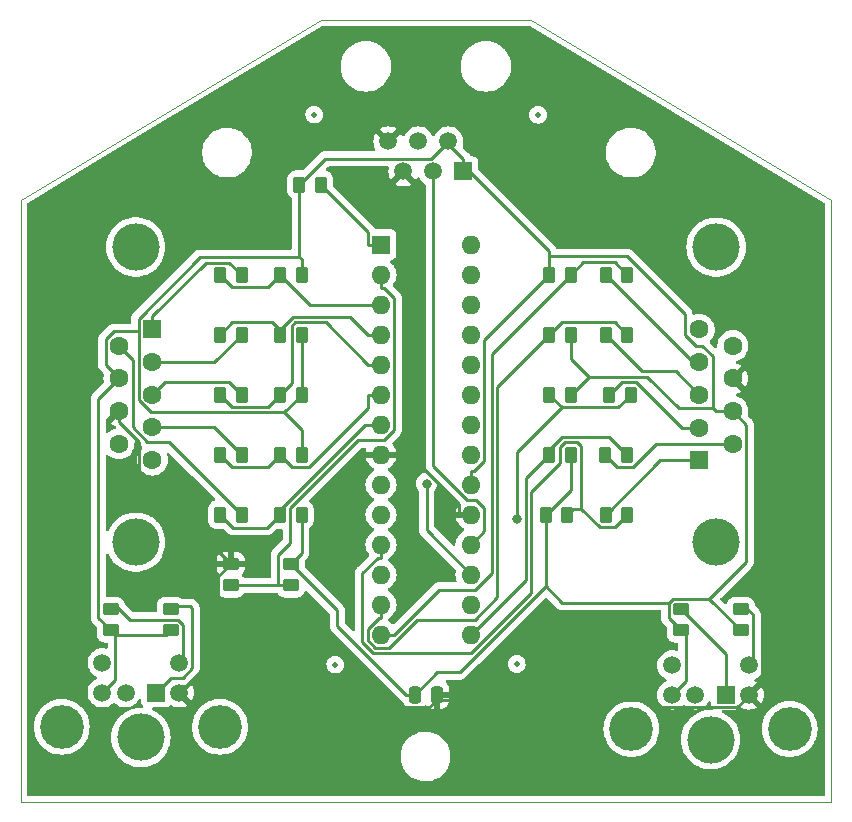
<source format=gbr>
%TF.GenerationSoftware,KiCad,Pcbnew,(6.0.4)*%
%TF.CreationDate,2022-06-08T19:20:38+01:00*%
%TF.ProjectId,Eiffel - Rev B,45696666-656c-4202-9d20-52657620422e,rev?*%
%TF.SameCoordinates,Original*%
%TF.FileFunction,Copper,L2,Bot*%
%TF.FilePolarity,Positive*%
%FSLAX46Y46*%
G04 Gerber Fmt 4.6, Leading zero omitted, Abs format (unit mm)*
G04 Created by KiCad (PCBNEW (6.0.4)) date 2022-06-08 19:20:38*
%MOMM*%
%LPD*%
G01*
G04 APERTURE LIST*
G04 Aperture macros list*
%AMRoundRect*
0 Rectangle with rounded corners*
0 $1 Rounding radius*
0 $2 $3 $4 $5 $6 $7 $8 $9 X,Y pos of 4 corners*
0 Add a 4 corners polygon primitive as box body*
4,1,4,$2,$3,$4,$5,$6,$7,$8,$9,$2,$3,0*
0 Add four circle primitives for the rounded corners*
1,1,$1+$1,$2,$3*
1,1,$1+$1,$4,$5*
1,1,$1+$1,$6,$7*
1,1,$1+$1,$8,$9*
0 Add four rect primitives between the rounded corners*
20,1,$1+$1,$2,$3,$4,$5,0*
20,1,$1+$1,$4,$5,$6,$7,0*
20,1,$1+$1,$6,$7,$8,$9,0*
20,1,$1+$1,$8,$9,$2,$3,0*%
G04 Aperture macros list end*
%TA.AperFunction,Profile*%
%ADD10C,0.100000*%
%TD*%
%TA.AperFunction,ComponentPad*%
%ADD11R,1.600000X1.600000*%
%TD*%
%TA.AperFunction,ComponentPad*%
%ADD12O,1.600000X1.600000*%
%TD*%
%TA.AperFunction,ComponentPad*%
%ADD13R,1.520000X1.520000*%
%TD*%
%TA.AperFunction,ComponentPad*%
%ADD14C,1.520000*%
%TD*%
%TA.AperFunction,ComponentPad*%
%ADD15R,1.500000X1.500000*%
%TD*%
%TA.AperFunction,ComponentPad*%
%ADD16C,1.500000*%
%TD*%
%TA.AperFunction,ComponentPad*%
%ADD17C,3.700000*%
%TD*%
%TA.AperFunction,ComponentPad*%
%ADD18C,4.000000*%
%TD*%
%TA.AperFunction,ComponentPad*%
%ADD19C,1.600000*%
%TD*%
%TA.AperFunction,SMDPad,CuDef*%
%ADD20RoundRect,0.250000X0.262500X0.450000X-0.262500X0.450000X-0.262500X-0.450000X0.262500X-0.450000X0*%
%TD*%
%TA.AperFunction,SMDPad,CuDef*%
%ADD21RoundRect,0.250000X-0.262500X-0.450000X0.262500X-0.450000X0.262500X0.450000X-0.262500X0.450000X0*%
%TD*%
%TA.AperFunction,SMDPad,CuDef*%
%ADD22RoundRect,0.250000X-0.450000X0.262500X-0.450000X-0.262500X0.450000X-0.262500X0.450000X0.262500X0*%
%TD*%
%TA.AperFunction,SMDPad,CuDef*%
%ADD23C,0.500000*%
%TD*%
%TA.AperFunction,SMDPad,CuDef*%
%ADD24RoundRect,0.250000X0.450000X-0.262500X0.450000X0.262500X-0.450000X0.262500X-0.450000X-0.262500X0*%
%TD*%
%TA.AperFunction,SMDPad,CuDef*%
%ADD25RoundRect,0.250000X-0.250000X-0.475000X0.250000X-0.475000X0.250000X0.475000X-0.250000X0.475000X0*%
%TD*%
%TA.AperFunction,ViaPad*%
%ADD26C,0.800000*%
%TD*%
%TA.AperFunction,Conductor*%
%ADD27C,0.250000*%
%TD*%
G04 APERTURE END LIST*
D10*
X71120000Y-85090000D02*
X96520000Y-69850000D01*
X139700000Y-136070000D02*
X139700000Y-85090000D01*
X71120000Y-85090000D02*
X71120000Y-136070000D01*
X71120000Y-136070000D02*
X138430000Y-136070000D01*
X114300000Y-69850000D02*
X139700000Y-85090000D01*
X138430000Y-136070000D02*
X139700000Y-136070000D01*
X96520000Y-69850000D02*
X114300000Y-69850000D01*
D11*
%TO.P,U1,1,~{MCLR}/Vpp*%
%TO.N,Net-(R3-Pad2)*%
X101610000Y-88885000D03*
D12*
%TO.P,U1,2,AN0/RA0*%
%TO.N,Net-(R14-Pad2)*%
X101610000Y-91425000D03*
%TO.P,U1,3,AN1/RA1*%
%TO.N,Net-(R16-Pad2)*%
X101610000Y-93965000D03*
%TO.P,U1,4,Vref-/AN2/RA2*%
%TO.N,Net-(R18-Pad2)*%
X101610000Y-96505000D03*
%TO.P,U1,5,Vref+/AN3/RA3*%
%TO.N,Net-(R20-Pad2)*%
X101610000Y-99045000D03*
%TO.P,U1,6,T0CKI/RA4*%
%TO.N,Net-(R22-Pad2)*%
X101610000Y-101585000D03*
%TO.P,U1,7,~{SS}/AN4/RA5*%
%TO.N,Net-(R24-Pad2)*%
X101610000Y-104125000D03*
%TO.P,U1,8,VSS*%
%TO.N,GND*%
X101610000Y-106665000D03*
%TO.P,U1,9,OSC1/CLKI*%
%TO.N,Net-(C1-Pad1)*%
X101610000Y-109205000D03*
%TO.P,U1,10,OSC2/CLKO*%
%TO.N,Net-(C2-Pad1)*%
X101610000Y-111745000D03*
%TO.P,U1,11,RC0/T1OSO/T1CKI*%
%TO.N,Net-(R13-Pad1)*%
X101610000Y-114285000D03*
%TO.P,U1,12,RC1/T1OSI/CCP2*%
%TO.N,Net-(R12-Pad1)*%
X101610000Y-116825000D03*
%TO.P,U1,13,RC2/CCP1*%
%TO.N,Net-(R10-Pad1)*%
X101610000Y-119365000D03*
%TO.P,U1,14,RC3/SCK/SCL*%
%TO.N,Net-(R8-Pad2)*%
X101610000Y-121905000D03*
%TO.P,U1,15,RC4/SDI/SDA*%
%TO.N,Net-(R11-Pad1)*%
X109230000Y-121905000D03*
%TO.P,U1,16,RC5/SDO*%
%TO.N,unconnected-(U1-Pad16)*%
X109230000Y-119365000D03*
%TO.P,U1,17,RC6/CK/TX*%
%TO.N,Net-(J4-Pad4)*%
X109230000Y-116825000D03*
%TO.P,U1,18,RC7/DT/RX*%
%TO.N,Net-(J4-Pad3)*%
X109230000Y-114285000D03*
%TO.P,U1,19,VSS*%
%TO.N,GND*%
X109230000Y-111745000D03*
%TO.P,U1,20,VDD*%
%TO.N,Net-(C3-Pad1)*%
X109230000Y-109205000D03*
%TO.P,U1,21,INT/RB0*%
%TO.N,Net-(J1-Pad1)*%
X109230000Y-106665000D03*
%TO.P,U1,22,RB1*%
%TO.N,Net-(J1-Pad5)*%
X109230000Y-104125000D03*
%TO.P,U1,23,RB2*%
%TO.N,Net-(J2-Pad1)*%
X109230000Y-101585000D03*
%TO.P,U1,24,PGM/RB3*%
%TO.N,Net-(J2-Pad5)*%
X109230000Y-99045000D03*
%TO.P,U1,25,RB4*%
%TO.N,unconnected-(U1-Pad25)*%
X109230000Y-96505000D03*
%TO.P,U1,26,RB5*%
%TO.N,unconnected-(U1-Pad26)*%
X109230000Y-93965000D03*
%TO.P,U1,27,PGC/RB6*%
%TO.N,Net-(R2-Pad1)*%
X109230000Y-91425000D03*
%TO.P,U1,28,PGD/RB7*%
%TO.N,Net-(R1-Pad1)*%
X109230000Y-88885000D03*
%TD*%
D13*
%TO.P,ATARI MEGA/TT,1*%
%TO.N,Net-(C3-Pad1)*%
X108580000Y-82700000D03*
D14*
%TO.P,ATARI MEGA/TT,2*%
X107310000Y-80160000D03*
%TO.P,ATARI MEGA/TT,3*%
%TO.N,Net-(J4-Pad3)*%
X106040000Y-82700000D03*
%TO.P,ATARI MEGA/TT,4*%
%TO.N,Net-(J4-Pad4)*%
X104770000Y-80160000D03*
%TO.P,ATARI MEGA/TT,5*%
%TO.N,GND*%
X103500000Y-82700000D03*
%TO.P,ATARI MEGA/TT,6*%
X102230000Y-80160000D03*
%TD*%
D15*
%TO.P,MSE,1*%
%TO.N,Net-(J2-Pad1)*%
X82580000Y-126820000D03*
D16*
%TO.P,MSE,2*%
%TO.N,unconnected-(J2-Pad2)*%
X79980000Y-126820000D03*
%TO.P,MSE,3*%
%TO.N,GND*%
X84530000Y-126820000D03*
%TO.P,MSE,4*%
%TO.N,Net-(C3-Pad1)*%
X78030000Y-126820000D03*
%TO.P,MSE,5*%
%TO.N,Net-(J2-Pad5)*%
X84530000Y-124320000D03*
%TO.P,MSE,6*%
%TO.N,unconnected-(J2-Pad6)*%
X78030000Y-124320000D03*
D17*
%TO.P,MSE,MH1*%
%TO.N,N/C*%
X87980000Y-129720000D03*
D18*
%TO.P,MSE,MH2*%
X81280000Y-130620000D03*
D17*
%TO.P,MSE,MH3*%
X74580000Y-129720000D03*
%TD*%
D18*
%TO.P,Joystick,0*%
%TO.N,N/C*%
X80840300Y-89090000D03*
X80840300Y-114090000D03*
D11*
%TO.P,Joystick,1,1*%
%TO.N,Net-(J5-Pad1)*%
X82260300Y-96050000D03*
D19*
%TO.P,Joystick,2,2*%
%TO.N,Net-(J5-Pad2)*%
X82260300Y-98820000D03*
%TO.P,Joystick,3,3*%
%TO.N,Net-(J5-Pad3)*%
X82260300Y-101590000D03*
%TO.P,Joystick,4,4*%
%TO.N,Net-(J5-Pad4)*%
X82260300Y-104360000D03*
%TO.P,Joystick,5,5*%
%TO.N,unconnected-(J5-Pad5)*%
X82260300Y-107130000D03*
%TO.P,Joystick,6,6*%
%TO.N,Net-(J5-Pad6)*%
X79420300Y-97435000D03*
%TO.P,Joystick,7,7*%
%TO.N,Net-(C3-Pad1)*%
X79420300Y-100205000D03*
%TO.P,Joystick,8,8*%
%TO.N,GND*%
X79420300Y-102975000D03*
%TO.P,Joystick,9,9*%
%TO.N,unconnected-(J5-Pad9)*%
X79420300Y-105745000D03*
%TD*%
D15*
%TO.P,KEY,1*%
%TO.N,Net-(J1-Pad1)*%
X130810000Y-127000000D03*
D16*
%TO.P,KEY,2*%
%TO.N,unconnected-(J1-Pad2)*%
X128210000Y-127000000D03*
%TO.P,KEY,3*%
%TO.N,GND*%
X132760000Y-127000000D03*
%TO.P,KEY,4*%
%TO.N,Net-(C3-Pad1)*%
X126260000Y-127000000D03*
%TO.P,KEY,5*%
%TO.N,Net-(J1-Pad5)*%
X132760000Y-124500000D03*
%TO.P,KEY,6*%
%TO.N,unconnected-(J1-Pad6)*%
X126260000Y-124500000D03*
D17*
%TO.P,KEY,MH1*%
%TO.N,N/C*%
X136210000Y-129900000D03*
D18*
%TO.P,KEY,MH2*%
X129510000Y-130800000D03*
D17*
%TO.P,KEY,MH3*%
X122810000Y-129900000D03*
%TD*%
D18*
%TO.P,Joystick,0*%
%TO.N,N/C*%
X129979700Y-89110000D03*
X129979700Y-114110000D03*
D11*
%TO.P,Joystick,1,1*%
%TO.N,Net-(J3-Pad1)*%
X128559700Y-107150000D03*
D19*
%TO.P,Joystick,2,2*%
%TO.N,Net-(J3-Pad2)*%
X128559700Y-104380000D03*
%TO.P,Joystick,3,3*%
%TO.N,Net-(J3-Pad3)*%
X128559700Y-101610000D03*
%TO.P,Joystick,4,4*%
%TO.N,Net-(J3-Pad4)*%
X128559700Y-98840000D03*
%TO.P,Joystick,5,5*%
%TO.N,unconnected-(J3-Pad5)*%
X128559700Y-96070000D03*
%TO.P,Joystick,6,6*%
%TO.N,Net-(J3-Pad6)*%
X131399700Y-105765000D03*
%TO.P,Joystick,7,7*%
%TO.N,Net-(C3-Pad1)*%
X131399700Y-102995000D03*
%TO.P,Joystick,8,8*%
%TO.N,GND*%
X131399700Y-100225000D03*
%TO.P,Joystick,9,9*%
%TO.N,unconnected-(J3-Pad9)*%
X131399700Y-97455000D03*
%TD*%
D20*
%TO.P,R9,1*%
%TO.N,Net-(R8-Pad2)*%
X117684700Y-91440000D03*
%TO.P,R9,2*%
%TO.N,Net-(C3-Pad1)*%
X115859700Y-91440000D03*
%TD*%
D21*
%TO.P,R17,1*%
%TO.N,Net-(R16-Pad2)*%
X87987500Y-91440000D03*
%TO.P,R17,2*%
%TO.N,Net-(J5-Pad1)*%
X89812500Y-91440000D03*
%TD*%
D20*
%TO.P,R13,1*%
%TO.N,Net-(R13-Pad1)*%
X117395000Y-111760000D03*
%TO.P,R13,2*%
%TO.N,Net-(C3-Pad1)*%
X115570000Y-111760000D03*
%TD*%
%TO.P,R20,1*%
%TO.N,Net-(C3-Pad1)*%
X94892500Y-101600000D03*
%TO.P,R20,2*%
%TO.N,Net-(R20-Pad2)*%
X93067500Y-101600000D03*
%TD*%
D21*
%TO.P,R4,1*%
%TO.N,Net-(J3-Pad6)*%
X120582200Y-106680000D03*
%TO.P,R4,2*%
%TO.N,Net-(R11-Pad1)*%
X122407200Y-106680000D03*
%TD*%
%TO.P,R3,1*%
%TO.N,Net-(C3-Pad1)*%
X94695000Y-83820000D03*
%TO.P,R3,2*%
%TO.N,Net-(R3-Pad2)*%
X96520000Y-83820000D03*
%TD*%
%TO.P,R25,1*%
%TO.N,Net-(R24-Pad2)*%
X87987500Y-111760000D03*
%TO.P,R25,2*%
%TO.N,Net-(J5-Pad6)*%
X89812500Y-111760000D03*
%TD*%
D20*
%TO.P,R18,1*%
%TO.N,Net-(C3-Pad1)*%
X94892500Y-96520000D03*
%TO.P,R18,2*%
%TO.N,Net-(R18-Pad2)*%
X93067500Y-96520000D03*
%TD*%
D22*
%TO.P,R14,1*%
%TO.N,Net-(C3-Pad1)*%
X93980000Y-115927500D03*
%TO.P,R14,2*%
%TO.N,Net-(R14-Pad2)*%
X93980000Y-117752500D03*
%TD*%
D23*
%TO.P,REF\u002A\u002A,*%
%TO.N,*%
X114900000Y-77900000D03*
%TD*%
D21*
%TO.P,R23,1*%
%TO.N,Net-(R22-Pad2)*%
X87987500Y-106680000D03*
%TO.P,R23,2*%
%TO.N,Net-(J5-Pad4)*%
X89812500Y-106680000D03*
%TD*%
D24*
%TO.P,R27,1*%
%TO.N,Net-(C3-Pad1)*%
X132080000Y-121562500D03*
%TO.P,R27,2*%
%TO.N,Net-(J1-Pad5)*%
X132080000Y-119737500D03*
%TD*%
D21*
%TO.P,R7,1*%
%TO.N,Net-(J3-Pad3)*%
X120650000Y-96520000D03*
%TO.P,R7,2*%
%TO.N,Net-(R10-Pad1)*%
X122475000Y-96520000D03*
%TD*%
D24*
%TO.P,R26,1*%
%TO.N,Net-(C3-Pad1)*%
X127000000Y-121562500D03*
%TO.P,R26,2*%
%TO.N,Net-(J1-Pad1)*%
X127000000Y-119737500D03*
%TD*%
D21*
%TO.P,R21,1*%
%TO.N,Net-(R20-Pad2)*%
X87987500Y-101600000D03*
%TO.P,R21,2*%
%TO.N,Net-(J5-Pad3)*%
X89812500Y-101600000D03*
%TD*%
D23*
%TO.P,REF\u002A\u002A,*%
%TO.N,*%
X97750000Y-124450000D03*
X97750000Y-124450000D03*
%TD*%
D24*
%TO.P,R29,1*%
%TO.N,Net-(C3-Pad1)*%
X78740000Y-121562500D03*
%TO.P,R29,2*%
%TO.N,Net-(J2-Pad5)*%
X78740000Y-119737500D03*
%TD*%
%TO.P,R28,1*%
%TO.N,Net-(C3-Pad1)*%
X83820000Y-121562500D03*
%TO.P,R28,2*%
%TO.N,Net-(J2-Pad1)*%
X83820000Y-119737500D03*
%TD*%
D21*
%TO.P,R12,1*%
%TO.N,Net-(R12-Pad1)*%
X115859700Y-101600000D03*
%TO.P,R12,2*%
%TO.N,Net-(C3-Pad1)*%
X117684700Y-101600000D03*
%TD*%
%TO.P,R10,1*%
%TO.N,Net-(R10-Pad1)*%
X115859700Y-96520000D03*
%TO.P,R10,2*%
%TO.N,Net-(C3-Pad1)*%
X117684700Y-96520000D03*
%TD*%
D24*
%TO.P,R15,1*%
%TO.N,Net-(R14-Pad2)*%
X88900000Y-117752500D03*
%TO.P,R15,2*%
%TO.N,GND*%
X88900000Y-115927500D03*
%TD*%
D21*
%TO.P,R8,1*%
%TO.N,Net-(J3-Pad4)*%
X120650000Y-91440000D03*
%TO.P,R8,2*%
%TO.N,Net-(R8-Pad2)*%
X122475000Y-91440000D03*
%TD*%
D20*
%TO.P,R24,1*%
%TO.N,Net-(C3-Pad1)*%
X94892500Y-111760000D03*
%TO.P,R24,2*%
%TO.N,Net-(R24-Pad2)*%
X93067500Y-111760000D03*
%TD*%
D21*
%TO.P,R11,1*%
%TO.N,Net-(R11-Pad1)*%
X115859700Y-106680000D03*
%TO.P,R11,2*%
%TO.N,Net-(C3-Pad1)*%
X117684700Y-106680000D03*
%TD*%
D20*
%TO.P,R22,1*%
%TO.N,Net-(C3-Pad1)*%
X94892500Y-106680000D03*
%TO.P,R22,2*%
%TO.N,Net-(R22-Pad2)*%
X93067500Y-106680000D03*
%TD*%
%TO.P,R6,1*%
%TO.N,Net-(R13-Pad1)*%
X122475000Y-111760000D03*
%TO.P,R6,2*%
%TO.N,Net-(J3-Pad1)*%
X120650000Y-111760000D03*
%TD*%
D21*
%TO.P,R5,1*%
%TO.N,Net-(J3-Pad2)*%
X120939700Y-101600000D03*
%TO.P,R5,2*%
%TO.N,Net-(R12-Pad1)*%
X122764700Y-101600000D03*
%TD*%
%TO.P,R19,1*%
%TO.N,Net-(R18-Pad2)*%
X87987500Y-96520000D03*
%TO.P,R19,2*%
%TO.N,Net-(J5-Pad2)*%
X89812500Y-96520000D03*
%TD*%
D23*
%TO.P,REF\u002A\u002A,*%
%TO.N,*%
X113100000Y-124400000D03*
X113100000Y-124400000D03*
%TD*%
%TO.P,REF\u002A\u002A,*%
%TO.N,*%
X95968239Y-77883119D03*
X95968239Y-77883119D03*
%TD*%
D25*
%TO.P,C3,1*%
%TO.N,Net-(C3-Pad1)*%
X104460000Y-127000000D03*
%TO.P,C3,2*%
%TO.N,GND*%
X106360000Y-127000000D03*
%TD*%
D20*
%TO.P,R16,1*%
%TO.N,Net-(C3-Pad1)*%
X94892500Y-91440000D03*
%TO.P,R16,2*%
%TO.N,Net-(R16-Pad2)*%
X93067500Y-91440000D03*
%TD*%
D26*
%TO.N,Net-(J4-Pad4)*%
X105470200Y-109123800D03*
%TO.N,Net-(R12-Pad1)*%
X113149200Y-112165300D03*
%TD*%
D27*
%TO.N,GND*%
X131785000Y-128075400D02*
X132760000Y-127100400D01*
X123813600Y-127425000D02*
X124464000Y-128075400D01*
X108217300Y-111745000D02*
X108217300Y-110845100D01*
X132760000Y-127100400D02*
X132760000Y-127000000D01*
X132760000Y-127000000D02*
X133839600Y-125920400D01*
X101610000Y-106665000D02*
X104037200Y-106665000D01*
X133839600Y-102664900D02*
X131399700Y-100225000D01*
X133839600Y-125920400D02*
X133839600Y-102664900D01*
X87836900Y-123754300D02*
X92155400Y-128072800D01*
X88900000Y-115927500D02*
X87836900Y-116990600D01*
X92155400Y-128072800D02*
X105712200Y-128072800D01*
X105712200Y-128072800D02*
X106360000Y-127425000D01*
X79420300Y-103890000D02*
X79420300Y-102975000D01*
X87595700Y-123754300D02*
X84530000Y-126820000D01*
X87836900Y-123754300D02*
X87595700Y-123754300D01*
X106360000Y-127000000D02*
X106360000Y-127425000D01*
X88900000Y-115927500D02*
X81114900Y-108142400D01*
X106360000Y-127425000D02*
X123813600Y-127425000D01*
X108217300Y-110845100D02*
X104037200Y-106665000D01*
X124464000Y-128075400D02*
X131785000Y-128075400D01*
X87836900Y-116990600D02*
X87836900Y-123754300D01*
X81114900Y-105584600D02*
X79420300Y-103890000D01*
X109230000Y-111745000D02*
X108217300Y-111745000D01*
X81114900Y-108142400D02*
X81114900Y-105584600D01*
%TO.N,Net-(C3-Pad1)*%
X94892500Y-101600000D02*
X94892500Y-96520000D01*
X78289600Y-99074300D02*
X79420300Y-100205000D01*
X117684700Y-98537200D02*
X119216100Y-100068600D01*
X108580000Y-82157300D02*
X108580000Y-81614700D01*
X129739500Y-98364700D02*
X128829800Y-97455000D01*
X110355300Y-107235800D02*
X110355300Y-96944400D01*
X81088100Y-96240100D02*
X78976300Y-96240100D01*
X94695000Y-89948600D02*
X86292500Y-89948600D01*
X105855400Y-81614600D02*
X107217700Y-80252300D01*
X103732100Y-127000000D02*
X104460000Y-127000000D01*
X122471900Y-89899200D02*
X115859700Y-89899200D01*
X81088100Y-102068700D02*
X82096100Y-103076700D01*
X127397000Y-125863000D02*
X127397000Y-121959500D01*
X81088100Y-96240100D02*
X81088100Y-102068700D01*
X94892500Y-90146100D02*
X94695000Y-89948600D01*
X109230000Y-109205000D02*
X109230000Y-108079700D01*
X117684700Y-96520000D02*
X117684700Y-98537200D01*
X78289600Y-96926800D02*
X78289600Y-99074300D01*
X126260000Y-127000000D02*
X127397000Y-125863000D01*
X124143800Y-100068600D02*
X119216100Y-100068600D01*
X83449100Y-121933400D02*
X79110900Y-121933400D01*
X128282400Y-97455000D02*
X127342700Y-96515300D01*
X127397000Y-121959500D02*
X127000000Y-121562500D01*
X126316800Y-118872800D02*
X129390300Y-118872800D01*
X115859700Y-89899200D02*
X115859700Y-91440000D01*
X77677400Y-101947900D02*
X77677400Y-120499900D01*
X131399700Y-102995000D02*
X129984000Y-102995000D01*
X127000000Y-121562500D02*
X125973600Y-120536100D01*
X115570000Y-117822400D02*
X115570000Y-111760000D01*
X119216100Y-100068600D02*
X117684700Y-101600000D01*
X116963600Y-119216000D02*
X125973600Y-119216000D01*
X104460000Y-127000000D02*
X106356700Y-125103300D01*
X109230000Y-108079700D02*
X109511400Y-108079700D01*
X128829800Y-97455000D02*
X128282400Y-97455000D01*
X79110900Y-125739100D02*
X78030000Y-126820000D01*
X96900400Y-81614600D02*
X105855400Y-81614600D01*
X127342700Y-96515300D02*
X127342700Y-94770000D01*
X94892500Y-104553400D02*
X93415800Y-103076700D01*
X129390300Y-118872800D02*
X132080000Y-121562500D01*
X78976300Y-96240100D02*
X78289600Y-96926800D01*
X125973600Y-119216000D02*
X126316800Y-118872800D01*
X86292500Y-89948600D02*
X81088100Y-95153000D01*
X126825700Y-102750500D02*
X124143800Y-100068600D01*
X125973600Y-120536100D02*
X125973600Y-119216000D01*
X79110900Y-121933400D02*
X79110900Y-125739100D01*
X97901400Y-119848900D02*
X97901400Y-121169300D01*
X94892500Y-111760000D02*
X94892500Y-115015000D01*
X129739500Y-102750500D02*
X129739500Y-98364700D01*
X131399700Y-102995000D02*
X132530300Y-104125600D01*
X132530300Y-104125600D02*
X132530300Y-115732800D01*
X94695000Y-83820000D02*
X96900400Y-81614600D01*
X115570000Y-117822400D02*
X116963600Y-119216000D01*
X110355300Y-96944400D02*
X115859700Y-91440000D01*
X117684700Y-106680000D02*
X117684700Y-109645300D01*
X108580000Y-82700000D02*
X108580000Y-82157300D01*
X108580000Y-82157300D02*
X115859700Y-89437000D01*
X129984000Y-102995000D02*
X129739500Y-102750500D01*
X107217700Y-80252300D02*
X108580000Y-81614700D01*
X97901400Y-121169300D02*
X103732100Y-127000000D01*
X127342700Y-94770000D02*
X122471900Y-89899200D01*
X132530300Y-115732800D02*
X129390300Y-118872800D01*
X94892500Y-91440000D02*
X94892500Y-90146100D01*
X79420300Y-100205000D02*
X77677400Y-101947900D01*
X93415800Y-103076700D02*
X94892500Y-101600000D01*
X94695000Y-89948600D02*
X94695000Y-83820000D01*
X129739500Y-102750500D02*
X126825700Y-102750500D01*
X106356700Y-125103300D02*
X108289100Y-125103300D01*
X77677400Y-120499900D02*
X78740000Y-121562500D01*
X109511400Y-108079700D02*
X110355300Y-107235800D01*
X78740000Y-121562500D02*
X79110900Y-121933400D01*
X115859700Y-89437000D02*
X115859700Y-89899200D01*
X81088100Y-95153000D02*
X81088100Y-96240100D01*
X117684700Y-109645300D02*
X115570000Y-111760000D01*
X82096100Y-103076700D02*
X93415800Y-103076700D01*
X83820000Y-121562500D02*
X83449100Y-121933400D01*
X107217700Y-80252300D02*
X107310000Y-80160000D01*
X94892500Y-106680000D02*
X94892500Y-104553400D01*
X94892500Y-115015000D02*
X93980000Y-115927500D01*
X108289100Y-125103300D02*
X115570000Y-117822400D01*
X93980000Y-115927500D02*
X97901400Y-119848900D01*
%TO.N,Net-(J1-Pad1)*%
X130810000Y-123547500D02*
X130810000Y-127000000D01*
X127000000Y-119737500D02*
X130810000Y-123547500D01*
%TO.N,Net-(J1-Pad5)*%
X132224500Y-119593500D02*
X132224000Y-119593500D01*
X132368900Y-119449100D02*
X132224500Y-119593500D01*
X132224500Y-119593500D02*
X132080000Y-119738000D01*
X133121700Y-120201900D02*
X133121700Y-124138300D01*
X132368900Y-119449100D02*
X133121700Y-120201900D01*
X132224000Y-119593500D02*
X132080000Y-119737500D01*
X133121700Y-124138300D02*
X132760000Y-124500000D01*
%TO.N,Net-(J2-Pad1)*%
X85616800Y-124771800D02*
X84818600Y-125570000D01*
X83820000Y-119737500D02*
X84050500Y-119507000D01*
X85616800Y-119652800D02*
X85616800Y-124771800D01*
X85471000Y-119507000D02*
X85616800Y-119652800D01*
X83830000Y-125570000D02*
X82580000Y-126820000D01*
X84050500Y-119507000D02*
X85471000Y-119507000D01*
X84818600Y-125570000D02*
X83830000Y-125570000D01*
%TO.N,Net-(J2-Pad5)*%
X78770500Y-119738000D02*
X78740500Y-119738000D01*
X79128000Y-119380000D02*
X78770500Y-119738000D01*
X84882100Y-123967900D02*
X84882100Y-121077100D01*
X84530000Y-124320000D02*
X84882100Y-123967900D01*
X84882100Y-121077100D02*
X84455000Y-120650000D01*
X78740500Y-119738000D02*
X78740000Y-119738000D01*
X84455000Y-120650000D02*
X80398000Y-120650000D01*
X78740500Y-119738000D02*
X78740000Y-119737500D01*
X80398000Y-120650000D02*
X79128000Y-119380000D01*
%TO.N,Net-(J3-Pad1)*%
X125260000Y-107150000D02*
X128559700Y-107150000D01*
X120650000Y-111760000D02*
X125260000Y-107150000D01*
%TO.N,Net-(J3-Pad2)*%
X120939700Y-101600000D02*
X122020700Y-100519000D01*
X122020700Y-100519000D02*
X123211200Y-100519000D01*
X123211200Y-100519000D02*
X127072200Y-104380000D01*
X127072200Y-104380000D02*
X128559700Y-104380000D01*
%TO.N,Net-(J3-Pad3)*%
X126568000Y-99618300D02*
X123748300Y-99618300D01*
X128559700Y-101610000D02*
X126568000Y-99618300D01*
X123748300Y-99618300D02*
X120650000Y-96520000D01*
%TO.N,Net-(J3-Pad4)*%
X120650000Y-91440000D02*
X128050000Y-98840000D01*
X128050000Y-98840000D02*
X128559700Y-98840000D01*
%TO.N,Net-(J3-Pad6)*%
X120582200Y-106680000D02*
X121613200Y-107711000D01*
X122940700Y-107711000D02*
X124886700Y-105765000D01*
X124886700Y-105765000D02*
X131399700Y-105765000D01*
X121613200Y-107711000D02*
X122940700Y-107711000D01*
%TO.N,Net-(J4-Pad3)*%
X106040000Y-107638500D02*
X108876500Y-110475000D01*
X110355300Y-111214300D02*
X110355300Y-113159700D01*
X110355300Y-113159700D02*
X109230000Y-114285000D01*
X109616000Y-110475000D02*
X110355300Y-111214300D01*
X106040000Y-82700000D02*
X106040000Y-107638500D01*
X108876500Y-110475000D02*
X109616000Y-110475000D01*
%TO.N,Net-(J4-Pad4)*%
X105470200Y-113065200D02*
X109230000Y-116825000D01*
X105470200Y-109123800D02*
X105470200Y-113065200D01*
%TO.N,Net-(J5-Pad1)*%
X88782700Y-90410200D02*
X86774800Y-90410200D01*
X89812500Y-91440000D02*
X88782700Y-90410200D01*
X86774800Y-90410200D02*
X82260300Y-94924700D01*
X82260300Y-96050000D02*
X82260300Y-94924700D01*
%TO.N,Net-(J5-Pad2)*%
X87512500Y-98820000D02*
X82260300Y-98820000D01*
X89812500Y-96520000D02*
X87512500Y-98820000D01*
%TO.N,Net-(J5-Pad3)*%
X89812500Y-101600000D02*
X88774600Y-100562100D01*
X83288200Y-100562100D02*
X82260300Y-101590000D01*
X88774600Y-100562100D02*
X83288200Y-100562100D01*
%TO.N,Net-(J5-Pad4)*%
X87492500Y-104360000D02*
X82260300Y-104360000D01*
X89812500Y-106680000D02*
X87492500Y-104360000D01*
%TO.N,Net-(J5-Pad6)*%
X80637700Y-98652400D02*
X79420300Y-97435000D01*
X89812500Y-111760000D02*
X83622000Y-105569500D01*
X83622000Y-105569500D02*
X81831100Y-105569500D01*
X81831100Y-105569500D02*
X80637700Y-104376100D01*
X80637700Y-104376100D02*
X80637700Y-98652400D01*
%TO.N,Net-(R3-Pad2)*%
X101610000Y-88885000D02*
X100484700Y-88885000D01*
X96520000Y-83820000D02*
X100484700Y-87784700D01*
X100484700Y-87784700D02*
X100484700Y-88885000D01*
%TO.N,Net-(R11-Pad1)*%
X113874500Y-117260500D02*
X113874500Y-108665200D01*
X122407200Y-106680000D02*
X120909000Y-105181800D01*
X109230000Y-121905000D02*
X113874500Y-117260500D01*
X113874500Y-108665200D02*
X115859700Y-106680000D01*
X115859700Y-106281900D02*
X115859700Y-106680000D01*
X120909000Y-105181800D02*
X116959800Y-105181800D01*
X116959800Y-105181800D02*
X115859700Y-106281900D01*
%TO.N,Net-(R12-Pad1)*%
X116911200Y-102651500D02*
X115859700Y-101600000D01*
X116911200Y-102651500D02*
X113149200Y-106413500D01*
X122764700Y-101600000D02*
X121713200Y-102651500D01*
X121713200Y-102651500D02*
X116911200Y-102651500D01*
X113149200Y-106413500D02*
X113149200Y-112165300D01*
%TO.N,Net-(R13-Pad1)*%
X116754200Y-107425500D02*
X116754200Y-106025400D01*
X120122600Y-112803800D02*
X118557100Y-111238300D01*
X100938200Y-123489000D02*
X109266500Y-123489000D01*
X109266500Y-123489000D02*
X114324800Y-118430700D01*
X116754200Y-106025400D02*
X117147400Y-105632200D01*
X100028000Y-122578800D02*
X100938200Y-123489000D01*
X101328700Y-115410300D02*
X100028000Y-116711000D01*
X101610000Y-115410300D02*
X101328700Y-115410300D01*
X114324800Y-109854900D02*
X116754200Y-107425500D01*
X117147400Y-105632200D02*
X118211300Y-105632200D01*
X114324800Y-118430700D02*
X114324800Y-109854900D01*
X100028000Y-116711000D02*
X100028000Y-122578800D01*
X117916700Y-111238300D02*
X118557100Y-111238300D01*
X117395000Y-111760000D02*
X117916700Y-111238300D01*
X122475000Y-111760000D02*
X121431200Y-112803800D01*
X118211300Y-105632200D02*
X118557100Y-105978000D01*
X101610000Y-114285000D02*
X101610000Y-115410300D01*
X118557100Y-105978000D02*
X118557100Y-111238300D01*
X121431200Y-112803800D02*
X120122600Y-112803800D01*
%TO.N,Net-(R10-Pad1)*%
X121435800Y-95480800D02*
X122475000Y-96520000D01*
X101414000Y-120490300D02*
X101610000Y-120490300D01*
X111456000Y-118738400D02*
X109559400Y-120635000D01*
X101610000Y-119365000D02*
X101610000Y-120490300D01*
X111456000Y-100923700D02*
X111456000Y-118738400D01*
X109559400Y-120635000D02*
X104680200Y-120635000D01*
X104680200Y-120635000D02*
X102277500Y-123037700D01*
X100478300Y-122388000D02*
X100478300Y-121426000D01*
X100478300Y-121426000D02*
X101414000Y-120490300D01*
X101128000Y-123037700D02*
X100478300Y-122388000D01*
X102277500Y-123037700D02*
X101128000Y-123037700D01*
X116898900Y-95480800D02*
X121435800Y-95480800D01*
X115859700Y-96520000D02*
X116898900Y-95480800D01*
X115859700Y-96520000D02*
X111456000Y-100923700D01*
%TO.N,Net-(R8-Pad2)*%
X109586900Y-118095000D02*
X106545300Y-118095000D01*
X106545300Y-118095000D02*
X102735300Y-121905000D01*
X101610000Y-121905000D02*
X102735300Y-121905000D01*
X118743100Y-90381600D02*
X117684700Y-91440000D01*
X111005700Y-98119000D02*
X111005700Y-116676200D01*
X117684700Y-91440000D02*
X111005700Y-98119000D01*
X121416600Y-90381600D02*
X118743100Y-90381600D01*
X111005700Y-116676200D02*
X109586900Y-118095000D01*
X122475000Y-91440000D02*
X121416600Y-90381600D01*
%TO.N,Net-(R14-Pad2)*%
X92913300Y-115162800D02*
X93906400Y-114169700D01*
X88900000Y-117752500D02*
X92913300Y-117752500D01*
X99656100Y-105468900D02*
X101859200Y-105468900D01*
X102735300Y-93394200D02*
X101891400Y-92550300D01*
X92913300Y-117752500D02*
X93980000Y-117752500D01*
X93906400Y-114169700D02*
X93906400Y-111218600D01*
X102735300Y-104592800D02*
X102735300Y-93394200D01*
X101891400Y-92550300D02*
X101610000Y-92550300D01*
X101610000Y-91425000D02*
X101610000Y-92550300D01*
X93906400Y-111218600D02*
X99656100Y-105468900D01*
X101859200Y-105468900D02*
X102735300Y-104592800D01*
X92913300Y-117752500D02*
X92913300Y-115162800D01*
%TO.N,Net-(R16-Pad2)*%
X95592500Y-93965000D02*
X101610000Y-93965000D01*
X93067500Y-91440000D02*
X95592500Y-93965000D01*
X89036300Y-92488800D02*
X87987500Y-91440000D01*
X93067500Y-91440000D02*
X92018700Y-92488800D01*
X92018700Y-92488800D02*
X89036300Y-92488800D01*
%TO.N,Net-(R18-Pad2)*%
X94190700Y-95025500D02*
X93067500Y-96148700D01*
X89022700Y-95484800D02*
X92403600Y-95484800D01*
X101610000Y-96505000D02*
X100484700Y-96505000D01*
X93067500Y-96148700D02*
X93067500Y-96520000D01*
X87987500Y-96520000D02*
X89022700Y-95484800D01*
X99005200Y-95025500D02*
X94190700Y-95025500D01*
X100484700Y-96505000D02*
X99005200Y-95025500D01*
X92403600Y-95484800D02*
X93067500Y-96148700D01*
%TO.N,Net-(R20-Pad2)*%
X101610000Y-99045000D02*
X100484700Y-99045000D01*
X94368400Y-95484700D02*
X96924400Y-95484700D01*
X96924400Y-95484700D02*
X100484700Y-99045000D01*
X93067500Y-101600000D02*
X94053700Y-100613800D01*
X87987500Y-101600000D02*
X89013800Y-102626300D01*
X94053700Y-95799400D02*
X94368400Y-95484700D01*
X89013800Y-102626300D02*
X92041200Y-102626300D01*
X94053700Y-100613800D02*
X94053700Y-95799400D01*
X92041200Y-102626300D02*
X93067500Y-101600000D01*
%TO.N,Net-(R22-Pad2)*%
X94093900Y-107706400D02*
X95488600Y-107706400D01*
X101610000Y-101585000D02*
X100484700Y-101585000D01*
X93067500Y-106680000D02*
X94093900Y-107706400D01*
X100484700Y-102710300D02*
X100484700Y-101585000D01*
X89019200Y-107711700D02*
X87987500Y-106680000D01*
X93067500Y-106680000D02*
X92035800Y-107711700D01*
X95488600Y-107706400D02*
X100484700Y-102710300D01*
X92035800Y-107711700D02*
X89019200Y-107711700D01*
%TO.N,Net-(R24-Pad2)*%
X93067500Y-111760000D02*
X91979000Y-112848500D01*
X93067500Y-111332600D02*
X93067500Y-111760000D01*
X89076000Y-112848500D02*
X87987500Y-111760000D01*
X91979000Y-112848500D02*
X89076000Y-112848500D01*
X100275100Y-104125000D02*
X93067500Y-111332600D01*
X100275100Y-104125000D02*
X101610000Y-104125000D01*
%TD*%
%TA.AperFunction,Conductor*%
%TO.N,GND*%
G36*
X114189079Y-70376456D02*
G01*
X120128305Y-73939991D01*
X139130326Y-85341204D01*
X139178449Y-85393403D01*
X139191500Y-85449248D01*
X139191500Y-135435500D01*
X139171498Y-135503621D01*
X139117842Y-135550114D01*
X139065500Y-135561500D01*
X71754500Y-135561500D01*
X71686379Y-135541498D01*
X71639886Y-135487842D01*
X71628500Y-135435500D01*
X71628500Y-129720000D01*
X72216439Y-129720000D01*
X72216709Y-129724119D01*
X72234212Y-129991152D01*
X72236660Y-130028507D01*
X72296975Y-130331735D01*
X72298300Y-130335639D01*
X72298301Y-130335642D01*
X72332441Y-130436214D01*
X72396354Y-130624496D01*
X72398177Y-130628192D01*
X72398180Y-130628200D01*
X72485475Y-130805214D01*
X72533096Y-130901780D01*
X72535390Y-130905213D01*
X72535391Y-130905215D01*
X72678183Y-131118918D01*
X72704861Y-131158845D01*
X72707575Y-131161939D01*
X72707579Y-131161945D01*
X72906001Y-131388201D01*
X72908710Y-131391290D01*
X72911799Y-131393999D01*
X73138055Y-131592421D01*
X73138061Y-131592425D01*
X73141155Y-131595139D01*
X73144581Y-131597428D01*
X73144586Y-131597432D01*
X73330257Y-131721493D01*
X73398219Y-131766904D01*
X73401918Y-131768728D01*
X73401923Y-131768731D01*
X73503701Y-131818922D01*
X73675504Y-131903646D01*
X73679409Y-131904971D01*
X73679410Y-131904972D01*
X73964358Y-132001699D01*
X73964361Y-132001700D01*
X73968265Y-132003025D01*
X74194961Y-132048117D01*
X74267450Y-132062536D01*
X74267453Y-132062536D01*
X74271493Y-132063340D01*
X74275604Y-132063609D01*
X74275608Y-132063610D01*
X74575881Y-132083291D01*
X74580000Y-132083561D01*
X74584119Y-132083291D01*
X74884392Y-132063610D01*
X74884396Y-132063609D01*
X74888507Y-132063340D01*
X74892547Y-132062536D01*
X74892550Y-132062536D01*
X74965039Y-132048117D01*
X75191735Y-132003025D01*
X75195639Y-132001700D01*
X75195642Y-132001699D01*
X75480590Y-131904972D01*
X75480591Y-131904971D01*
X75484496Y-131903646D01*
X75656299Y-131818922D01*
X75758077Y-131768731D01*
X75758082Y-131768728D01*
X75761781Y-131766904D01*
X75829743Y-131721493D01*
X76015414Y-131597432D01*
X76015419Y-131597428D01*
X76018845Y-131595139D01*
X76021939Y-131592425D01*
X76021945Y-131592421D01*
X76248201Y-131393999D01*
X76251290Y-131391290D01*
X76253999Y-131388201D01*
X76452421Y-131161945D01*
X76452425Y-131161939D01*
X76455139Y-131158845D01*
X76481818Y-131118918D01*
X76624609Y-130905215D01*
X76624610Y-130905213D01*
X76626904Y-130901780D01*
X76674525Y-130805214D01*
X76761820Y-130628200D01*
X76761823Y-130628192D01*
X76763646Y-130624496D01*
X76827559Y-130436214D01*
X76861699Y-130335642D01*
X76861700Y-130335639D01*
X76863025Y-130331735D01*
X76923340Y-130028507D01*
X76925789Y-129991152D01*
X76943291Y-129724119D01*
X76943561Y-129720000D01*
X76923340Y-129411493D01*
X76922205Y-129405784D01*
X76898829Y-129288265D01*
X76863025Y-129108265D01*
X76823491Y-128991800D01*
X76764975Y-128819419D01*
X76763646Y-128815504D01*
X76761823Y-128811808D01*
X76761820Y-128811800D01*
X76628730Y-128541923D01*
X76626904Y-128538220D01*
X76599907Y-128497816D01*
X76457432Y-128284586D01*
X76457428Y-128284581D01*
X76455139Y-128281155D01*
X76452425Y-128278061D01*
X76452421Y-128278055D01*
X76253999Y-128051799D01*
X76251290Y-128048710D01*
X76238698Y-128037667D01*
X76021945Y-127847579D01*
X76021939Y-127847575D01*
X76018845Y-127844861D01*
X76015419Y-127842572D01*
X76015414Y-127842568D01*
X75770886Y-127679180D01*
X75761781Y-127673096D01*
X75758082Y-127671272D01*
X75758077Y-127671269D01*
X75610112Y-127598301D01*
X75484496Y-127536354D01*
X75461542Y-127528562D01*
X75195642Y-127438301D01*
X75195639Y-127438300D01*
X75191735Y-127436975D01*
X74965039Y-127391883D01*
X74892550Y-127377464D01*
X74892547Y-127377464D01*
X74888507Y-127376660D01*
X74884396Y-127376391D01*
X74884392Y-127376390D01*
X74584119Y-127356709D01*
X74580000Y-127356439D01*
X74575881Y-127356709D01*
X74275608Y-127376390D01*
X74275604Y-127376391D01*
X74271493Y-127376660D01*
X74267453Y-127377464D01*
X74267450Y-127377464D01*
X74194961Y-127391883D01*
X73968265Y-127436975D01*
X73964361Y-127438300D01*
X73964358Y-127438301D01*
X73722482Y-127520407D01*
X73675504Y-127536354D01*
X73671808Y-127538177D01*
X73671800Y-127538180D01*
X73481477Y-127632038D01*
X73398220Y-127673096D01*
X73394787Y-127675390D01*
X73394785Y-127675391D01*
X73144586Y-127842568D01*
X73144581Y-127842572D01*
X73141155Y-127844861D01*
X73138061Y-127847575D01*
X73138055Y-127847579D01*
X72921302Y-128037667D01*
X72908710Y-128048710D01*
X72906001Y-128051799D01*
X72707579Y-128278055D01*
X72707575Y-128278061D01*
X72704861Y-128281155D01*
X72702572Y-128284581D01*
X72702568Y-128284586D01*
X72560093Y-128497816D01*
X72533096Y-128538220D01*
X72531270Y-128541923D01*
X72398180Y-128811800D01*
X72398177Y-128811808D01*
X72396354Y-128815504D01*
X72395025Y-128819419D01*
X72336510Y-128991800D01*
X72296975Y-129108265D01*
X72261171Y-129288265D01*
X72237796Y-129405784D01*
X72236660Y-129411493D01*
X72216439Y-129720000D01*
X71628500Y-129720000D01*
X71628500Y-126820000D01*
X76766693Y-126820000D01*
X76785885Y-127039371D01*
X76842880Y-127252076D01*
X76886415Y-127345438D01*
X76933618Y-127446666D01*
X76933621Y-127446671D01*
X76935944Y-127451653D01*
X76939100Y-127456160D01*
X76939101Y-127456162D01*
X77058487Y-127626662D01*
X77062251Y-127632038D01*
X77217962Y-127787749D01*
X77222471Y-127790906D01*
X77222473Y-127790908D01*
X77259315Y-127816705D01*
X77398346Y-127914056D01*
X77597924Y-128007120D01*
X77810629Y-128064115D01*
X78030000Y-128083307D01*
X78249371Y-128064115D01*
X78462076Y-128007120D01*
X78661654Y-127914056D01*
X78800685Y-127816705D01*
X78837527Y-127790908D01*
X78837529Y-127790906D01*
X78842038Y-127787749D01*
X78915905Y-127713882D01*
X78978217Y-127679856D01*
X79049032Y-127684921D01*
X79094095Y-127713882D01*
X79167962Y-127787749D01*
X79172471Y-127790906D01*
X79172473Y-127790908D01*
X79209315Y-127816705D01*
X79348346Y-127914056D01*
X79547924Y-128007120D01*
X79760629Y-128064115D01*
X79980000Y-128083307D01*
X80199371Y-128064115D01*
X80321579Y-128031369D01*
X80392556Y-128033059D01*
X80409194Y-128044320D01*
X80410297Y-128038159D01*
X80458601Y-127986128D01*
X80469801Y-127980203D01*
X80606663Y-127916384D01*
X80606669Y-127916380D01*
X80611654Y-127914056D01*
X80750685Y-127816705D01*
X80787527Y-127790908D01*
X80787529Y-127790906D01*
X80792038Y-127787749D01*
X80947749Y-127632038D01*
X80951514Y-127626662D01*
X81070899Y-127456162D01*
X81070900Y-127456160D01*
X81074056Y-127451653D01*
X81076381Y-127446668D01*
X81076384Y-127446662D01*
X81081305Y-127436108D01*
X81128221Y-127382823D01*
X81196498Y-127363361D01*
X81264458Y-127383902D01*
X81310525Y-127437924D01*
X81321500Y-127489357D01*
X81321500Y-127618134D01*
X81328255Y-127680316D01*
X81379385Y-127816705D01*
X81411725Y-127859856D01*
X81449257Y-127909935D01*
X81474105Y-127976441D01*
X81459052Y-128045824D01*
X81408878Y-128096054D01*
X81348431Y-128111500D01*
X81122179Y-128111500D01*
X80809025Y-128151060D01*
X80668580Y-128187120D01*
X80554385Y-128216440D01*
X80483430Y-128214007D01*
X80468300Y-128203534D01*
X80467527Y-128208131D01*
X80419770Y-128260665D01*
X80400575Y-128270228D01*
X80213495Y-128344298D01*
X80213490Y-128344300D01*
X80209821Y-128345753D01*
X80206353Y-128347659D01*
X80206352Y-128347660D01*
X79993666Y-128464586D01*
X79933221Y-128497816D01*
X79872513Y-128541923D01*
X79682269Y-128680143D01*
X79677860Y-128683346D01*
X79447767Y-128899418D01*
X79246568Y-129142625D01*
X79077438Y-129409131D01*
X79075754Y-129412710D01*
X79075750Y-129412717D01*
X78991625Y-129591493D01*
X78943044Y-129694734D01*
X78845505Y-129994928D01*
X78786359Y-130304980D01*
X78766540Y-130620000D01*
X78786359Y-130935020D01*
X78845505Y-131245072D01*
X78943044Y-131545266D01*
X78944731Y-131548852D01*
X78944733Y-131548856D01*
X79075750Y-131827283D01*
X79075754Y-131827290D01*
X79077438Y-131830869D01*
X79246568Y-132097375D01*
X79249093Y-132100427D01*
X79367545Y-132243610D01*
X79447767Y-132340582D01*
X79677860Y-132556654D01*
X79933221Y-132742184D01*
X80209821Y-132894247D01*
X80213490Y-132895700D01*
X80213495Y-132895702D01*
X80356269Y-132952230D01*
X80503298Y-133010443D01*
X80809025Y-133088940D01*
X81122179Y-133128500D01*
X81437821Y-133128500D01*
X81750975Y-133088940D01*
X82056702Y-133010443D01*
X82203731Y-132952230D01*
X82346505Y-132895702D01*
X82346510Y-132895700D01*
X82350179Y-132894247D01*
X82626779Y-132742184D01*
X82882140Y-132556654D01*
X83086121Y-132365103D01*
X103275343Y-132365103D01*
X103312868Y-132650134D01*
X103388729Y-132927436D01*
X103390413Y-132931384D01*
X103474491Y-133128500D01*
X103501523Y-133191876D01*
X103649161Y-133438561D01*
X103828913Y-133662928D01*
X104037451Y-133860823D01*
X104270917Y-134028586D01*
X104274712Y-134030595D01*
X104274713Y-134030596D01*
X104296469Y-134042115D01*
X104524992Y-134163112D01*
X104794973Y-134261911D01*
X105075864Y-134323155D01*
X105104441Y-134325404D01*
X105298882Y-134340707D01*
X105298891Y-134340707D01*
X105301339Y-134340900D01*
X105456871Y-134340900D01*
X105459007Y-134340754D01*
X105459018Y-134340754D01*
X105667148Y-134326565D01*
X105667154Y-134326564D01*
X105671425Y-134326273D01*
X105675620Y-134325404D01*
X105675622Y-134325404D01*
X105812183Y-134297124D01*
X105952942Y-134267974D01*
X106223943Y-134172007D01*
X106479412Y-134040150D01*
X106482913Y-134037689D01*
X106482917Y-134037687D01*
X106597017Y-133957496D01*
X106714623Y-133874841D01*
X106925222Y-133679140D01*
X107107313Y-133456668D01*
X107257527Y-133211542D01*
X107311346Y-133088940D01*
X107371357Y-132952230D01*
X107373083Y-132948298D01*
X107451844Y-132671806D01*
X107492351Y-132387184D01*
X107492445Y-132369351D01*
X107493835Y-132103983D01*
X107493835Y-132103976D01*
X107493857Y-132099697D01*
X107491919Y-132084972D01*
X107456892Y-131818922D01*
X107456332Y-131814666D01*
X107380471Y-131537364D01*
X107295795Y-131338845D01*
X107269363Y-131276876D01*
X107269361Y-131276872D01*
X107267677Y-131272924D01*
X107170802Y-131111057D01*
X107122243Y-131029921D01*
X107122240Y-131029917D01*
X107120039Y-131026239D01*
X106940287Y-130801872D01*
X106731749Y-130603977D01*
X106498283Y-130436214D01*
X106476443Y-130424650D01*
X106453254Y-130412372D01*
X106244208Y-130301688D01*
X105989579Y-130208507D01*
X105978258Y-130204364D01*
X105978256Y-130204363D01*
X105974227Y-130202889D01*
X105693336Y-130141645D01*
X105662285Y-130139201D01*
X105470318Y-130124093D01*
X105470309Y-130124093D01*
X105467861Y-130123900D01*
X105312329Y-130123900D01*
X105310193Y-130124046D01*
X105310182Y-130124046D01*
X105102052Y-130138235D01*
X105102046Y-130138236D01*
X105097775Y-130138527D01*
X105093580Y-130139396D01*
X105093578Y-130139396D01*
X104957016Y-130167677D01*
X104816258Y-130196826D01*
X104545257Y-130292793D01*
X104289788Y-130424650D01*
X104286287Y-130427111D01*
X104286283Y-130427113D01*
X104276194Y-130434204D01*
X104054577Y-130589959D01*
X103843978Y-130785660D01*
X103661887Y-131008132D01*
X103511673Y-131253258D01*
X103396117Y-131516502D01*
X103394942Y-131520629D01*
X103394941Y-131520630D01*
X103374491Y-131592421D01*
X103317356Y-131792994D01*
X103276849Y-132077616D01*
X103276827Y-132081905D01*
X103276826Y-132081912D01*
X103275487Y-132337530D01*
X103275343Y-132365103D01*
X83086121Y-132365103D01*
X83112233Y-132340582D01*
X83192456Y-132243610D01*
X83310907Y-132100427D01*
X83313432Y-132097375D01*
X83482562Y-131830869D01*
X83484246Y-131827290D01*
X83484250Y-131827283D01*
X83615267Y-131548856D01*
X83615269Y-131548852D01*
X83616956Y-131545266D01*
X83714495Y-131245072D01*
X83773641Y-130935020D01*
X83793460Y-130620000D01*
X83773641Y-130304980D01*
X83714495Y-129994928D01*
X83625165Y-129720000D01*
X85616439Y-129720000D01*
X85616709Y-129724119D01*
X85634212Y-129991152D01*
X85636660Y-130028507D01*
X85696975Y-130331735D01*
X85698300Y-130335639D01*
X85698301Y-130335642D01*
X85732441Y-130436214D01*
X85796354Y-130624496D01*
X85798177Y-130628192D01*
X85798180Y-130628200D01*
X85885475Y-130805214D01*
X85933096Y-130901780D01*
X85935390Y-130905213D01*
X85935391Y-130905215D01*
X86078183Y-131118918D01*
X86104861Y-131158845D01*
X86107575Y-131161939D01*
X86107579Y-131161945D01*
X86306001Y-131388201D01*
X86308710Y-131391290D01*
X86311799Y-131393999D01*
X86538055Y-131592421D01*
X86538061Y-131592425D01*
X86541155Y-131595139D01*
X86544581Y-131597428D01*
X86544586Y-131597432D01*
X86730257Y-131721493D01*
X86798219Y-131766904D01*
X86801918Y-131768728D01*
X86801923Y-131768731D01*
X86903701Y-131818922D01*
X87075504Y-131903646D01*
X87079409Y-131904971D01*
X87079410Y-131904972D01*
X87364358Y-132001699D01*
X87364361Y-132001700D01*
X87368265Y-132003025D01*
X87594961Y-132048117D01*
X87667450Y-132062536D01*
X87667453Y-132062536D01*
X87671493Y-132063340D01*
X87675604Y-132063609D01*
X87675608Y-132063610D01*
X87975881Y-132083291D01*
X87980000Y-132083561D01*
X87984119Y-132083291D01*
X88284392Y-132063610D01*
X88284396Y-132063609D01*
X88288507Y-132063340D01*
X88292547Y-132062536D01*
X88292550Y-132062536D01*
X88365039Y-132048117D01*
X88591735Y-132003025D01*
X88595639Y-132001700D01*
X88595642Y-132001699D01*
X88880590Y-131904972D01*
X88880591Y-131904971D01*
X88884496Y-131903646D01*
X89056299Y-131818922D01*
X89158077Y-131768731D01*
X89158082Y-131768728D01*
X89161781Y-131766904D01*
X89229743Y-131721493D01*
X89415414Y-131597432D01*
X89415419Y-131597428D01*
X89418845Y-131595139D01*
X89421939Y-131592425D01*
X89421945Y-131592421D01*
X89648201Y-131393999D01*
X89651290Y-131391290D01*
X89653999Y-131388201D01*
X89852421Y-131161945D01*
X89852425Y-131161939D01*
X89855139Y-131158845D01*
X89881818Y-131118918D01*
X90024609Y-130905215D01*
X90024610Y-130905213D01*
X90026904Y-130901780D01*
X90074525Y-130805214D01*
X90161820Y-130628200D01*
X90161823Y-130628192D01*
X90163646Y-130624496D01*
X90227559Y-130436214D01*
X90261699Y-130335642D01*
X90261700Y-130335639D01*
X90263025Y-130331735D01*
X90323340Y-130028507D01*
X90325789Y-129991152D01*
X90331763Y-129900000D01*
X120446439Y-129900000D01*
X120446709Y-129904119D01*
X120466292Y-130202889D01*
X120466660Y-130208507D01*
X120526975Y-130511735D01*
X120528300Y-130515639D01*
X120528301Y-130515642D01*
X120618968Y-130782739D01*
X120626354Y-130804496D01*
X120628177Y-130808192D01*
X120628180Y-130808200D01*
X120735706Y-131026239D01*
X120763096Y-131081780D01*
X120765390Y-131085213D01*
X120765391Y-131085215D01*
X120893455Y-131276876D01*
X120934861Y-131338845D01*
X120937575Y-131341939D01*
X120937579Y-131341945D01*
X121119036Y-131548856D01*
X121138710Y-131571290D01*
X121141799Y-131573999D01*
X121368055Y-131772421D01*
X121368061Y-131772425D01*
X121371155Y-131775139D01*
X121374581Y-131777428D01*
X121374586Y-131777432D01*
X121560749Y-131901822D01*
X121628219Y-131946904D01*
X121631918Y-131948728D01*
X121631923Y-131948731D01*
X121739332Y-132001699D01*
X121905504Y-132083646D01*
X121909409Y-132084971D01*
X121909410Y-132084972D01*
X122194358Y-132181699D01*
X122194361Y-132181700D01*
X122198265Y-132183025D01*
X122424961Y-132228117D01*
X122497450Y-132242536D01*
X122497453Y-132242536D01*
X122501493Y-132243340D01*
X122505604Y-132243609D01*
X122505608Y-132243610D01*
X122805881Y-132263291D01*
X122810000Y-132263561D01*
X122814119Y-132263291D01*
X123114392Y-132243610D01*
X123114396Y-132243609D01*
X123118507Y-132243340D01*
X123122547Y-132242536D01*
X123122550Y-132242536D01*
X123195039Y-132228117D01*
X123421735Y-132183025D01*
X123425639Y-132181700D01*
X123425642Y-132181699D01*
X123710590Y-132084972D01*
X123710591Y-132084971D01*
X123714496Y-132083646D01*
X123880668Y-132001699D01*
X123988077Y-131948731D01*
X123988082Y-131948728D01*
X123991781Y-131946904D01*
X124059251Y-131901822D01*
X124245414Y-131777432D01*
X124245419Y-131777428D01*
X124248845Y-131775139D01*
X124251939Y-131772425D01*
X124251945Y-131772421D01*
X124478201Y-131573999D01*
X124481290Y-131571290D01*
X124500964Y-131548856D01*
X124682421Y-131341945D01*
X124682425Y-131341939D01*
X124685139Y-131338845D01*
X124726546Y-131276876D01*
X124854609Y-131085215D01*
X124854610Y-131085213D01*
X124856904Y-131081780D01*
X124884294Y-131026239D01*
X124991820Y-130808200D01*
X124991823Y-130808192D01*
X124993646Y-130804496D01*
X125001032Y-130782739D01*
X125091699Y-130515642D01*
X125091700Y-130515639D01*
X125093025Y-130511735D01*
X125153340Y-130208507D01*
X125153709Y-130202889D01*
X125173291Y-129904119D01*
X125173561Y-129900000D01*
X125153340Y-129591493D01*
X125152205Y-129585784D01*
X125138117Y-129514961D01*
X125093025Y-129288265D01*
X125044725Y-129145976D01*
X124994975Y-128999419D01*
X124993646Y-128995504D01*
X124991823Y-128991808D01*
X124991820Y-128991800D01*
X124858730Y-128721923D01*
X124856904Y-128718220D01*
X124854609Y-128714785D01*
X124687432Y-128464586D01*
X124687428Y-128464581D01*
X124685139Y-128461155D01*
X124682425Y-128458061D01*
X124682421Y-128458055D01*
X124483999Y-128231799D01*
X124481290Y-128228710D01*
X124467299Y-128216440D01*
X124251945Y-128027579D01*
X124251939Y-128027575D01*
X124248845Y-128024861D01*
X124245419Y-128022572D01*
X124245414Y-128022568D01*
X123998622Y-127857667D01*
X123991781Y-127853096D01*
X123988082Y-127851272D01*
X123988077Y-127851269D01*
X123845565Y-127780990D01*
X123714496Y-127716354D01*
X123707214Y-127713882D01*
X123425642Y-127618301D01*
X123425639Y-127618300D01*
X123421735Y-127616975D01*
X123183225Y-127569533D01*
X123122550Y-127557464D01*
X123122547Y-127557464D01*
X123118507Y-127556660D01*
X123114396Y-127556391D01*
X123114392Y-127556390D01*
X122814119Y-127536709D01*
X122810000Y-127536439D01*
X122805881Y-127536709D01*
X122505608Y-127556390D01*
X122505604Y-127556391D01*
X122501493Y-127556660D01*
X122497453Y-127557464D01*
X122497450Y-127557464D01*
X122436775Y-127569533D01*
X122198265Y-127616975D01*
X122194361Y-127618300D01*
X122194358Y-127618301D01*
X121912786Y-127713882D01*
X121905504Y-127716354D01*
X121901808Y-127718177D01*
X121901800Y-127718180D01*
X121720624Y-127807527D01*
X121628220Y-127853096D01*
X121624787Y-127855390D01*
X121624785Y-127855391D01*
X121374586Y-128022568D01*
X121374581Y-128022572D01*
X121371155Y-128024861D01*
X121368061Y-128027575D01*
X121368055Y-128027579D01*
X121152701Y-128216440D01*
X121138710Y-128228710D01*
X121136001Y-128231799D01*
X120937579Y-128458055D01*
X120937575Y-128458061D01*
X120934861Y-128461155D01*
X120932572Y-128464581D01*
X120932568Y-128464586D01*
X120765391Y-128714785D01*
X120763096Y-128718220D01*
X120761270Y-128721923D01*
X120628180Y-128991800D01*
X120628177Y-128991808D01*
X120626354Y-128995504D01*
X120625025Y-128999419D01*
X120575276Y-129145976D01*
X120526975Y-129288265D01*
X120481883Y-129514961D01*
X120467796Y-129585784D01*
X120466660Y-129591493D01*
X120446439Y-129900000D01*
X90331763Y-129900000D01*
X90343291Y-129724119D01*
X90343561Y-129720000D01*
X90323340Y-129411493D01*
X90322205Y-129405784D01*
X90298829Y-129288265D01*
X90263025Y-129108265D01*
X90223491Y-128991800D01*
X90164975Y-128819419D01*
X90163646Y-128815504D01*
X90161823Y-128811808D01*
X90161820Y-128811800D01*
X90028730Y-128541923D01*
X90026904Y-128538220D01*
X89999907Y-128497816D01*
X89857432Y-128284586D01*
X89857428Y-128284581D01*
X89855139Y-128281155D01*
X89852425Y-128278061D01*
X89852421Y-128278055D01*
X89653999Y-128051799D01*
X89651290Y-128048710D01*
X89638698Y-128037667D01*
X89421945Y-127847579D01*
X89421939Y-127847575D01*
X89418845Y-127844861D01*
X89415419Y-127842572D01*
X89415414Y-127842568D01*
X89170886Y-127679180D01*
X89161781Y-127673096D01*
X89158082Y-127671272D01*
X89158077Y-127671269D01*
X89010112Y-127598301D01*
X88884496Y-127536354D01*
X88861542Y-127528562D01*
X88595642Y-127438301D01*
X88595639Y-127438300D01*
X88591735Y-127436975D01*
X88365039Y-127391883D01*
X88292550Y-127377464D01*
X88292547Y-127377464D01*
X88288507Y-127376660D01*
X88284396Y-127376391D01*
X88284392Y-127376390D01*
X87984119Y-127356709D01*
X87980000Y-127356439D01*
X87975881Y-127356709D01*
X87675608Y-127376390D01*
X87675604Y-127376391D01*
X87671493Y-127376660D01*
X87667453Y-127377464D01*
X87667450Y-127377464D01*
X87594961Y-127391883D01*
X87368265Y-127436975D01*
X87364361Y-127438300D01*
X87364358Y-127438301D01*
X87122482Y-127520407D01*
X87075504Y-127536354D01*
X87071808Y-127538177D01*
X87071800Y-127538180D01*
X86881477Y-127632038D01*
X86798220Y-127673096D01*
X86794787Y-127675390D01*
X86794785Y-127675391D01*
X86544586Y-127842568D01*
X86544581Y-127842572D01*
X86541155Y-127844861D01*
X86538061Y-127847575D01*
X86538055Y-127847579D01*
X86321302Y-128037667D01*
X86308710Y-128048710D01*
X86306001Y-128051799D01*
X86107579Y-128278055D01*
X86107575Y-128278061D01*
X86104861Y-128281155D01*
X86102572Y-128284581D01*
X86102568Y-128284586D01*
X85960093Y-128497816D01*
X85933096Y-128538220D01*
X85931270Y-128541923D01*
X85798180Y-128811800D01*
X85798177Y-128811808D01*
X85796354Y-128815504D01*
X85795025Y-128819419D01*
X85736510Y-128991800D01*
X85696975Y-129108265D01*
X85661171Y-129288265D01*
X85637796Y-129405784D01*
X85636660Y-129411493D01*
X85616439Y-129720000D01*
X83625165Y-129720000D01*
X83616956Y-129694734D01*
X83568375Y-129591493D01*
X83484250Y-129412717D01*
X83484246Y-129412710D01*
X83482562Y-129409131D01*
X83313432Y-129142625D01*
X83112233Y-128899418D01*
X82882140Y-128683346D01*
X82877732Y-128680143D01*
X82687487Y-128541923D01*
X82626779Y-128497816D01*
X82566335Y-128464586D01*
X82353648Y-128347660D01*
X82353647Y-128347659D01*
X82350179Y-128345753D01*
X82346510Y-128344300D01*
X82346505Y-128344298D01*
X82289307Y-128321652D01*
X82233333Y-128277977D01*
X82209857Y-128210974D01*
X82226333Y-128141916D01*
X82277529Y-128092727D01*
X82335691Y-128078500D01*
X83378134Y-128078500D01*
X83440316Y-128071745D01*
X83576705Y-128020615D01*
X83693261Y-127933261D01*
X83700418Y-127923711D01*
X83702772Y-127921951D01*
X83704992Y-127919731D01*
X83705312Y-127920051D01*
X83757275Y-127881195D01*
X83828093Y-127876166D01*
X83873516Y-127896059D01*
X83894091Y-127910465D01*
X83903584Y-127915947D01*
X84093113Y-128004326D01*
X84103405Y-128008072D01*
X84305401Y-128062196D01*
X84316196Y-128064099D01*
X84524525Y-128082326D01*
X84535475Y-128082326D01*
X84743804Y-128064099D01*
X84754599Y-128062196D01*
X84956595Y-128008072D01*
X84966887Y-128004326D01*
X85156416Y-127915947D01*
X85165912Y-127910464D01*
X85207148Y-127881590D01*
X85215523Y-127871113D01*
X85208455Y-127857667D01*
X84259884Y-126909095D01*
X84225859Y-126846783D01*
X84227694Y-126821132D01*
X84894408Y-126821132D01*
X84894539Y-126822966D01*
X84898790Y-126829580D01*
X85568391Y-127499180D01*
X85580161Y-127505607D01*
X85592176Y-127496311D01*
X85620466Y-127455907D01*
X85625946Y-127446417D01*
X85714326Y-127256887D01*
X85718072Y-127246595D01*
X85772196Y-127044599D01*
X85774099Y-127033804D01*
X85792326Y-126825475D01*
X85792326Y-126814525D01*
X85774099Y-126606196D01*
X85772196Y-126595401D01*
X85718072Y-126393405D01*
X85714326Y-126383113D01*
X85625946Y-126193583D01*
X85620466Y-126184093D01*
X85591589Y-126142851D01*
X85581113Y-126134477D01*
X85567666Y-126141545D01*
X84902021Y-126807189D01*
X84894408Y-126821132D01*
X84227694Y-126821132D01*
X84230924Y-126775967D01*
X84259885Y-126730905D01*
X84530000Y-126460790D01*
X84750384Y-126240405D01*
X84812696Y-126206379D01*
X84839479Y-126203500D01*
X84858456Y-126203500D01*
X84862391Y-126203003D01*
X84862456Y-126202995D01*
X84874293Y-126202062D01*
X84906551Y-126201048D01*
X84910570Y-126200922D01*
X84918489Y-126200673D01*
X84937943Y-126195021D01*
X84957300Y-126191013D01*
X84969530Y-126189468D01*
X84969531Y-126189468D01*
X84977397Y-126188474D01*
X84984768Y-126185555D01*
X84984770Y-126185555D01*
X85018512Y-126172196D01*
X85029742Y-126168351D01*
X85064583Y-126158229D01*
X85064584Y-126158229D01*
X85072193Y-126156018D01*
X85079012Y-126151985D01*
X85079017Y-126151983D01*
X85089628Y-126145707D01*
X85107376Y-126137012D01*
X85126217Y-126129552D01*
X85161987Y-126103564D01*
X85171907Y-126097048D01*
X85203135Y-126078580D01*
X85203138Y-126078578D01*
X85209962Y-126074542D01*
X85224283Y-126060221D01*
X85239317Y-126047380D01*
X85249294Y-126040131D01*
X85255707Y-126035472D01*
X85283898Y-126001395D01*
X85291888Y-125992616D01*
X86009047Y-125275457D01*
X86017337Y-125267913D01*
X86023818Y-125263800D01*
X86070459Y-125214132D01*
X86073213Y-125211291D01*
X86092934Y-125191570D01*
X86095412Y-125188375D01*
X86103118Y-125179353D01*
X86127958Y-125152901D01*
X86133386Y-125147121D01*
X86139535Y-125135935D01*
X86143146Y-125129368D01*
X86153999Y-125112845D01*
X86161553Y-125103106D01*
X86166413Y-125096841D01*
X86183976Y-125056257D01*
X86189183Y-125045627D01*
X86210495Y-125006860D01*
X86212466Y-124999183D01*
X86212468Y-124999178D01*
X86215532Y-124987242D01*
X86221938Y-124968530D01*
X86226833Y-124957219D01*
X86229981Y-124949945D01*
X86231221Y-124942117D01*
X86231223Y-124942110D01*
X86236899Y-124906276D01*
X86239305Y-124894656D01*
X86248328Y-124859511D01*
X86248328Y-124859510D01*
X86250300Y-124851830D01*
X86250300Y-124831576D01*
X86251851Y-124811865D01*
X86253780Y-124799686D01*
X86255020Y-124791857D01*
X86250859Y-124747838D01*
X86250300Y-124735981D01*
X86250300Y-124439455D01*
X96994825Y-124439455D01*
X96995512Y-124446462D01*
X96995512Y-124446465D01*
X97000761Y-124500000D01*
X97011255Y-124607025D01*
X97064402Y-124766791D01*
X97068049Y-124772813D01*
X97068050Y-124772815D01*
X97141840Y-124894656D01*
X97151624Y-124910812D01*
X97156513Y-124915875D01*
X97156514Y-124915876D01*
X97191064Y-124951653D01*
X97268586Y-125031929D01*
X97274483Y-125035788D01*
X97403577Y-125120266D01*
X97403581Y-125120268D01*
X97409475Y-125124125D01*
X97567289Y-125182815D01*
X97574270Y-125183746D01*
X97574272Y-125183747D01*
X97619812Y-125189823D01*
X97734183Y-125205083D01*
X97741194Y-125204445D01*
X97741198Y-125204445D01*
X97894843Y-125190462D01*
X97901864Y-125189823D01*
X97908566Y-125187645D01*
X97908568Y-125187645D01*
X98055298Y-125139970D01*
X98055301Y-125139969D01*
X98061997Y-125137793D01*
X98206623Y-125051578D01*
X98211717Y-125046727D01*
X98211721Y-125046724D01*
X98323454Y-124940322D01*
X98323455Y-124940320D01*
X98328554Y-124935465D01*
X98334335Y-124926765D01*
X98397578Y-124831576D01*
X98421731Y-124795223D01*
X98426008Y-124783965D01*
X98466839Y-124676473D01*
X98481521Y-124637823D01*
X98498463Y-124517282D01*
X98504404Y-124475010D01*
X98504404Y-124475006D01*
X98504955Y-124471088D01*
X98505249Y-124450000D01*
X98501562Y-124417128D01*
X98487266Y-124289672D01*
X98487265Y-124289669D01*
X98486481Y-124282676D01*
X98431108Y-124123668D01*
X98341884Y-123980879D01*
X98333723Y-123972661D01*
X98228205Y-123866403D01*
X98228201Y-123866400D01*
X98223242Y-123861406D01*
X98081079Y-123771187D01*
X97922462Y-123714706D01*
X97915474Y-123713873D01*
X97915471Y-123713872D01*
X97822300Y-123702762D01*
X97755273Y-123694769D01*
X97748270Y-123695505D01*
X97748269Y-123695505D01*
X97702712Y-123700293D01*
X97587821Y-123712369D01*
X97581155Y-123714638D01*
X97581152Y-123714639D01*
X97435098Y-123764360D01*
X97435095Y-123764361D01*
X97428431Y-123766630D01*
X97422436Y-123770318D01*
X97422432Y-123770320D01*
X97291021Y-123851165D01*
X97291019Y-123851167D01*
X97285022Y-123854856D01*
X97164724Y-123972661D01*
X97073515Y-124114190D01*
X97071105Y-124120810D01*
X97071104Y-124120813D01*
X97070065Y-124123668D01*
X97015927Y-124272409D01*
X96994825Y-124439455D01*
X86250300Y-124439455D01*
X86250300Y-119731563D01*
X86250827Y-119720379D01*
X86252501Y-119712891D01*
X86250362Y-119644832D01*
X86250300Y-119640875D01*
X86250300Y-119612944D01*
X86249794Y-119608938D01*
X86248861Y-119597092D01*
X86247722Y-119560837D01*
X86247473Y-119552910D01*
X86241822Y-119533458D01*
X86237814Y-119514106D01*
X86236267Y-119501863D01*
X86235274Y-119494003D01*
X86223540Y-119464365D01*
X86219000Y-119452897D01*
X86215155Y-119441670D01*
X86213567Y-119436203D01*
X86202818Y-119399207D01*
X86198784Y-119392385D01*
X86198781Y-119392379D01*
X86192506Y-119381768D01*
X86183810Y-119364018D01*
X86179272Y-119352556D01*
X86179269Y-119352551D01*
X86176352Y-119345183D01*
X86153414Y-119313611D01*
X86150373Y-119309425D01*
X86143857Y-119299507D01*
X86125375Y-119268257D01*
X86121342Y-119261437D01*
X86107018Y-119247113D01*
X86094176Y-119232078D01*
X86082272Y-119215693D01*
X86048206Y-119187511D01*
X86039427Y-119179522D01*
X85974652Y-119114747D01*
X85967112Y-119106461D01*
X85963000Y-119099982D01*
X85913348Y-119053356D01*
X85910507Y-119050602D01*
X85890770Y-119030865D01*
X85887573Y-119028385D01*
X85878551Y-119020680D01*
X85846321Y-118990414D01*
X85839375Y-118986595D01*
X85839372Y-118986593D01*
X85828566Y-118980652D01*
X85812047Y-118969801D01*
X85811583Y-118969441D01*
X85796041Y-118957386D01*
X85788772Y-118954241D01*
X85788768Y-118954238D01*
X85755463Y-118939826D01*
X85744813Y-118934609D01*
X85706060Y-118913305D01*
X85696207Y-118910775D01*
X85686438Y-118908267D01*
X85667734Y-118901863D01*
X85656420Y-118896967D01*
X85656419Y-118896967D01*
X85649145Y-118893819D01*
X85641322Y-118892580D01*
X85641312Y-118892577D01*
X85605476Y-118886901D01*
X85593856Y-118884495D01*
X85558711Y-118875472D01*
X85558710Y-118875472D01*
X85551030Y-118873500D01*
X85530776Y-118873500D01*
X85511065Y-118871949D01*
X85510466Y-118871854D01*
X85491057Y-118868780D01*
X85448531Y-118872800D01*
X85447039Y-118872941D01*
X85435181Y-118873500D01*
X84775456Y-118873500D01*
X84709340Y-118854760D01*
X84598968Y-118786725D01*
X84598966Y-118786724D01*
X84592738Y-118782885D01*
X84444419Y-118733690D01*
X84431389Y-118729368D01*
X84431387Y-118729368D01*
X84424861Y-118727203D01*
X84418025Y-118726503D01*
X84418022Y-118726502D01*
X84374969Y-118722091D01*
X84320400Y-118716500D01*
X83319600Y-118716500D01*
X83316354Y-118716837D01*
X83316350Y-118716837D01*
X83220692Y-118726762D01*
X83220688Y-118726763D01*
X83213834Y-118727474D01*
X83207298Y-118729655D01*
X83207296Y-118729655D01*
X83105857Y-118763498D01*
X83046054Y-118783450D01*
X82895652Y-118876522D01*
X82770695Y-119001697D01*
X82766855Y-119007927D01*
X82766854Y-119007928D01*
X82690623Y-119131598D01*
X82677885Y-119152262D01*
X82675581Y-119159209D01*
X82625757Y-119309425D01*
X82622203Y-119320139D01*
X82621503Y-119326975D01*
X82621502Y-119326978D01*
X82617707Y-119364018D01*
X82611500Y-119424600D01*
X82611500Y-119890500D01*
X82591498Y-119958621D01*
X82537842Y-120005114D01*
X82485500Y-120016500D01*
X80712595Y-120016500D01*
X80644474Y-119996498D01*
X80623500Y-119979595D01*
X79945925Y-119302020D01*
X79915497Y-119252802D01*
X79883870Y-119158007D01*
X79883868Y-119158002D01*
X79881550Y-119151054D01*
X79788478Y-119000652D01*
X79663303Y-118875695D01*
X79657072Y-118871854D01*
X79518968Y-118786725D01*
X79518966Y-118786724D01*
X79512738Y-118782885D01*
X79364419Y-118733690D01*
X79351389Y-118729368D01*
X79351387Y-118729368D01*
X79344861Y-118727203D01*
X79338025Y-118726503D01*
X79338022Y-118726502D01*
X79294969Y-118722091D01*
X79240400Y-118716500D01*
X78436900Y-118716500D01*
X78368779Y-118696498D01*
X78322286Y-118642842D01*
X78310900Y-118590500D01*
X78310900Y-115169993D01*
X78330902Y-115101872D01*
X78384558Y-115055379D01*
X78454832Y-115045275D01*
X78519412Y-115074769D01*
X78550908Y-115116345D01*
X78637738Y-115300869D01*
X78806868Y-115567375D01*
X78891101Y-115669195D01*
X78960313Y-115752857D01*
X79008067Y-115810582D01*
X79238160Y-116026654D01*
X79493521Y-116212184D01*
X79496990Y-116214091D01*
X79496993Y-116214093D01*
X79766652Y-116362340D01*
X79770121Y-116364247D01*
X79773790Y-116365700D01*
X79773795Y-116365702D01*
X80052225Y-116475940D01*
X80063598Y-116480443D01*
X80369325Y-116558940D01*
X80682479Y-116598500D01*
X80998121Y-116598500D01*
X81311275Y-116558940D01*
X81617002Y-116480443D01*
X81628375Y-116475940D01*
X81906805Y-116365702D01*
X81906810Y-116365700D01*
X81910479Y-116364247D01*
X81913948Y-116362340D01*
X82183607Y-116214093D01*
X82183610Y-116214091D01*
X82187079Y-116212184D01*
X82442440Y-116026654D01*
X82672533Y-115810582D01*
X82720288Y-115752857D01*
X82789499Y-115669195D01*
X82800924Y-115655385D01*
X87692000Y-115655385D01*
X87696475Y-115670624D01*
X87697865Y-115671829D01*
X87705548Y-115673500D01*
X88627885Y-115673500D01*
X88643124Y-115669025D01*
X88644329Y-115667635D01*
X88646000Y-115659952D01*
X88646000Y-115655385D01*
X89154000Y-115655385D01*
X89158475Y-115670624D01*
X89159865Y-115671829D01*
X89167548Y-115673500D01*
X90089884Y-115673500D01*
X90105123Y-115669025D01*
X90106328Y-115667635D01*
X90107999Y-115659952D01*
X90107999Y-115617905D01*
X90107662Y-115611386D01*
X90097743Y-115515794D01*
X90094851Y-115502400D01*
X90043412Y-115348216D01*
X90037239Y-115335038D01*
X89951937Y-115197193D01*
X89942901Y-115185792D01*
X89828171Y-115071261D01*
X89816760Y-115062249D01*
X89678757Y-114977184D01*
X89665576Y-114971037D01*
X89511290Y-114919862D01*
X89497914Y-114916995D01*
X89403562Y-114907328D01*
X89397145Y-114907000D01*
X89172115Y-114907000D01*
X89156876Y-114911475D01*
X89155671Y-114912865D01*
X89154000Y-114920548D01*
X89154000Y-115655385D01*
X88646000Y-115655385D01*
X88646000Y-114925116D01*
X88641525Y-114909877D01*
X88640135Y-114908672D01*
X88632452Y-114907001D01*
X88402905Y-114907001D01*
X88396386Y-114907338D01*
X88300794Y-114917257D01*
X88287400Y-114920149D01*
X88133216Y-114971588D01*
X88120038Y-114977761D01*
X87982193Y-115063063D01*
X87970792Y-115072099D01*
X87856261Y-115186829D01*
X87847249Y-115198240D01*
X87762184Y-115336243D01*
X87756037Y-115349424D01*
X87704862Y-115503710D01*
X87701995Y-115517086D01*
X87692328Y-115611438D01*
X87692000Y-115617855D01*
X87692000Y-115655385D01*
X82800924Y-115655385D01*
X82873732Y-115567375D01*
X83042862Y-115300869D01*
X83044546Y-115297290D01*
X83044550Y-115297283D01*
X83175567Y-115018856D01*
X83175569Y-115018852D01*
X83177256Y-115015266D01*
X83274795Y-114715072D01*
X83333941Y-114405020D01*
X83353760Y-114090000D01*
X83333941Y-113774980D01*
X83274795Y-113464928D01*
X83177256Y-113164734D01*
X83168041Y-113145151D01*
X83044550Y-112882717D01*
X83044546Y-112882710D01*
X83042862Y-112879131D01*
X82873732Y-112612625D01*
X82691603Y-112392470D01*
X82675058Y-112372470D01*
X82675057Y-112372469D01*
X82672533Y-112369418D01*
X82660397Y-112358021D01*
X82601445Y-112302662D01*
X82442440Y-112153346D01*
X82187079Y-111967816D01*
X82138522Y-111941121D01*
X81913948Y-111817660D01*
X81913947Y-111817659D01*
X81910479Y-111815753D01*
X81906810Y-111814300D01*
X81906805Y-111814298D01*
X81620672Y-111701010D01*
X81620671Y-111701010D01*
X81617002Y-111699557D01*
X81311275Y-111621060D01*
X80998121Y-111581500D01*
X80682479Y-111581500D01*
X80369325Y-111621060D01*
X80063598Y-111699557D01*
X80059929Y-111701010D01*
X80059928Y-111701010D01*
X79773795Y-111814298D01*
X79773790Y-111814300D01*
X79770121Y-111815753D01*
X79766653Y-111817659D01*
X79766652Y-111817660D01*
X79542079Y-111941121D01*
X79493521Y-111967816D01*
X79238160Y-112153346D01*
X79079155Y-112302662D01*
X79020204Y-112358021D01*
X79008067Y-112369418D01*
X79005543Y-112372469D01*
X79005542Y-112372470D01*
X78988997Y-112392470D01*
X78806868Y-112612625D01*
X78637738Y-112879131D01*
X78574273Y-113014001D01*
X78550908Y-113063655D01*
X78503806Y-113116776D01*
X78435461Y-113135999D01*
X78367573Y-113115220D01*
X78321696Y-113061037D01*
X78310900Y-113010007D01*
X78310900Y-106790288D01*
X78330902Y-106722167D01*
X78384558Y-106675674D01*
X78454832Y-106665570D01*
X78519412Y-106695064D01*
X78525995Y-106701193D01*
X78576000Y-106751198D01*
X78580508Y-106754355D01*
X78580511Y-106754357D01*
X78598997Y-106767301D01*
X78763551Y-106882523D01*
X78768533Y-106884846D01*
X78768538Y-106884849D01*
X78966075Y-106976961D01*
X78971057Y-106979284D01*
X78976365Y-106980706D01*
X78976367Y-106980707D01*
X79186898Y-107037119D01*
X79186900Y-107037119D01*
X79192213Y-107038543D01*
X79420300Y-107058498D01*
X79648387Y-107038543D01*
X79653700Y-107037119D01*
X79653702Y-107037119D01*
X79864233Y-106980707D01*
X79864235Y-106980706D01*
X79869543Y-106979284D01*
X79874525Y-106976961D01*
X80072062Y-106884849D01*
X80072067Y-106884846D01*
X80077049Y-106882523D01*
X80241603Y-106767301D01*
X80260089Y-106754357D01*
X80260092Y-106754355D01*
X80264600Y-106751198D01*
X80426498Y-106589300D01*
X80475495Y-106519326D01*
X80504265Y-106478238D01*
X80557823Y-106401749D01*
X80560146Y-106396767D01*
X80560149Y-106396762D01*
X80652261Y-106199225D01*
X80652261Y-106199224D01*
X80654584Y-106194243D01*
X80657633Y-106182866D01*
X80712419Y-105978402D01*
X80712419Y-105978400D01*
X80713843Y-105973087D01*
X80733798Y-105745000D01*
X80731385Y-105717415D01*
X80727834Y-105676831D01*
X80741823Y-105607226D01*
X80791223Y-105556233D01*
X80860349Y-105540043D01*
X80927254Y-105563795D01*
X80942450Y-105576754D01*
X81327443Y-105961747D01*
X81334987Y-105970037D01*
X81339100Y-105976518D01*
X81344877Y-105981943D01*
X81344878Y-105981944D01*
X81359934Y-105996083D01*
X81395899Y-106057296D01*
X81393060Y-106128236D01*
X81362775Y-106177027D01*
X81254102Y-106285700D01*
X81122777Y-106473251D01*
X81120454Y-106478233D01*
X81120451Y-106478238D01*
X81028650Y-106675108D01*
X81026016Y-106680757D01*
X81024594Y-106686065D01*
X81024593Y-106686067D01*
X80971329Y-106884849D01*
X80966757Y-106901913D01*
X80946802Y-107130000D01*
X80966757Y-107358087D01*
X80968181Y-107363400D01*
X80968181Y-107363402D01*
X81020031Y-107556905D01*
X81026016Y-107579243D01*
X81028339Y-107584224D01*
X81028339Y-107584225D01*
X81100227Y-107738389D01*
X81122777Y-107786749D01*
X81163313Y-107844640D01*
X81233776Y-107945271D01*
X81254102Y-107974300D01*
X81416000Y-108136198D01*
X81420508Y-108139355D01*
X81420511Y-108139357D01*
X81488744Y-108187134D01*
X81603551Y-108267523D01*
X81608533Y-108269846D01*
X81608538Y-108269849D01*
X81803371Y-108360700D01*
X81811057Y-108364284D01*
X81816365Y-108365706D01*
X81816367Y-108365707D01*
X82026898Y-108422119D01*
X82026900Y-108422119D01*
X82032213Y-108423543D01*
X82260300Y-108443498D01*
X82488387Y-108423543D01*
X82493700Y-108422119D01*
X82493702Y-108422119D01*
X82704233Y-108365707D01*
X82704235Y-108365706D01*
X82709543Y-108364284D01*
X82717229Y-108360700D01*
X82912062Y-108269849D01*
X82912067Y-108269846D01*
X82917049Y-108267523D01*
X83031856Y-108187134D01*
X83100089Y-108139357D01*
X83100092Y-108139355D01*
X83104600Y-108136198D01*
X83266498Y-107974300D01*
X83286825Y-107945271D01*
X83357287Y-107844640D01*
X83397823Y-107786749D01*
X83420374Y-107738389D01*
X83492261Y-107584225D01*
X83492261Y-107584224D01*
X83494584Y-107579243D01*
X83500570Y-107556905D01*
X83552419Y-107363402D01*
X83552419Y-107363400D01*
X83553843Y-107358087D01*
X83573798Y-107130000D01*
X83553843Y-106901913D01*
X83549271Y-106884849D01*
X83496007Y-106686067D01*
X83496006Y-106686065D01*
X83494584Y-106680757D01*
X83492260Y-106675774D01*
X83492018Y-106675108D01*
X83487515Y-106604254D01*
X83522033Y-106542214D01*
X83584613Y-106508684D01*
X83655386Y-106514310D01*
X83699514Y-106542918D01*
X85640427Y-108483832D01*
X87537369Y-110380774D01*
X87571395Y-110443086D01*
X87566330Y-110513902D01*
X87523783Y-110570737D01*
X87488153Y-110589391D01*
X87401054Y-110618450D01*
X87250652Y-110711522D01*
X87245479Y-110716704D01*
X87219529Y-110742699D01*
X87125695Y-110836697D01*
X87121855Y-110842927D01*
X87121854Y-110842928D01*
X87051382Y-110957255D01*
X87032885Y-110987262D01*
X87020496Y-111024614D01*
X86979370Y-111148607D01*
X86977203Y-111155139D01*
X86966500Y-111259600D01*
X86966500Y-112260400D01*
X86966837Y-112263646D01*
X86966837Y-112263650D01*
X86976629Y-112358021D01*
X86977474Y-112366166D01*
X86979655Y-112372702D01*
X86979655Y-112372704D01*
X86989345Y-112401749D01*
X87033450Y-112533946D01*
X87126522Y-112684348D01*
X87251697Y-112809305D01*
X87257927Y-112813145D01*
X87257928Y-112813146D01*
X87395090Y-112897694D01*
X87402262Y-112902115D01*
X87482005Y-112928564D01*
X87563611Y-112955632D01*
X87563613Y-112955632D01*
X87570139Y-112957797D01*
X87576975Y-112958497D01*
X87576978Y-112958498D01*
X87620031Y-112962909D01*
X87674600Y-112968500D01*
X88247906Y-112968500D01*
X88316027Y-112988502D01*
X88337001Y-113005405D01*
X88572343Y-113240747D01*
X88579887Y-113249037D01*
X88584000Y-113255518D01*
X88589777Y-113260943D01*
X88633667Y-113302158D01*
X88636509Y-113304913D01*
X88656230Y-113324634D01*
X88659425Y-113327112D01*
X88668447Y-113334818D01*
X88700679Y-113365086D01*
X88707628Y-113368906D01*
X88718432Y-113374846D01*
X88734956Y-113385699D01*
X88750959Y-113398113D01*
X88791543Y-113415676D01*
X88802173Y-113420883D01*
X88840940Y-113442195D01*
X88848617Y-113444166D01*
X88848622Y-113444168D01*
X88860558Y-113447232D01*
X88879266Y-113453637D01*
X88897855Y-113461681D01*
X88905680Y-113462920D01*
X88905682Y-113462921D01*
X88941519Y-113468597D01*
X88953140Y-113471004D01*
X88984959Y-113479173D01*
X88995970Y-113482000D01*
X89016231Y-113482000D01*
X89035940Y-113483551D01*
X89055943Y-113486719D01*
X89063835Y-113485973D01*
X89064428Y-113485917D01*
X89099954Y-113482559D01*
X89111811Y-113482000D01*
X91900233Y-113482000D01*
X91911416Y-113482527D01*
X91918909Y-113484202D01*
X91926835Y-113483953D01*
X91926836Y-113483953D01*
X91986986Y-113482062D01*
X91990945Y-113482000D01*
X92018856Y-113482000D01*
X92022791Y-113481503D01*
X92022856Y-113481495D01*
X92034693Y-113480562D01*
X92066951Y-113479548D01*
X92070970Y-113479422D01*
X92078889Y-113479173D01*
X92098343Y-113473521D01*
X92117700Y-113469513D01*
X92129930Y-113467968D01*
X92129931Y-113467968D01*
X92137797Y-113466974D01*
X92145168Y-113464055D01*
X92145170Y-113464055D01*
X92178912Y-113450696D01*
X92190142Y-113446851D01*
X92224983Y-113436729D01*
X92224984Y-113436729D01*
X92232593Y-113434518D01*
X92239412Y-113430485D01*
X92239417Y-113430483D01*
X92250028Y-113424207D01*
X92267776Y-113415512D01*
X92286617Y-113408052D01*
X92306987Y-113393253D01*
X92322387Y-113382064D01*
X92332307Y-113375548D01*
X92363535Y-113357080D01*
X92363538Y-113357078D01*
X92370362Y-113353042D01*
X92384683Y-113338721D01*
X92399717Y-113325880D01*
X92402021Y-113324206D01*
X92416107Y-113313972D01*
X92444298Y-113279895D01*
X92452288Y-113271116D01*
X92717999Y-113005405D01*
X92780311Y-112971379D01*
X92807094Y-112968500D01*
X93146900Y-112968500D01*
X93215021Y-112988502D01*
X93261514Y-113042158D01*
X93272900Y-113094500D01*
X93272900Y-113855105D01*
X93252898Y-113923226D01*
X93235995Y-113944200D01*
X92521047Y-114659148D01*
X92512761Y-114666688D01*
X92506282Y-114670800D01*
X92500857Y-114676577D01*
X92459657Y-114720451D01*
X92456902Y-114723293D01*
X92437165Y-114743030D01*
X92434685Y-114746227D01*
X92426982Y-114755247D01*
X92396714Y-114787479D01*
X92392895Y-114794425D01*
X92392893Y-114794428D01*
X92386952Y-114805234D01*
X92376101Y-114821753D01*
X92363686Y-114837759D01*
X92360541Y-114845028D01*
X92360538Y-114845032D01*
X92346126Y-114878337D01*
X92340909Y-114888987D01*
X92319605Y-114927740D01*
X92317634Y-114935415D01*
X92317634Y-114935416D01*
X92314567Y-114947362D01*
X92308163Y-114966066D01*
X92305774Y-114971588D01*
X92300119Y-114984655D01*
X92298880Y-114992478D01*
X92298877Y-114992488D01*
X92293201Y-115028324D01*
X92290795Y-115039944D01*
X92284860Y-115063063D01*
X92279800Y-115082770D01*
X92279800Y-115103024D01*
X92278249Y-115122734D01*
X92275080Y-115142743D01*
X92275826Y-115150635D01*
X92279241Y-115186761D01*
X92279800Y-115198619D01*
X92279800Y-116993000D01*
X92259798Y-117061121D01*
X92206142Y-117107614D01*
X92153800Y-117119000D01*
X90082634Y-117119000D01*
X90014513Y-117098998D01*
X89975490Y-117059303D01*
X89974933Y-117058402D01*
X89948478Y-117015652D01*
X89930891Y-116998096D01*
X89861537Y-116928862D01*
X89827458Y-116866579D01*
X89832461Y-116795759D01*
X89861382Y-116750671D01*
X89943739Y-116668171D01*
X89952751Y-116656760D01*
X90037816Y-116518757D01*
X90043963Y-116505576D01*
X90095138Y-116351290D01*
X90098005Y-116337914D01*
X90107672Y-116243562D01*
X90108000Y-116237146D01*
X90108000Y-116199615D01*
X90103525Y-116184376D01*
X90102135Y-116183171D01*
X90094452Y-116181500D01*
X87710116Y-116181500D01*
X87694877Y-116185975D01*
X87693672Y-116187365D01*
X87692001Y-116195048D01*
X87692001Y-116237095D01*
X87692338Y-116243614D01*
X87702257Y-116339206D01*
X87705149Y-116352600D01*
X87756588Y-116506784D01*
X87762761Y-116519962D01*
X87848063Y-116657807D01*
X87857099Y-116669208D01*
X87938462Y-116750430D01*
X87972541Y-116812713D01*
X87967538Y-116883533D01*
X87938617Y-116928620D01*
X87855870Y-117011512D01*
X87855866Y-117011517D01*
X87850695Y-117016697D01*
X87846855Y-117022927D01*
X87846854Y-117022928D01*
X87823312Y-117061121D01*
X87757885Y-117167262D01*
X87702203Y-117335139D01*
X87701503Y-117341975D01*
X87701502Y-117341978D01*
X87697091Y-117385031D01*
X87691500Y-117439600D01*
X87691500Y-118065400D01*
X87691837Y-118068646D01*
X87691837Y-118068650D01*
X87701552Y-118162278D01*
X87702474Y-118171166D01*
X87704655Y-118177702D01*
X87704655Y-118177704D01*
X87726886Y-118244338D01*
X87758450Y-118338946D01*
X87851522Y-118489348D01*
X87976697Y-118614305D01*
X87982927Y-118618145D01*
X87982928Y-118618146D01*
X88120090Y-118702694D01*
X88127262Y-118707115D01*
X88186496Y-118726762D01*
X88288611Y-118760632D01*
X88288613Y-118760632D01*
X88295139Y-118762797D01*
X88301975Y-118763497D01*
X88301978Y-118763498D01*
X88343148Y-118767716D01*
X88399600Y-118773500D01*
X89400400Y-118773500D01*
X89403646Y-118773163D01*
X89403650Y-118773163D01*
X89499308Y-118763238D01*
X89499312Y-118763237D01*
X89506166Y-118762526D01*
X89512702Y-118760345D01*
X89512704Y-118760345D01*
X89653900Y-118713238D01*
X89673946Y-118706550D01*
X89824348Y-118613478D01*
X89949305Y-118488303D01*
X89968024Y-118457936D01*
X89975454Y-118445883D01*
X90028226Y-118398390D01*
X90082713Y-118386000D01*
X92797366Y-118386000D01*
X92865487Y-118406002D01*
X92904509Y-118445696D01*
X92931522Y-118489348D01*
X93056697Y-118614305D01*
X93062927Y-118618145D01*
X93062928Y-118618146D01*
X93200090Y-118702694D01*
X93207262Y-118707115D01*
X93266496Y-118726762D01*
X93368611Y-118760632D01*
X93368613Y-118760632D01*
X93375139Y-118762797D01*
X93381975Y-118763497D01*
X93381978Y-118763498D01*
X93423148Y-118767716D01*
X93479600Y-118773500D01*
X94480400Y-118773500D01*
X94483646Y-118773163D01*
X94483650Y-118773163D01*
X94579308Y-118763238D01*
X94579312Y-118763237D01*
X94586166Y-118762526D01*
X94592702Y-118760345D01*
X94592704Y-118760345D01*
X94733900Y-118713238D01*
X94753946Y-118706550D01*
X94904348Y-118613478D01*
X95029305Y-118488303D01*
X95055568Y-118445697D01*
X95118275Y-118343968D01*
X95118276Y-118343966D01*
X95122115Y-118337738D01*
X95150535Y-118252054D01*
X95190966Y-118193695D01*
X95256530Y-118166458D01*
X95326412Y-118178992D01*
X95359223Y-118202627D01*
X96298988Y-119142393D01*
X97230995Y-120074400D01*
X97265021Y-120136712D01*
X97267900Y-120163495D01*
X97267900Y-121090533D01*
X97267373Y-121101716D01*
X97265698Y-121109209D01*
X97265947Y-121117135D01*
X97265947Y-121117136D01*
X97267838Y-121177286D01*
X97267900Y-121181245D01*
X97267900Y-121209156D01*
X97268397Y-121213090D01*
X97268397Y-121213091D01*
X97268405Y-121213156D01*
X97269338Y-121224993D01*
X97270727Y-121269189D01*
X97274885Y-121283500D01*
X97276378Y-121288639D01*
X97280387Y-121308000D01*
X97282926Y-121328097D01*
X97285845Y-121335468D01*
X97285845Y-121335470D01*
X97299204Y-121369212D01*
X97303049Y-121380442D01*
X97315382Y-121422893D01*
X97319415Y-121429712D01*
X97319417Y-121429717D01*
X97325693Y-121440328D01*
X97334388Y-121458076D01*
X97341848Y-121476917D01*
X97346510Y-121483333D01*
X97346510Y-121483334D01*
X97367836Y-121512687D01*
X97374352Y-121522607D01*
X97396858Y-121560662D01*
X97411179Y-121574983D01*
X97424019Y-121590016D01*
X97435928Y-121606407D01*
X97442034Y-121611458D01*
X97470005Y-121634598D01*
X97478784Y-121642588D01*
X103228448Y-127392253D01*
X103235988Y-127400539D01*
X103240100Y-127407018D01*
X103245877Y-127412443D01*
X103289751Y-127453643D01*
X103292593Y-127456398D01*
X103312330Y-127476135D01*
X103315527Y-127478615D01*
X103324547Y-127486318D01*
X103356779Y-127516586D01*
X103363725Y-127520405D01*
X103363728Y-127520407D01*
X103374534Y-127526348D01*
X103391053Y-127537199D01*
X103405342Y-127548282D01*
X103407058Y-127549613D01*
X103406843Y-127549890D01*
X103452047Y-127598301D01*
X103461988Y-127626482D01*
X103462474Y-127631166D01*
X103518450Y-127798946D01*
X103611522Y-127949348D01*
X103736697Y-128074305D01*
X103742927Y-128078145D01*
X103742928Y-128078146D01*
X103880288Y-128162816D01*
X103887262Y-128167115D01*
X103939152Y-128184326D01*
X104048611Y-128220632D01*
X104048613Y-128220632D01*
X104055139Y-128222797D01*
X104061975Y-128223497D01*
X104061978Y-128223498D01*
X104105031Y-128227909D01*
X104159600Y-128233500D01*
X104760400Y-128233500D01*
X104763646Y-128233163D01*
X104763650Y-128233163D01*
X104859308Y-128223238D01*
X104859312Y-128223237D01*
X104866166Y-128222526D01*
X104872702Y-128220345D01*
X104872704Y-128220345D01*
X105004806Y-128176272D01*
X105033946Y-128166550D01*
X105184348Y-128073478D01*
X105219606Y-128038159D01*
X105304131Y-127953486D01*
X105309305Y-127948303D01*
X105312102Y-127943765D01*
X105369353Y-127903176D01*
X105440276Y-127899946D01*
X105501687Y-127935572D01*
X105509062Y-127944068D01*
X105517098Y-127954207D01*
X105631829Y-128068739D01*
X105643240Y-128077751D01*
X105781243Y-128162816D01*
X105794424Y-128168963D01*
X105948710Y-128220138D01*
X105962086Y-128223005D01*
X106056438Y-128232672D01*
X106062854Y-128233000D01*
X106087885Y-128233000D01*
X106103124Y-128228525D01*
X106104329Y-128227135D01*
X106106000Y-128219452D01*
X106106000Y-128214884D01*
X106614000Y-128214884D01*
X106618475Y-128230123D01*
X106619865Y-128231328D01*
X106627548Y-128232999D01*
X106657095Y-128232999D01*
X106663614Y-128232662D01*
X106759206Y-128222743D01*
X106772600Y-128219851D01*
X106926784Y-128168412D01*
X106939962Y-128162239D01*
X107077807Y-128076937D01*
X107089208Y-128067901D01*
X107203739Y-127953171D01*
X107212751Y-127941760D01*
X107297816Y-127803757D01*
X107303963Y-127790576D01*
X107355138Y-127636290D01*
X107358005Y-127622914D01*
X107367672Y-127528562D01*
X107368000Y-127522146D01*
X107368000Y-127272115D01*
X107363525Y-127256876D01*
X107362135Y-127255671D01*
X107354452Y-127254000D01*
X106632115Y-127254000D01*
X106616876Y-127258475D01*
X106615671Y-127259865D01*
X106614000Y-127267548D01*
X106614000Y-128214884D01*
X106106000Y-128214884D01*
X106106000Y-126872000D01*
X106126002Y-126803879D01*
X106179658Y-126757386D01*
X106232000Y-126746000D01*
X107349884Y-126746000D01*
X107365123Y-126741525D01*
X107366328Y-126740135D01*
X107367999Y-126732452D01*
X107367999Y-126477905D01*
X107367662Y-126471386D01*
X107357743Y-126375794D01*
X107354851Y-126362400D01*
X107303412Y-126208216D01*
X107297239Y-126195038D01*
X107211937Y-126057193D01*
X107202901Y-126045792D01*
X107108919Y-125951973D01*
X107074840Y-125889690D01*
X107079843Y-125818870D01*
X107122340Y-125761997D01*
X107188839Y-125737129D01*
X107197937Y-125736800D01*
X108210333Y-125736800D01*
X108221516Y-125737327D01*
X108229009Y-125739002D01*
X108236935Y-125738753D01*
X108236936Y-125738753D01*
X108297086Y-125736862D01*
X108301045Y-125736800D01*
X108328956Y-125736800D01*
X108332891Y-125736303D01*
X108332956Y-125736295D01*
X108344793Y-125735362D01*
X108377051Y-125734348D01*
X108381070Y-125734222D01*
X108388989Y-125733973D01*
X108408443Y-125728321D01*
X108427800Y-125724313D01*
X108440030Y-125722768D01*
X108440031Y-125722768D01*
X108447897Y-125721774D01*
X108455268Y-125718855D01*
X108455270Y-125718855D01*
X108489012Y-125705496D01*
X108500242Y-125701651D01*
X108535083Y-125691529D01*
X108535084Y-125691529D01*
X108542693Y-125689318D01*
X108549512Y-125685285D01*
X108549517Y-125685283D01*
X108560128Y-125679007D01*
X108577876Y-125670312D01*
X108596717Y-125662852D01*
X108632487Y-125636864D01*
X108642407Y-125630348D01*
X108673635Y-125611880D01*
X108673638Y-125611878D01*
X108680462Y-125607842D01*
X108694783Y-125593521D01*
X108709817Y-125580680D01*
X108714458Y-125577308D01*
X108726207Y-125568772D01*
X108754398Y-125534695D01*
X108762388Y-125525916D01*
X109898849Y-124389455D01*
X112344825Y-124389455D01*
X112345512Y-124396462D01*
X112345512Y-124396465D01*
X112348311Y-124425010D01*
X112361255Y-124557025D01*
X112414402Y-124716791D01*
X112418049Y-124722813D01*
X112418050Y-124722815D01*
X112477912Y-124821658D01*
X112501624Y-124860812D01*
X112506513Y-124865875D01*
X112506514Y-124865876D01*
X112544092Y-124904789D01*
X112618586Y-124981929D01*
X112624483Y-124985788D01*
X112753577Y-125070266D01*
X112753581Y-125070268D01*
X112759475Y-125074125D01*
X112917289Y-125132815D01*
X112924270Y-125133746D01*
X112924272Y-125133747D01*
X112969812Y-125139823D01*
X113084183Y-125155083D01*
X113091194Y-125154445D01*
X113091198Y-125154445D01*
X113244843Y-125140462D01*
X113251864Y-125139823D01*
X113258566Y-125137645D01*
X113258568Y-125137645D01*
X113405298Y-125089970D01*
X113405301Y-125089969D01*
X113411997Y-125087793D01*
X113556623Y-125001578D01*
X113561717Y-124996727D01*
X113561721Y-124996724D01*
X113673454Y-124890322D01*
X113673455Y-124890320D01*
X113678554Y-124885465D01*
X113694934Y-124860812D01*
X113767836Y-124751085D01*
X113771731Y-124745223D01*
X113831521Y-124587823D01*
X113846917Y-124478277D01*
X113854404Y-124425010D01*
X113854404Y-124425006D01*
X113854955Y-124421088D01*
X113855249Y-124400000D01*
X113841722Y-124279400D01*
X113837266Y-124239672D01*
X113837265Y-124239669D01*
X113836481Y-124232676D01*
X113781108Y-124073668D01*
X113691884Y-123930879D01*
X113683723Y-123922661D01*
X113578205Y-123816403D01*
X113578201Y-123816400D01*
X113573242Y-123811406D01*
X113431079Y-123721187D01*
X113272462Y-123664706D01*
X113265474Y-123663873D01*
X113265471Y-123663872D01*
X113172300Y-123652762D01*
X113105273Y-123644769D01*
X113098270Y-123645505D01*
X113098269Y-123645505D01*
X113052712Y-123650293D01*
X112937821Y-123662369D01*
X112931155Y-123664638D01*
X112931152Y-123664639D01*
X112785098Y-123714360D01*
X112785095Y-123714361D01*
X112778431Y-123716630D01*
X112772436Y-123720318D01*
X112772432Y-123720320D01*
X112641021Y-123801165D01*
X112641019Y-123801167D01*
X112635022Y-123804856D01*
X112514724Y-123922661D01*
X112423515Y-124064190D01*
X112421105Y-124070810D01*
X112421104Y-124070813D01*
X112395011Y-124142502D01*
X112365927Y-124222409D01*
X112344825Y-124389455D01*
X109898849Y-124389455D01*
X115480904Y-118807400D01*
X115543216Y-118773374D01*
X115614031Y-118778439D01*
X115659094Y-118807400D01*
X116459952Y-119608258D01*
X116467487Y-119616538D01*
X116471600Y-119623018D01*
X116521251Y-119669643D01*
X116524093Y-119672398D01*
X116543830Y-119692135D01*
X116547027Y-119694615D01*
X116556047Y-119702318D01*
X116588279Y-119732586D01*
X116595225Y-119736405D01*
X116595228Y-119736407D01*
X116606034Y-119742348D01*
X116622553Y-119753199D01*
X116638559Y-119765614D01*
X116645828Y-119768759D01*
X116645832Y-119768762D01*
X116679137Y-119783174D01*
X116689787Y-119788391D01*
X116728540Y-119809695D01*
X116736215Y-119811666D01*
X116736216Y-119811666D01*
X116748162Y-119814733D01*
X116766867Y-119821137D01*
X116785455Y-119829181D01*
X116793278Y-119830420D01*
X116793288Y-119830423D01*
X116829124Y-119836099D01*
X116840744Y-119838505D01*
X116875889Y-119847528D01*
X116883570Y-119849500D01*
X116903824Y-119849500D01*
X116923534Y-119851051D01*
X116943543Y-119854220D01*
X116951435Y-119853474D01*
X116987561Y-119850059D01*
X116999419Y-119849500D01*
X125214100Y-119849500D01*
X125282221Y-119869502D01*
X125328714Y-119923158D01*
X125340100Y-119975500D01*
X125340100Y-120457333D01*
X125339573Y-120468516D01*
X125337898Y-120476009D01*
X125338147Y-120483935D01*
X125338147Y-120483936D01*
X125340038Y-120544086D01*
X125340100Y-120548045D01*
X125340100Y-120575956D01*
X125340597Y-120579890D01*
X125340597Y-120579891D01*
X125340605Y-120579956D01*
X125341538Y-120591793D01*
X125342927Y-120635989D01*
X125347239Y-120650830D01*
X125348578Y-120655439D01*
X125352587Y-120674800D01*
X125355126Y-120694897D01*
X125358045Y-120702268D01*
X125358045Y-120702270D01*
X125371404Y-120736012D01*
X125375249Y-120747242D01*
X125387582Y-120789693D01*
X125391615Y-120796512D01*
X125391617Y-120796517D01*
X125397893Y-120807128D01*
X125406588Y-120824876D01*
X125414048Y-120843717D01*
X125418710Y-120850133D01*
X125418710Y-120850134D01*
X125440036Y-120879487D01*
X125446552Y-120889407D01*
X125465010Y-120920617D01*
X125469058Y-120927462D01*
X125483379Y-120941783D01*
X125496219Y-120956816D01*
X125508128Y-120973207D01*
X125514234Y-120978258D01*
X125542205Y-121001398D01*
X125550984Y-121009388D01*
X125754595Y-121212999D01*
X125788621Y-121275311D01*
X125791500Y-121302094D01*
X125791500Y-121875400D01*
X125802474Y-121981166D01*
X125858450Y-122148946D01*
X125951522Y-122299348D01*
X125956704Y-122304521D01*
X126006513Y-122354243D01*
X126076697Y-122424305D01*
X126227262Y-122517115D01*
X126307005Y-122543564D01*
X126388611Y-122570632D01*
X126388613Y-122570632D01*
X126395139Y-122572797D01*
X126401975Y-122573497D01*
X126401978Y-122573498D01*
X126445031Y-122577909D01*
X126499600Y-122583500D01*
X126637500Y-122583500D01*
X126705621Y-122603502D01*
X126752114Y-122657158D01*
X126763500Y-122709500D01*
X126763500Y-123167811D01*
X126743498Y-123235932D01*
X126689842Y-123282425D01*
X126619568Y-123292529D01*
X126604888Y-123289517D01*
X126484692Y-123257310D01*
X126484683Y-123257309D01*
X126479371Y-123255885D01*
X126260000Y-123236693D01*
X126040629Y-123255885D01*
X125827924Y-123312880D01*
X125756501Y-123346185D01*
X125633334Y-123403618D01*
X125633329Y-123403621D01*
X125628347Y-123405944D01*
X125623840Y-123409100D01*
X125623838Y-123409101D01*
X125452473Y-123529092D01*
X125452470Y-123529094D01*
X125447962Y-123532251D01*
X125292251Y-123687962D01*
X125289094Y-123692470D01*
X125289092Y-123692473D01*
X125173447Y-123857631D01*
X125165944Y-123868347D01*
X125163621Y-123873329D01*
X125163618Y-123873334D01*
X125136785Y-123930879D01*
X125072880Y-124067924D01*
X125015885Y-124280629D01*
X124996693Y-124500000D01*
X125015885Y-124719371D01*
X125072880Y-124932076D01*
X125089879Y-124968530D01*
X125163618Y-125126666D01*
X125163621Y-125126671D01*
X125165944Y-125131653D01*
X125169100Y-125136160D01*
X125169101Y-125136162D01*
X125277456Y-125290908D01*
X125292251Y-125312038D01*
X125447962Y-125467749D01*
X125628346Y-125594056D01*
X125633331Y-125596380D01*
X125633337Y-125596384D01*
X125717877Y-125635805D01*
X125771163Y-125682722D01*
X125790624Y-125750999D01*
X125770082Y-125818959D01*
X125717878Y-125864195D01*
X125633334Y-125903618D01*
X125633329Y-125903621D01*
X125628347Y-125905944D01*
X125623840Y-125909100D01*
X125623838Y-125909101D01*
X125452473Y-126029092D01*
X125452470Y-126029094D01*
X125447962Y-126032251D01*
X125292251Y-126187962D01*
X125289094Y-126192470D01*
X125289092Y-126192473D01*
X125170108Y-126362400D01*
X125165944Y-126368347D01*
X125163621Y-126373329D01*
X125163618Y-126373334D01*
X125154259Y-126393405D01*
X125072880Y-126567924D01*
X125015885Y-126780629D01*
X124996693Y-127000000D01*
X125015885Y-127219371D01*
X125072880Y-127432076D01*
X125102833Y-127496311D01*
X125163618Y-127626666D01*
X125163621Y-127626671D01*
X125165944Y-127631653D01*
X125169100Y-127636160D01*
X125169101Y-127636162D01*
X125286453Y-127803757D01*
X125292251Y-127812038D01*
X125447962Y-127967749D01*
X125452471Y-127970906D01*
X125452473Y-127970908D01*
X125515770Y-128015229D01*
X125628346Y-128094056D01*
X125827924Y-128187120D01*
X126040629Y-128244115D01*
X126260000Y-128263307D01*
X126479371Y-128244115D01*
X126692076Y-128187120D01*
X126891654Y-128094056D01*
X127004230Y-128015229D01*
X127067527Y-127970908D01*
X127067529Y-127970906D01*
X127072038Y-127967749D01*
X127145905Y-127893882D01*
X127208217Y-127859856D01*
X127279032Y-127864921D01*
X127324095Y-127893882D01*
X127397962Y-127967749D01*
X127402471Y-127970906D01*
X127402473Y-127970908D01*
X127465770Y-128015229D01*
X127578346Y-128094056D01*
X127777924Y-128187120D01*
X127990629Y-128244115D01*
X128210000Y-128263307D01*
X128429371Y-128244115D01*
X128551579Y-128211369D01*
X128622556Y-128213059D01*
X128639194Y-128224320D01*
X128640297Y-128218159D01*
X128688601Y-128166128D01*
X128699801Y-128160203D01*
X128836663Y-128096384D01*
X128836669Y-128096380D01*
X128841654Y-128094056D01*
X128954230Y-128015229D01*
X129017527Y-127970908D01*
X129017529Y-127970906D01*
X129022038Y-127967749D01*
X129177749Y-127812038D01*
X129183548Y-127803757D01*
X129300899Y-127636162D01*
X129300900Y-127636160D01*
X129304056Y-127631653D01*
X129306381Y-127626668D01*
X129306384Y-127626662D01*
X129311305Y-127616108D01*
X129358221Y-127562823D01*
X129426498Y-127543361D01*
X129494458Y-127563902D01*
X129540525Y-127617924D01*
X129551500Y-127669357D01*
X129551500Y-127798134D01*
X129558255Y-127860316D01*
X129609385Y-127996705D01*
X129640453Y-128038159D01*
X129679257Y-128089935D01*
X129704105Y-128156441D01*
X129689052Y-128225824D01*
X129638878Y-128276054D01*
X129578431Y-128291500D01*
X129352179Y-128291500D01*
X129039025Y-128331060D01*
X128859366Y-128377189D01*
X128784385Y-128396440D01*
X128713430Y-128394007D01*
X128698300Y-128383534D01*
X128697527Y-128388131D01*
X128649770Y-128440665D01*
X128630575Y-128450228D01*
X128443495Y-128524298D01*
X128443490Y-128524300D01*
X128439821Y-128525753D01*
X128163221Y-128677816D01*
X127907860Y-128863346D01*
X127677767Y-129079418D01*
X127675243Y-129082469D01*
X127675242Y-129082470D01*
X127650556Y-129112310D01*
X127476568Y-129322625D01*
X127307438Y-129589131D01*
X127305754Y-129592710D01*
X127305750Y-129592717D01*
X127174733Y-129871144D01*
X127173044Y-129874734D01*
X127075505Y-130174928D01*
X127016359Y-130484980D01*
X126996540Y-130800000D01*
X127016359Y-131115020D01*
X127075505Y-131425072D01*
X127173044Y-131725266D01*
X127174731Y-131728852D01*
X127174733Y-131728856D01*
X127305750Y-132007283D01*
X127305754Y-132007290D01*
X127307438Y-132010869D01*
X127476568Y-132277375D01*
X127677767Y-132520582D01*
X127907860Y-132736654D01*
X127911062Y-132738981D01*
X127911064Y-132738982D01*
X127915471Y-132742184D01*
X128163221Y-132922184D01*
X128166690Y-132924091D01*
X128166693Y-132924093D01*
X128325547Y-133011424D01*
X128439821Y-133074247D01*
X128443490Y-133075700D01*
X128443495Y-133075702D01*
X128576848Y-133128500D01*
X128733298Y-133190443D01*
X129039025Y-133268940D01*
X129352179Y-133308500D01*
X129667821Y-133308500D01*
X129980975Y-133268940D01*
X130286702Y-133190443D01*
X130443152Y-133128500D01*
X130576505Y-133075702D01*
X130576510Y-133075700D01*
X130580179Y-133074247D01*
X130694453Y-133011424D01*
X130853307Y-132924093D01*
X130853310Y-132924091D01*
X130856779Y-132922184D01*
X131104529Y-132742184D01*
X131108936Y-132738982D01*
X131108938Y-132738981D01*
X131112140Y-132736654D01*
X131342233Y-132520582D01*
X131543432Y-132277375D01*
X131712562Y-132010869D01*
X131714246Y-132007290D01*
X131714250Y-132007283D01*
X131845267Y-131728856D01*
X131845269Y-131728852D01*
X131846956Y-131725266D01*
X131944495Y-131425072D01*
X132003641Y-131115020D01*
X132023460Y-130800000D01*
X132003641Y-130484980D01*
X131944495Y-130174928D01*
X131855165Y-129900000D01*
X133846439Y-129900000D01*
X133846709Y-129904119D01*
X133866292Y-130202889D01*
X133866660Y-130208507D01*
X133926975Y-130511735D01*
X133928300Y-130515639D01*
X133928301Y-130515642D01*
X134018968Y-130782739D01*
X134026354Y-130804496D01*
X134028177Y-130808192D01*
X134028180Y-130808200D01*
X134135706Y-131026239D01*
X134163096Y-131081780D01*
X134165390Y-131085213D01*
X134165391Y-131085215D01*
X134293455Y-131276876D01*
X134334861Y-131338845D01*
X134337575Y-131341939D01*
X134337579Y-131341945D01*
X134519036Y-131548856D01*
X134538710Y-131571290D01*
X134541799Y-131573999D01*
X134768055Y-131772421D01*
X134768061Y-131772425D01*
X134771155Y-131775139D01*
X134774581Y-131777428D01*
X134774586Y-131777432D01*
X134960749Y-131901822D01*
X135028219Y-131946904D01*
X135031918Y-131948728D01*
X135031923Y-131948731D01*
X135139332Y-132001699D01*
X135305504Y-132083646D01*
X135309409Y-132084971D01*
X135309410Y-132084972D01*
X135594358Y-132181699D01*
X135594361Y-132181700D01*
X135598265Y-132183025D01*
X135824961Y-132228117D01*
X135897450Y-132242536D01*
X135897453Y-132242536D01*
X135901493Y-132243340D01*
X135905604Y-132243609D01*
X135905608Y-132243610D01*
X136205881Y-132263291D01*
X136210000Y-132263561D01*
X136214119Y-132263291D01*
X136514392Y-132243610D01*
X136514396Y-132243609D01*
X136518507Y-132243340D01*
X136522547Y-132242536D01*
X136522550Y-132242536D01*
X136595039Y-132228117D01*
X136821735Y-132183025D01*
X136825639Y-132181700D01*
X136825642Y-132181699D01*
X137110590Y-132084972D01*
X137110591Y-132084971D01*
X137114496Y-132083646D01*
X137280668Y-132001699D01*
X137388077Y-131948731D01*
X137388082Y-131948728D01*
X137391781Y-131946904D01*
X137459251Y-131901822D01*
X137645414Y-131777432D01*
X137645419Y-131777428D01*
X137648845Y-131775139D01*
X137651939Y-131772425D01*
X137651945Y-131772421D01*
X137878201Y-131573999D01*
X137881290Y-131571290D01*
X137900964Y-131548856D01*
X138082421Y-131341945D01*
X138082425Y-131341939D01*
X138085139Y-131338845D01*
X138126546Y-131276876D01*
X138254609Y-131085215D01*
X138254610Y-131085213D01*
X138256904Y-131081780D01*
X138284294Y-131026239D01*
X138391820Y-130808200D01*
X138391823Y-130808192D01*
X138393646Y-130804496D01*
X138401032Y-130782739D01*
X138491699Y-130515642D01*
X138491700Y-130515639D01*
X138493025Y-130511735D01*
X138553340Y-130208507D01*
X138553709Y-130202889D01*
X138573291Y-129904119D01*
X138573561Y-129900000D01*
X138553340Y-129591493D01*
X138552205Y-129585784D01*
X138538117Y-129514961D01*
X138493025Y-129288265D01*
X138444725Y-129145976D01*
X138394975Y-128999419D01*
X138393646Y-128995504D01*
X138391823Y-128991808D01*
X138391820Y-128991800D01*
X138258730Y-128721923D01*
X138256904Y-128718220D01*
X138254609Y-128714785D01*
X138087432Y-128464586D01*
X138087428Y-128464581D01*
X138085139Y-128461155D01*
X138082425Y-128458061D01*
X138082421Y-128458055D01*
X137883999Y-128231799D01*
X137881290Y-128228710D01*
X137867299Y-128216440D01*
X137651945Y-128027579D01*
X137651939Y-128027575D01*
X137648845Y-128024861D01*
X137645419Y-128022572D01*
X137645414Y-128022568D01*
X137398622Y-127857667D01*
X137391781Y-127853096D01*
X137388082Y-127851272D01*
X137388077Y-127851269D01*
X137245565Y-127780990D01*
X137114496Y-127716354D01*
X137107214Y-127713882D01*
X136825642Y-127618301D01*
X136825639Y-127618300D01*
X136821735Y-127616975D01*
X136583225Y-127569533D01*
X136522550Y-127557464D01*
X136522547Y-127557464D01*
X136518507Y-127556660D01*
X136514396Y-127556391D01*
X136514392Y-127556390D01*
X136214119Y-127536709D01*
X136210000Y-127536439D01*
X136205881Y-127536709D01*
X135905608Y-127556390D01*
X135905604Y-127556391D01*
X135901493Y-127556660D01*
X135897453Y-127557464D01*
X135897450Y-127557464D01*
X135836775Y-127569533D01*
X135598265Y-127616975D01*
X135594361Y-127618300D01*
X135594358Y-127618301D01*
X135312786Y-127713882D01*
X135305504Y-127716354D01*
X135301808Y-127718177D01*
X135301800Y-127718180D01*
X135120624Y-127807527D01*
X135028220Y-127853096D01*
X135024787Y-127855390D01*
X135024785Y-127855391D01*
X134774586Y-128022568D01*
X134774581Y-128022572D01*
X134771155Y-128024861D01*
X134768061Y-128027575D01*
X134768055Y-128027579D01*
X134552701Y-128216440D01*
X134538710Y-128228710D01*
X134536001Y-128231799D01*
X134337579Y-128458055D01*
X134337575Y-128458061D01*
X134334861Y-128461155D01*
X134332572Y-128464581D01*
X134332568Y-128464586D01*
X134165391Y-128714785D01*
X134163096Y-128718220D01*
X134161270Y-128721923D01*
X134028180Y-128991800D01*
X134028177Y-128991808D01*
X134026354Y-128995504D01*
X134025025Y-128999419D01*
X133975276Y-129145976D01*
X133926975Y-129288265D01*
X133881883Y-129514961D01*
X133867796Y-129585784D01*
X133866660Y-129591493D01*
X133846439Y-129900000D01*
X131855165Y-129900000D01*
X131846956Y-129874734D01*
X131845267Y-129871144D01*
X131714250Y-129592717D01*
X131714246Y-129592710D01*
X131712562Y-129589131D01*
X131543432Y-129322625D01*
X131369444Y-129112310D01*
X131344758Y-129082470D01*
X131344757Y-129082469D01*
X131342233Y-129079418D01*
X131112140Y-128863346D01*
X130856779Y-128677816D01*
X130580179Y-128525753D01*
X130576510Y-128524300D01*
X130576505Y-128524298D01*
X130519307Y-128501652D01*
X130463333Y-128457977D01*
X130439857Y-128390974D01*
X130456333Y-128321916D01*
X130507529Y-128272727D01*
X130565691Y-128258500D01*
X131608134Y-128258500D01*
X131670316Y-128251745D01*
X131806705Y-128200615D01*
X131923261Y-128113261D01*
X131930418Y-128103711D01*
X131932772Y-128101951D01*
X131934992Y-128099731D01*
X131935312Y-128100051D01*
X131987275Y-128061195D01*
X132058093Y-128056166D01*
X132103516Y-128076059D01*
X132124091Y-128090465D01*
X132133584Y-128095947D01*
X132323113Y-128184326D01*
X132333405Y-128188072D01*
X132535401Y-128242196D01*
X132546196Y-128244099D01*
X132754525Y-128262326D01*
X132765475Y-128262326D01*
X132973804Y-128244099D01*
X132984599Y-128242196D01*
X133186595Y-128188072D01*
X133196887Y-128184326D01*
X133386416Y-128095947D01*
X133395912Y-128090464D01*
X133437148Y-128061590D01*
X133445523Y-128051113D01*
X133438455Y-128037667D01*
X132489884Y-127089095D01*
X132455859Y-127026783D01*
X132457694Y-127001132D01*
X133124408Y-127001132D01*
X133124539Y-127002966D01*
X133128790Y-127009580D01*
X133798391Y-127679180D01*
X133810161Y-127685607D01*
X133822176Y-127676311D01*
X133850466Y-127635907D01*
X133855946Y-127626417D01*
X133944326Y-127436887D01*
X133948072Y-127426595D01*
X134002196Y-127224599D01*
X134004099Y-127213804D01*
X134022326Y-127005475D01*
X134022326Y-126994525D01*
X134004099Y-126786196D01*
X134002196Y-126775401D01*
X133948072Y-126573405D01*
X133944326Y-126563113D01*
X133855946Y-126373583D01*
X133850466Y-126364093D01*
X133821589Y-126322851D01*
X133811113Y-126314477D01*
X133797666Y-126321545D01*
X133132021Y-126987189D01*
X133124408Y-127001132D01*
X132457694Y-127001132D01*
X132460924Y-126955967D01*
X132489885Y-126910905D01*
X132760000Y-126640790D01*
X133439176Y-125961613D01*
X133445606Y-125949838D01*
X133436310Y-125937824D01*
X133395912Y-125909536D01*
X133386416Y-125904053D01*
X133301531Y-125864471D01*
X133248246Y-125817554D01*
X133228785Y-125749276D01*
X133249327Y-125681316D01*
X133301531Y-125636081D01*
X133386667Y-125596382D01*
X133386672Y-125596379D01*
X133391654Y-125594056D01*
X133572038Y-125467749D01*
X133727749Y-125312038D01*
X133742545Y-125290908D01*
X133850899Y-125136162D01*
X133850900Y-125136160D01*
X133854056Y-125131653D01*
X133856379Y-125126671D01*
X133856382Y-125126666D01*
X133930121Y-124968530D01*
X133947120Y-124932076D01*
X134004115Y-124719371D01*
X134023307Y-124500000D01*
X134004115Y-124280629D01*
X133947120Y-124067924D01*
X133883215Y-123930879D01*
X133856382Y-123873334D01*
X133856379Y-123873329D01*
X133854056Y-123868347D01*
X133817685Y-123816403D01*
X133777987Y-123759709D01*
X133755200Y-123687438D01*
X133755200Y-120280667D01*
X133755727Y-120269484D01*
X133757402Y-120261991D01*
X133755262Y-120193900D01*
X133755200Y-120189943D01*
X133755200Y-120162044D01*
X133754696Y-120158053D01*
X133753763Y-120146211D01*
X133753465Y-120136712D01*
X133752374Y-120102011D01*
X133750162Y-120094397D01*
X133750161Y-120094392D01*
X133746723Y-120082559D01*
X133742712Y-120063195D01*
X133741167Y-120050964D01*
X133740174Y-120043103D01*
X133737257Y-120035736D01*
X133737256Y-120035731D01*
X133723898Y-120001992D01*
X133720054Y-119990765D01*
X133717361Y-119981498D01*
X133707718Y-119948307D01*
X133697407Y-119930872D01*
X133688712Y-119913124D01*
X133681252Y-119894283D01*
X133655264Y-119858513D01*
X133648748Y-119848593D01*
X133630280Y-119817365D01*
X133630278Y-119817362D01*
X133626242Y-119810538D01*
X133611921Y-119796217D01*
X133599080Y-119781183D01*
X133591832Y-119771207D01*
X133587172Y-119764793D01*
X133553101Y-119736607D01*
X133544322Y-119728618D01*
X133325187Y-119509483D01*
X133291161Y-119447171D01*
X133288500Y-119427274D01*
X133288500Y-119424600D01*
X133286647Y-119406742D01*
X133278238Y-119325692D01*
X133278237Y-119325688D01*
X133277526Y-119318834D01*
X133274916Y-119311009D01*
X133223868Y-119158002D01*
X133221550Y-119151054D01*
X133128478Y-119000652D01*
X133003303Y-118875695D01*
X132997072Y-118871854D01*
X132858968Y-118786725D01*
X132858966Y-118786724D01*
X132852738Y-118782885D01*
X132704419Y-118733690D01*
X132691389Y-118729368D01*
X132691387Y-118729368D01*
X132684861Y-118727203D01*
X132678025Y-118726503D01*
X132678022Y-118726502D01*
X132634969Y-118722091D01*
X132580400Y-118716500D01*
X131579600Y-118716500D01*
X131576354Y-118716837D01*
X131576350Y-118716837D01*
X131480692Y-118726762D01*
X131480688Y-118726763D01*
X131473834Y-118727474D01*
X131467298Y-118729655D01*
X131467296Y-118729655D01*
X131365857Y-118763498D01*
X131306054Y-118783450D01*
X131155652Y-118876522D01*
X131030695Y-119001697D01*
X131026855Y-119007927D01*
X131026854Y-119007928D01*
X130950623Y-119131598D01*
X130937885Y-119152262D01*
X130911412Y-119232078D01*
X130909466Y-119237944D01*
X130869036Y-119296304D01*
X130803472Y-119323542D01*
X130733591Y-119311009D01*
X130700778Y-119287373D01*
X130375300Y-118961895D01*
X130341274Y-118899583D01*
X130346339Y-118828768D01*
X130375300Y-118783705D01*
X132922547Y-116236457D01*
X132930837Y-116228913D01*
X132937318Y-116224800D01*
X132947373Y-116214093D01*
X132983958Y-116175133D01*
X132986713Y-116172291D01*
X133006435Y-116152569D01*
X133008912Y-116149376D01*
X133016617Y-116140355D01*
X133041459Y-116113900D01*
X133046886Y-116108121D01*
X133050707Y-116101171D01*
X133056646Y-116090368D01*
X133067502Y-116073841D01*
X133075057Y-116064102D01*
X133075058Y-116064100D01*
X133079914Y-116057840D01*
X133097474Y-116017260D01*
X133102691Y-116006612D01*
X133120175Y-115974809D01*
X133120176Y-115974807D01*
X133123995Y-115967860D01*
X133129033Y-115948237D01*
X133135437Y-115929534D01*
X133140333Y-115918220D01*
X133140333Y-115918219D01*
X133143481Y-115910945D01*
X133144720Y-115903122D01*
X133144723Y-115903112D01*
X133150399Y-115867276D01*
X133152805Y-115855656D01*
X133161828Y-115820511D01*
X133161828Y-115820510D01*
X133163800Y-115812830D01*
X133163800Y-115792576D01*
X133165351Y-115772865D01*
X133167280Y-115760686D01*
X133168520Y-115752857D01*
X133164359Y-115708838D01*
X133163800Y-115696981D01*
X133163800Y-104204367D01*
X133164327Y-104193184D01*
X133166002Y-104185691D01*
X133163862Y-104117600D01*
X133163800Y-104113643D01*
X133163800Y-104085744D01*
X133163296Y-104081753D01*
X133162363Y-104069911D01*
X133161223Y-104033636D01*
X133160974Y-104025711D01*
X133158762Y-104018097D01*
X133158761Y-104018092D01*
X133155323Y-104006259D01*
X133151312Y-103986895D01*
X133149767Y-103974664D01*
X133148774Y-103966803D01*
X133145857Y-103959436D01*
X133145856Y-103959431D01*
X133132498Y-103925692D01*
X133128654Y-103914465D01*
X133126532Y-103907161D01*
X133116318Y-103872007D01*
X133106007Y-103854572D01*
X133097312Y-103836824D01*
X133089852Y-103817983D01*
X133063864Y-103782213D01*
X133057348Y-103772293D01*
X133038880Y-103741065D01*
X133038878Y-103741062D01*
X133034842Y-103734238D01*
X133020521Y-103719917D01*
X133007680Y-103704883D01*
X133000431Y-103694906D01*
X132995772Y-103688493D01*
X132961695Y-103660302D01*
X132952916Y-103652312D01*
X132708852Y-103408248D01*
X132674826Y-103345936D01*
X132676241Y-103286541D01*
X132691818Y-103228409D01*
X132691820Y-103228398D01*
X132693243Y-103223087D01*
X132713198Y-102995000D01*
X132693243Y-102766913D01*
X132687068Y-102743868D01*
X132635407Y-102551067D01*
X132635406Y-102551065D01*
X132633984Y-102545757D01*
X132620608Y-102517072D01*
X132539549Y-102343238D01*
X132539546Y-102343233D01*
X132537223Y-102338251D01*
X132405898Y-102150700D01*
X132244000Y-101988802D01*
X132239492Y-101985645D01*
X132239489Y-101985643D01*
X132128367Y-101907835D01*
X132056449Y-101857477D01*
X132051467Y-101855154D01*
X132051462Y-101855151D01*
X131853925Y-101763039D01*
X131853924Y-101763039D01*
X131848943Y-101760716D01*
X131739714Y-101731448D01*
X131679092Y-101694496D01*
X131648070Y-101630635D01*
X131656499Y-101560141D01*
X131701702Y-101505394D01*
X131739715Y-101488034D01*
X131843461Y-101460236D01*
X131853753Y-101456490D01*
X132051211Y-101364414D01*
X132060706Y-101358931D01*
X132112748Y-101322491D01*
X132121124Y-101312012D01*
X132114056Y-101298566D01*
X131129585Y-100314095D01*
X131095559Y-100251783D01*
X131097394Y-100226132D01*
X131764108Y-100226132D01*
X131764239Y-100227965D01*
X131768490Y-100234580D01*
X132473987Y-100940077D01*
X132485762Y-100946507D01*
X132497777Y-100937211D01*
X132533631Y-100886006D01*
X132539114Y-100876511D01*
X132631190Y-100679053D01*
X132634936Y-100668761D01*
X132691325Y-100458312D01*
X132693228Y-100447519D01*
X132712217Y-100230475D01*
X132712217Y-100219525D01*
X132693228Y-100002481D01*
X132691325Y-99991688D01*
X132634936Y-99781239D01*
X132631190Y-99770947D01*
X132539114Y-99573489D01*
X132533631Y-99563994D01*
X132497191Y-99511952D01*
X132486712Y-99503576D01*
X132473266Y-99510644D01*
X131771722Y-100212188D01*
X131764108Y-100226132D01*
X131097394Y-100226132D01*
X131100624Y-100180968D01*
X131129585Y-100135905D01*
X132114777Y-99150713D01*
X132121207Y-99138938D01*
X132111911Y-99126923D01*
X132060706Y-99091069D01*
X132051211Y-99085586D01*
X131853753Y-98993510D01*
X131843461Y-98989764D01*
X131739715Y-98961966D01*
X131679092Y-98925015D01*
X131648071Y-98861154D01*
X131656499Y-98790660D01*
X131701702Y-98735912D01*
X131739714Y-98718552D01*
X131843636Y-98690706D01*
X131848943Y-98689284D01*
X131853925Y-98686961D01*
X132051462Y-98594849D01*
X132051467Y-98594846D01*
X132056449Y-98592523D01*
X132231011Y-98470293D01*
X132239489Y-98464357D01*
X132239492Y-98464355D01*
X132244000Y-98461198D01*
X132405898Y-98299300D01*
X132429189Y-98266038D01*
X132477667Y-98196803D01*
X132537223Y-98111749D01*
X132539546Y-98106767D01*
X132539549Y-98106762D01*
X132631661Y-97909225D01*
X132631661Y-97909224D01*
X132633984Y-97904243D01*
X132662847Y-97796528D01*
X132691819Y-97688402D01*
X132691819Y-97688400D01*
X132693243Y-97683087D01*
X132713198Y-97455000D01*
X132693243Y-97226913D01*
X132674446Y-97156762D01*
X132635407Y-97011067D01*
X132635406Y-97011065D01*
X132633984Y-97005757D01*
X132627252Y-96991320D01*
X132539549Y-96803238D01*
X132539546Y-96803233D01*
X132537223Y-96798251D01*
X132441137Y-96661026D01*
X132409057Y-96615211D01*
X132409055Y-96615208D01*
X132405898Y-96610700D01*
X132244000Y-96448802D01*
X132239492Y-96445645D01*
X132239489Y-96445643D01*
X132127498Y-96367226D01*
X132056449Y-96317477D01*
X132051467Y-96315154D01*
X132051462Y-96315151D01*
X131853925Y-96223039D01*
X131853924Y-96223039D01*
X131848943Y-96220716D01*
X131843635Y-96219294D01*
X131843633Y-96219293D01*
X131633102Y-96162881D01*
X131633100Y-96162881D01*
X131627787Y-96161457D01*
X131399700Y-96141502D01*
X131171613Y-96161457D01*
X131166300Y-96162881D01*
X131166298Y-96162881D01*
X130955767Y-96219293D01*
X130955765Y-96219294D01*
X130950457Y-96220716D01*
X130945476Y-96223039D01*
X130945475Y-96223039D01*
X130747938Y-96315151D01*
X130747933Y-96315154D01*
X130742951Y-96317477D01*
X130671902Y-96367226D01*
X130559911Y-96445643D01*
X130559908Y-96445645D01*
X130555400Y-96448802D01*
X130393502Y-96610700D01*
X130390345Y-96615208D01*
X130390343Y-96615211D01*
X130358263Y-96661026D01*
X130262177Y-96798251D01*
X130259854Y-96803233D01*
X130259851Y-96803238D01*
X130172148Y-96991320D01*
X130165416Y-97005757D01*
X130163994Y-97011065D01*
X130163993Y-97011067D01*
X130124954Y-97156762D01*
X130106157Y-97226913D01*
X130086202Y-97455000D01*
X130086681Y-97460475D01*
X130086681Y-97460478D01*
X130090593Y-97505197D01*
X130076603Y-97574801D01*
X130027203Y-97625793D01*
X129958077Y-97641983D01*
X129891172Y-97618230D01*
X129875976Y-97605272D01*
X129754206Y-97483501D01*
X129464546Y-97193841D01*
X129430521Y-97131529D01*
X129435586Y-97060713D01*
X129464547Y-97015651D01*
X129565898Y-96914300D01*
X129571190Y-96906743D01*
X129643665Y-96803238D01*
X129697223Y-96726749D01*
X129699546Y-96721767D01*
X129699549Y-96721762D01*
X129791661Y-96524225D01*
X129791661Y-96524224D01*
X129793984Y-96519243D01*
X129796334Y-96510475D01*
X129851819Y-96303402D01*
X129851819Y-96303400D01*
X129853243Y-96298087D01*
X129873198Y-96070000D01*
X129853243Y-95841913D01*
X129827881Y-95747262D01*
X129795407Y-95626067D01*
X129795406Y-95626065D01*
X129793984Y-95620757D01*
X129787966Y-95607852D01*
X129699549Y-95418238D01*
X129699546Y-95418233D01*
X129697223Y-95413251D01*
X129584870Y-95252795D01*
X129569057Y-95230211D01*
X129569055Y-95230208D01*
X129565898Y-95225700D01*
X129404000Y-95063802D01*
X129399492Y-95060645D01*
X129399489Y-95060643D01*
X129306453Y-94995499D01*
X129216449Y-94932477D01*
X129211467Y-94930154D01*
X129211462Y-94930151D01*
X129013925Y-94838039D01*
X129013924Y-94838039D01*
X129008943Y-94835716D01*
X129003635Y-94834294D01*
X129003633Y-94834293D01*
X128793102Y-94777881D01*
X128793100Y-94777881D01*
X128787787Y-94776457D01*
X128559700Y-94756502D01*
X128331613Y-94776457D01*
X128326300Y-94777881D01*
X128326298Y-94777881D01*
X128271979Y-94792436D01*
X128139407Y-94827959D01*
X128133234Y-94829613D01*
X128062258Y-94827923D01*
X128003462Y-94788129D01*
X127975514Y-94722865D01*
X127974685Y-94711863D01*
X127973622Y-94678037D01*
X127973373Y-94670110D01*
X127967722Y-94650658D01*
X127963714Y-94631306D01*
X127962168Y-94619068D01*
X127962167Y-94619066D01*
X127961174Y-94611203D01*
X127944894Y-94570086D01*
X127941059Y-94558885D01*
X127928718Y-94516406D01*
X127924685Y-94509587D01*
X127924683Y-94509582D01*
X127918407Y-94498971D01*
X127909710Y-94481221D01*
X127902252Y-94462383D01*
X127876271Y-94426623D01*
X127869753Y-94416701D01*
X127851278Y-94385460D01*
X127851274Y-94385455D01*
X127847242Y-94378637D01*
X127832918Y-94364313D01*
X127820076Y-94349278D01*
X127808172Y-94332893D01*
X127774106Y-94304711D01*
X127765327Y-94296722D01*
X122975552Y-89506947D01*
X122968012Y-89498661D01*
X122963900Y-89492182D01*
X122914248Y-89445556D01*
X122911407Y-89442802D01*
X122891670Y-89423065D01*
X122888473Y-89420585D01*
X122879451Y-89412880D01*
X122859037Y-89393710D01*
X122847221Y-89382614D01*
X122840275Y-89378795D01*
X122840272Y-89378793D01*
X122829466Y-89372852D01*
X122812947Y-89362001D01*
X122810918Y-89360427D01*
X122796941Y-89349586D01*
X122789672Y-89346441D01*
X122789668Y-89346438D01*
X122756363Y-89332026D01*
X122745713Y-89326809D01*
X122706960Y-89305505D01*
X122687337Y-89300467D01*
X122668634Y-89294063D01*
X122657320Y-89289167D01*
X122657319Y-89289167D01*
X122650045Y-89286019D01*
X122642222Y-89284780D01*
X122642212Y-89284777D01*
X122606376Y-89279101D01*
X122594756Y-89276695D01*
X122559611Y-89267672D01*
X122559610Y-89267672D01*
X122551930Y-89265700D01*
X122531676Y-89265700D01*
X122511965Y-89264149D01*
X122499786Y-89262220D01*
X122491957Y-89260980D01*
X122484065Y-89261726D01*
X122447939Y-89265141D01*
X122436081Y-89265700D01*
X116563013Y-89265700D01*
X116494892Y-89245698D01*
X116447652Y-89190065D01*
X116445718Y-89183406D01*
X116435407Y-89165971D01*
X116426710Y-89148221D01*
X116419252Y-89129383D01*
X116405170Y-89110000D01*
X127466240Y-89110000D01*
X127486059Y-89425020D01*
X127545205Y-89735072D01*
X127594140Y-89885679D01*
X127638604Y-90022523D01*
X127642744Y-90035266D01*
X127644431Y-90038852D01*
X127644433Y-90038856D01*
X127775450Y-90317283D01*
X127775454Y-90317290D01*
X127777138Y-90320869D01*
X127946268Y-90587375D01*
X128017105Y-90673002D01*
X128144749Y-90827296D01*
X128147467Y-90830582D01*
X128377560Y-91046654D01*
X128632921Y-91232184D01*
X128636390Y-91234091D01*
X128636393Y-91234093D01*
X128873141Y-91364247D01*
X128909521Y-91384247D01*
X128913190Y-91385700D01*
X128913195Y-91385702D01*
X129199328Y-91498990D01*
X129202998Y-91500443D01*
X129508725Y-91578940D01*
X129821879Y-91618500D01*
X130137521Y-91618500D01*
X130450675Y-91578940D01*
X130756402Y-91500443D01*
X130760072Y-91498990D01*
X131046205Y-91385702D01*
X131046210Y-91385700D01*
X131049879Y-91384247D01*
X131086259Y-91364247D01*
X131323007Y-91234093D01*
X131323010Y-91234091D01*
X131326479Y-91232184D01*
X131581840Y-91046654D01*
X131811933Y-90830582D01*
X131814652Y-90827296D01*
X131942295Y-90673002D01*
X132013132Y-90587375D01*
X132182262Y-90320869D01*
X132183946Y-90317290D01*
X132183950Y-90317283D01*
X132314967Y-90038856D01*
X132314969Y-90038852D01*
X132316656Y-90035266D01*
X132320797Y-90022523D01*
X132365260Y-89885679D01*
X132414195Y-89735072D01*
X132473341Y-89425020D01*
X132493160Y-89110000D01*
X132473341Y-88794980D01*
X132414195Y-88484928D01*
X132316656Y-88184734D01*
X132314967Y-88181144D01*
X132183950Y-87902717D01*
X132183946Y-87902710D01*
X132182262Y-87899131D01*
X132013132Y-87632625D01*
X131811933Y-87389418D01*
X131581840Y-87173346D01*
X131326479Y-86987816D01*
X131294333Y-86970143D01*
X131053348Y-86837660D01*
X131053347Y-86837659D01*
X131049879Y-86835753D01*
X131046210Y-86834300D01*
X131046205Y-86834298D01*
X130760072Y-86721010D01*
X130760071Y-86721010D01*
X130756402Y-86719557D01*
X130450675Y-86641060D01*
X130137521Y-86601500D01*
X129821879Y-86601500D01*
X129508725Y-86641060D01*
X129202998Y-86719557D01*
X129199329Y-86721010D01*
X129199328Y-86721010D01*
X128913195Y-86834298D01*
X128913190Y-86834300D01*
X128909521Y-86835753D01*
X128906053Y-86837659D01*
X128906052Y-86837660D01*
X128665068Y-86970143D01*
X128632921Y-86987816D01*
X128377560Y-87173346D01*
X128147467Y-87389418D01*
X127946268Y-87632625D01*
X127777138Y-87899131D01*
X127775454Y-87902710D01*
X127775450Y-87902717D01*
X127644433Y-88181144D01*
X127642744Y-88184734D01*
X127545205Y-88484928D01*
X127486059Y-88794980D01*
X127466240Y-89110000D01*
X116405170Y-89110000D01*
X116393271Y-89093623D01*
X116386753Y-89083701D01*
X116368278Y-89052460D01*
X116368274Y-89052455D01*
X116364242Y-89045637D01*
X116349918Y-89031313D01*
X116337076Y-89016278D01*
X116334107Y-89012191D01*
X116325172Y-88999893D01*
X116291106Y-88971711D01*
X116282327Y-88963722D01*
X109885405Y-82566800D01*
X109851379Y-82504488D01*
X109848500Y-82477705D01*
X109848500Y-81891866D01*
X109841745Y-81829684D01*
X109790615Y-81693295D01*
X109703261Y-81576739D01*
X109586705Y-81489385D01*
X109450316Y-81438255D01*
X109388134Y-81431500D01*
X109278165Y-81431500D01*
X109210044Y-81411498D01*
X109166858Y-81360639D01*
X109166029Y-81361129D01*
X109163172Y-81356298D01*
X109163171Y-81356297D01*
X109155708Y-81343676D01*
X109147011Y-81325923D01*
X109142471Y-81314455D01*
X109142470Y-81314454D01*
X109139552Y-81307083D01*
X109113565Y-81271315D01*
X109107065Y-81261419D01*
X109091384Y-81234903D01*
X120648943Y-81234903D01*
X120686468Y-81519934D01*
X120762329Y-81797236D01*
X120875123Y-82061676D01*
X120886893Y-82081342D01*
X121008783Y-82285005D01*
X121022761Y-82308361D01*
X121202513Y-82532728D01*
X121285877Y-82611837D01*
X121384551Y-82705475D01*
X121411051Y-82730623D01*
X121644517Y-82898386D01*
X121648312Y-82900395D01*
X121648313Y-82900396D01*
X121670069Y-82911915D01*
X121898592Y-83032912D01*
X122168573Y-83131711D01*
X122449464Y-83192955D01*
X122478041Y-83195204D01*
X122672482Y-83210507D01*
X122672491Y-83210507D01*
X122674939Y-83210700D01*
X122830471Y-83210700D01*
X122832607Y-83210554D01*
X122832618Y-83210554D01*
X123040748Y-83196365D01*
X123040754Y-83196364D01*
X123045025Y-83196073D01*
X123049220Y-83195204D01*
X123049222Y-83195204D01*
X123185784Y-83166923D01*
X123326542Y-83137774D01*
X123597543Y-83041807D01*
X123853012Y-82909950D01*
X123856513Y-82907489D01*
X123856517Y-82907487D01*
X124056617Y-82766854D01*
X124088223Y-82744641D01*
X124271214Y-82574595D01*
X124295679Y-82551861D01*
X124295681Y-82551858D01*
X124298822Y-82548940D01*
X124480913Y-82326468D01*
X124631127Y-82081342D01*
X124666864Y-81999932D01*
X124744957Y-81822030D01*
X124746683Y-81818098D01*
X124825444Y-81541606D01*
X124865951Y-81256984D01*
X124866045Y-81239151D01*
X124867435Y-80973783D01*
X124867435Y-80973776D01*
X124867457Y-80969497D01*
X124866352Y-80961098D01*
X124844758Y-80797082D01*
X124829932Y-80684466D01*
X124754071Y-80407164D01*
X124641277Y-80142724D01*
X124522562Y-79944366D01*
X124495843Y-79899721D01*
X124495840Y-79899717D01*
X124493639Y-79896039D01*
X124313887Y-79671672D01*
X124153077Y-79519069D01*
X124108458Y-79476727D01*
X124108455Y-79476725D01*
X124105349Y-79473777D01*
X123871883Y-79306014D01*
X123850043Y-79294450D01*
X123826854Y-79282172D01*
X123617808Y-79171488D01*
X123429721Y-79102658D01*
X123351858Y-79074164D01*
X123351856Y-79074163D01*
X123347827Y-79072689D01*
X123066936Y-79011445D01*
X123035885Y-79009001D01*
X122843918Y-78993893D01*
X122843909Y-78993893D01*
X122841461Y-78993700D01*
X122685929Y-78993700D01*
X122683793Y-78993846D01*
X122683782Y-78993846D01*
X122475652Y-79008035D01*
X122475646Y-79008036D01*
X122471375Y-79008327D01*
X122467180Y-79009196D01*
X122467178Y-79009196D01*
X122330617Y-79037476D01*
X122189858Y-79066626D01*
X121918857Y-79162593D01*
X121663388Y-79294450D01*
X121659887Y-79296911D01*
X121659883Y-79296913D01*
X121649794Y-79304004D01*
X121428177Y-79459759D01*
X121217578Y-79655460D01*
X121035487Y-79877932D01*
X120885273Y-80123058D01*
X120769717Y-80386302D01*
X120768542Y-80390429D01*
X120768541Y-80390430D01*
X120748987Y-80459076D01*
X120690956Y-80662794D01*
X120650449Y-80947416D01*
X120650427Y-80951705D01*
X120650426Y-80951712D01*
X120648965Y-81230617D01*
X120648943Y-81234903D01*
X109091384Y-81234903D01*
X109084556Y-81223356D01*
X109078952Y-81217751D01*
X109070227Y-81209026D01*
X109057390Y-81193998D01*
X109045472Y-81177593D01*
X109011403Y-81149409D01*
X109002635Y-81141429D01*
X108998427Y-81137220D01*
X108547464Y-80686224D01*
X108513441Y-80623911D01*
X108514856Y-80564521D01*
X108562576Y-80386429D01*
X108562576Y-80386427D01*
X108564000Y-80381114D01*
X108583345Y-80160000D01*
X108564000Y-79938886D01*
X108552519Y-79896039D01*
X108507976Y-79729800D01*
X108507975Y-79729798D01*
X108506553Y-79724490D01*
X108483482Y-79675014D01*
X108415075Y-79528315D01*
X108415072Y-79528310D01*
X108412749Y-79523328D01*
X108379966Y-79476509D01*
X108288598Y-79346021D01*
X108288596Y-79346018D01*
X108285439Y-79341510D01*
X108128490Y-79184561D01*
X108123982Y-79181404D01*
X108123979Y-79181402D01*
X108028337Y-79114433D01*
X107946673Y-79057251D01*
X107941691Y-79054928D01*
X107941686Y-79054925D01*
X107750492Y-78965770D01*
X107750491Y-78965769D01*
X107745510Y-78963447D01*
X107740202Y-78962025D01*
X107740200Y-78962024D01*
X107536429Y-78907424D01*
X107536427Y-78907424D01*
X107531114Y-78906000D01*
X107310000Y-78886655D01*
X107088886Y-78906000D01*
X107083573Y-78907424D01*
X107083571Y-78907424D01*
X106879800Y-78962024D01*
X106879798Y-78962025D01*
X106874490Y-78963447D01*
X106869510Y-78965769D01*
X106869508Y-78965770D01*
X106678315Y-79054925D01*
X106678310Y-79054928D01*
X106673328Y-79057251D01*
X106668821Y-79060407D01*
X106668819Y-79060408D01*
X106496021Y-79181402D01*
X106496018Y-79181404D01*
X106491510Y-79184561D01*
X106334561Y-79341510D01*
X106331404Y-79346018D01*
X106331402Y-79346021D01*
X106240034Y-79476509D01*
X106207251Y-79523328D01*
X106204928Y-79528310D01*
X106204925Y-79528315D01*
X106154195Y-79637106D01*
X106107277Y-79690391D01*
X106039000Y-79709852D01*
X105971040Y-79689310D01*
X105925805Y-79637106D01*
X105875075Y-79528315D01*
X105875072Y-79528310D01*
X105872749Y-79523328D01*
X105839966Y-79476509D01*
X105748598Y-79346021D01*
X105748596Y-79346018D01*
X105745439Y-79341510D01*
X105588490Y-79184561D01*
X105583982Y-79181404D01*
X105583979Y-79181402D01*
X105488337Y-79114433D01*
X105406673Y-79057251D01*
X105401691Y-79054928D01*
X105401686Y-79054925D01*
X105210492Y-78965770D01*
X105210491Y-78965769D01*
X105205510Y-78963447D01*
X105200202Y-78962025D01*
X105200200Y-78962024D01*
X104996429Y-78907424D01*
X104996427Y-78907424D01*
X104991114Y-78906000D01*
X104770000Y-78886655D01*
X104548886Y-78906000D01*
X104543573Y-78907424D01*
X104543571Y-78907424D01*
X104339800Y-78962024D01*
X104339798Y-78962025D01*
X104334490Y-78963447D01*
X104329510Y-78965769D01*
X104329508Y-78965770D01*
X104138315Y-79054925D01*
X104138310Y-79054928D01*
X104133328Y-79057251D01*
X104128821Y-79060407D01*
X104128819Y-79060408D01*
X103956021Y-79181402D01*
X103956018Y-79181404D01*
X103951510Y-79184561D01*
X103794561Y-79341510D01*
X103791404Y-79346018D01*
X103791402Y-79346021D01*
X103700034Y-79476509D01*
X103667251Y-79523328D01*
X103664928Y-79528310D01*
X103664925Y-79528315D01*
X103639016Y-79583878D01*
X103614196Y-79637106D01*
X103613920Y-79637697D01*
X103567003Y-79690982D01*
X103498726Y-79710443D01*
X103430766Y-79689901D01*
X103385530Y-79637697D01*
X103334641Y-79528565D01*
X103329158Y-79519069D01*
X103298770Y-79475671D01*
X103288293Y-79467296D01*
X103274845Y-79474365D01*
X102319095Y-80430115D01*
X102256783Y-80464141D01*
X102185968Y-80459076D01*
X102140905Y-80430115D01*
X101184433Y-79473643D01*
X101172658Y-79467213D01*
X101160643Y-79476509D01*
X101130842Y-79519069D01*
X101125359Y-79528565D01*
X101036241Y-79719680D01*
X101032495Y-79729972D01*
X100977917Y-79933660D01*
X100976014Y-79944453D01*
X100957635Y-80154525D01*
X100957635Y-80165475D01*
X100976014Y-80375547D01*
X100977917Y-80386340D01*
X101032495Y-80590028D01*
X101036241Y-80600320D01*
X101125361Y-80791438D01*
X101125742Y-80792098D01*
X101125822Y-80792426D01*
X101127685Y-80796422D01*
X101126882Y-80796796D01*
X101142481Y-80861093D01*
X101119262Y-80928185D01*
X101063456Y-80972073D01*
X101016624Y-80981100D01*
X96979168Y-80981100D01*
X96967985Y-80980573D01*
X96960492Y-80978898D01*
X96952566Y-80979147D01*
X96952565Y-80979147D01*
X96892402Y-80981038D01*
X96888444Y-80981100D01*
X96860544Y-80981100D01*
X96856554Y-80981604D01*
X96844720Y-80982536D01*
X96800511Y-80983926D01*
X96792895Y-80986139D01*
X96792893Y-80986139D01*
X96781052Y-80989579D01*
X96761693Y-80993588D01*
X96760383Y-80993754D01*
X96741603Y-80996126D01*
X96734237Y-80999042D01*
X96734231Y-80999044D01*
X96700498Y-81012400D01*
X96689268Y-81016245D01*
X96654417Y-81026370D01*
X96646807Y-81028581D01*
X96639984Y-81032616D01*
X96629366Y-81038895D01*
X96611613Y-81047592D01*
X96603968Y-81050619D01*
X96592783Y-81055048D01*
X96586368Y-81059709D01*
X96557012Y-81081037D01*
X96547095Y-81087551D01*
X96509038Y-81110058D01*
X96494717Y-81124379D01*
X96479684Y-81137219D01*
X96463293Y-81149128D01*
X96458242Y-81155234D01*
X96435102Y-81183205D01*
X96427112Y-81191984D01*
X95044500Y-82574595D01*
X94982188Y-82608621D01*
X94955405Y-82611500D01*
X94382100Y-82611500D01*
X94378854Y-82611837D01*
X94378850Y-82611837D01*
X94283192Y-82621762D01*
X94283188Y-82621763D01*
X94276334Y-82622474D01*
X94269798Y-82624655D01*
X94269796Y-82624655D01*
X94195432Y-82649465D01*
X94108554Y-82678450D01*
X93958152Y-82771522D01*
X93833195Y-82896697D01*
X93829355Y-82902927D01*
X93829354Y-82902928D01*
X93749231Y-83032912D01*
X93740385Y-83047262D01*
X93738081Y-83054209D01*
X93691950Y-83193291D01*
X93684703Y-83215139D01*
X93674000Y-83319600D01*
X93674000Y-84320400D01*
X93684974Y-84426166D01*
X93740950Y-84593946D01*
X93834022Y-84744348D01*
X93959197Y-84869305D01*
X93965428Y-84873146D01*
X93965431Y-84873148D01*
X94001617Y-84895454D01*
X94049110Y-84948226D01*
X94061500Y-85002713D01*
X94061500Y-89189100D01*
X94041498Y-89257221D01*
X93987842Y-89303714D01*
X93935500Y-89315100D01*
X86371267Y-89315100D01*
X86360084Y-89314573D01*
X86352591Y-89312898D01*
X86344665Y-89313147D01*
X86344664Y-89313147D01*
X86284514Y-89315038D01*
X86280555Y-89315100D01*
X86252644Y-89315100D01*
X86248710Y-89315597D01*
X86248709Y-89315597D01*
X86248644Y-89315605D01*
X86236807Y-89316538D01*
X86204549Y-89317552D01*
X86200530Y-89317678D01*
X86192611Y-89317927D01*
X86173157Y-89323579D01*
X86153800Y-89327587D01*
X86141570Y-89329132D01*
X86141569Y-89329132D01*
X86133703Y-89330126D01*
X86126332Y-89333045D01*
X86126330Y-89333045D01*
X86092588Y-89346404D01*
X86081358Y-89350249D01*
X86046517Y-89360371D01*
X86046516Y-89360371D01*
X86038907Y-89362582D01*
X86032088Y-89366615D01*
X86032083Y-89366617D01*
X86021472Y-89372893D01*
X86003724Y-89381588D01*
X85984883Y-89389048D01*
X85978467Y-89393710D01*
X85978466Y-89393710D01*
X85949113Y-89415036D01*
X85939193Y-89421552D01*
X85907965Y-89440020D01*
X85907962Y-89440022D01*
X85901138Y-89444058D01*
X85886817Y-89458379D01*
X85871784Y-89471219D01*
X85855393Y-89483128D01*
X85835688Y-89506947D01*
X85827202Y-89517205D01*
X85819212Y-89525984D01*
X80695847Y-94649348D01*
X80687561Y-94656888D01*
X80681082Y-94661000D01*
X80675657Y-94666777D01*
X80634457Y-94710651D01*
X80631702Y-94713493D01*
X80611965Y-94733230D01*
X80609485Y-94736427D01*
X80601782Y-94745447D01*
X80571514Y-94777679D01*
X80567695Y-94784625D01*
X80567693Y-94784628D01*
X80561752Y-94795434D01*
X80550901Y-94811953D01*
X80538486Y-94827959D01*
X80535341Y-94835228D01*
X80535338Y-94835232D01*
X80520926Y-94868537D01*
X80515709Y-94879187D01*
X80494405Y-94917940D01*
X80492434Y-94925615D01*
X80492434Y-94925616D01*
X80489367Y-94937562D01*
X80482963Y-94956266D01*
X80474919Y-94974855D01*
X80473680Y-94982678D01*
X80473677Y-94982688D01*
X80468001Y-95018524D01*
X80465595Y-95030144D01*
X80454600Y-95072970D01*
X80454600Y-95093224D01*
X80453049Y-95112934D01*
X80449880Y-95132943D01*
X80450626Y-95140835D01*
X80454041Y-95176961D01*
X80454600Y-95188819D01*
X80454600Y-95480600D01*
X80434598Y-95548721D01*
X80380942Y-95595214D01*
X80328600Y-95606600D01*
X79055063Y-95606600D01*
X79043879Y-95606073D01*
X79036391Y-95604399D01*
X79028468Y-95604648D01*
X78968333Y-95606538D01*
X78964375Y-95606600D01*
X78936444Y-95606600D01*
X78932529Y-95607095D01*
X78932525Y-95607095D01*
X78932467Y-95607103D01*
X78932438Y-95607106D01*
X78920596Y-95608039D01*
X78876410Y-95609427D01*
X78859044Y-95614472D01*
X78856958Y-95615078D01*
X78837606Y-95619086D01*
X78825368Y-95620632D01*
X78825366Y-95620633D01*
X78817503Y-95621626D01*
X78776386Y-95637906D01*
X78765185Y-95641741D01*
X78722706Y-95654082D01*
X78715887Y-95658115D01*
X78715882Y-95658117D01*
X78705271Y-95664393D01*
X78687521Y-95673090D01*
X78668683Y-95680548D01*
X78662267Y-95685209D01*
X78662266Y-95685210D01*
X78632925Y-95706528D01*
X78623001Y-95713047D01*
X78591760Y-95731522D01*
X78591755Y-95731526D01*
X78584937Y-95735558D01*
X78570613Y-95749882D01*
X78555581Y-95762721D01*
X78539193Y-95774628D01*
X78511012Y-95808693D01*
X78503022Y-95817473D01*
X77897347Y-96423148D01*
X77889061Y-96430688D01*
X77882582Y-96434800D01*
X77877157Y-96440577D01*
X77835957Y-96484451D01*
X77833202Y-96487293D01*
X77813465Y-96507030D01*
X77810985Y-96510227D01*
X77803285Y-96519243D01*
X77773014Y-96551479D01*
X77769195Y-96558425D01*
X77769193Y-96558428D01*
X77763252Y-96569234D01*
X77752401Y-96585753D01*
X77739986Y-96601759D01*
X77736841Y-96609028D01*
X77736838Y-96609032D01*
X77722426Y-96642337D01*
X77717209Y-96652987D01*
X77695905Y-96691740D01*
X77693934Y-96699415D01*
X77693934Y-96699416D01*
X77690867Y-96711362D01*
X77684463Y-96730066D01*
X77676419Y-96748655D01*
X77675180Y-96756478D01*
X77675177Y-96756488D01*
X77669501Y-96792324D01*
X77667095Y-96803944D01*
X77656100Y-96846770D01*
X77656100Y-96867024D01*
X77654549Y-96886734D01*
X77651380Y-96906743D01*
X77652126Y-96914635D01*
X77655541Y-96950761D01*
X77656100Y-96962619D01*
X77656100Y-98995533D01*
X77655573Y-99006716D01*
X77653898Y-99014209D01*
X77654147Y-99022135D01*
X77654147Y-99022136D01*
X77656038Y-99082286D01*
X77656100Y-99086245D01*
X77656100Y-99114156D01*
X77656597Y-99118090D01*
X77656597Y-99118091D01*
X77656605Y-99118156D01*
X77657538Y-99129993D01*
X77658927Y-99174189D01*
X77664578Y-99193639D01*
X77668587Y-99213000D01*
X77671126Y-99233097D01*
X77674045Y-99240468D01*
X77674045Y-99240470D01*
X77687404Y-99274212D01*
X77691249Y-99285442D01*
X77703582Y-99327893D01*
X77707615Y-99334712D01*
X77707617Y-99334717D01*
X77713893Y-99345328D01*
X77722588Y-99363076D01*
X77730048Y-99381917D01*
X77734710Y-99388333D01*
X77734710Y-99388334D01*
X77756036Y-99417687D01*
X77762552Y-99427607D01*
X77779168Y-99455702D01*
X77785058Y-99465662D01*
X77799379Y-99479983D01*
X77812219Y-99495016D01*
X77824128Y-99511407D01*
X77843280Y-99527251D01*
X77858205Y-99539598D01*
X77866984Y-99547588D01*
X78111148Y-99791752D01*
X78145174Y-99854064D01*
X78143759Y-99913459D01*
X78128182Y-99971591D01*
X78128180Y-99971602D01*
X78126757Y-99976913D01*
X78106802Y-100205000D01*
X78126757Y-100433087D01*
X78128179Y-100438392D01*
X78128181Y-100438406D01*
X78143759Y-100496539D01*
X78142071Y-100567516D01*
X78111148Y-100618248D01*
X77670937Y-101058458D01*
X77285142Y-101444253D01*
X77276863Y-101451787D01*
X77270382Y-101455900D01*
X77231512Y-101497293D01*
X77223757Y-101505551D01*
X77221002Y-101508393D01*
X77201265Y-101528130D01*
X77198785Y-101531327D01*
X77191082Y-101540347D01*
X77160814Y-101572579D01*
X77156995Y-101579525D01*
X77156993Y-101579528D01*
X77151052Y-101590334D01*
X77140201Y-101606853D01*
X77127786Y-101622859D01*
X77124641Y-101630128D01*
X77124638Y-101630132D01*
X77110226Y-101663437D01*
X77105009Y-101674087D01*
X77083705Y-101712840D01*
X77081734Y-101720515D01*
X77081734Y-101720516D01*
X77078667Y-101732462D01*
X77072263Y-101751166D01*
X77064219Y-101769755D01*
X77062980Y-101777578D01*
X77062977Y-101777588D01*
X77057301Y-101813424D01*
X77054895Y-101825044D01*
X77046568Y-101857477D01*
X77043900Y-101867870D01*
X77043900Y-101888124D01*
X77042349Y-101907834D01*
X77039180Y-101927843D01*
X77039926Y-101935735D01*
X77043341Y-101971861D01*
X77043900Y-101983719D01*
X77043900Y-120421133D01*
X77043373Y-120432316D01*
X77041698Y-120439809D01*
X77041947Y-120447735D01*
X77041947Y-120447736D01*
X77043838Y-120507886D01*
X77043900Y-120511845D01*
X77043900Y-120539756D01*
X77044397Y-120543690D01*
X77044397Y-120543691D01*
X77044405Y-120543756D01*
X77045338Y-120555593D01*
X77046727Y-120599789D01*
X77052378Y-120619239D01*
X77056387Y-120638600D01*
X77058926Y-120658697D01*
X77061845Y-120666068D01*
X77061845Y-120666070D01*
X77075204Y-120699812D01*
X77079049Y-120711042D01*
X77091382Y-120753493D01*
X77095415Y-120760312D01*
X77095417Y-120760317D01*
X77101693Y-120770928D01*
X77110388Y-120788676D01*
X77117848Y-120807517D01*
X77122510Y-120813933D01*
X77122510Y-120813934D01*
X77143836Y-120843287D01*
X77150352Y-120853207D01*
X77168736Y-120884292D01*
X77172858Y-120891262D01*
X77187179Y-120905583D01*
X77200019Y-120920616D01*
X77211928Y-120937007D01*
X77226180Y-120948797D01*
X77246005Y-120965198D01*
X77254784Y-120973188D01*
X77494595Y-121212999D01*
X77528621Y-121275311D01*
X77531500Y-121302094D01*
X77531500Y-121875400D01*
X77542474Y-121981166D01*
X77598450Y-122148946D01*
X77691522Y-122299348D01*
X77696704Y-122304521D01*
X77746513Y-122354243D01*
X77816697Y-122424305D01*
X77967262Y-122517115D01*
X78047005Y-122543564D01*
X78128611Y-122570632D01*
X78128613Y-122570632D01*
X78135139Y-122572797D01*
X78141975Y-122573497D01*
X78141978Y-122573498D01*
X78185031Y-122577909D01*
X78239600Y-122583500D01*
X78351400Y-122583500D01*
X78419521Y-122603502D01*
X78466014Y-122657158D01*
X78477400Y-122709500D01*
X78477400Y-122972779D01*
X78457398Y-123040900D01*
X78403742Y-123087393D01*
X78333468Y-123097497D01*
X78318788Y-123094485D01*
X78254691Y-123077310D01*
X78254685Y-123077309D01*
X78249371Y-123075885D01*
X78030000Y-123056693D01*
X77810629Y-123075885D01*
X77597924Y-123132880D01*
X77548047Y-123156138D01*
X77403334Y-123223618D01*
X77403329Y-123223621D01*
X77398347Y-123225944D01*
X77393840Y-123229100D01*
X77393838Y-123229101D01*
X77222473Y-123349092D01*
X77222470Y-123349094D01*
X77217962Y-123352251D01*
X77062251Y-123507962D01*
X77059094Y-123512470D01*
X77059092Y-123512473D01*
X76950843Y-123667069D01*
X76935944Y-123688347D01*
X76933621Y-123693329D01*
X76933618Y-123693334D01*
X76918868Y-123724966D01*
X76842880Y-123887924D01*
X76785885Y-124100629D01*
X76766693Y-124320000D01*
X76785885Y-124539371D01*
X76842880Y-124752076D01*
X76849742Y-124766791D01*
X76933618Y-124946666D01*
X76933621Y-124946671D01*
X76935944Y-124951653D01*
X76939100Y-124956160D01*
X76939101Y-124956162D01*
X77054297Y-125120678D01*
X77062251Y-125132038D01*
X77217962Y-125287749D01*
X77222471Y-125290906D01*
X77222473Y-125290908D01*
X77297241Y-125343261D01*
X77398346Y-125414056D01*
X77403331Y-125416380D01*
X77403337Y-125416384D01*
X77487877Y-125455805D01*
X77541163Y-125502722D01*
X77560624Y-125570999D01*
X77540082Y-125638959D01*
X77487878Y-125684195D01*
X77403334Y-125723618D01*
X77403329Y-125723621D01*
X77398347Y-125725944D01*
X77393840Y-125729100D01*
X77393838Y-125729101D01*
X77222473Y-125849092D01*
X77222470Y-125849094D01*
X77217962Y-125852251D01*
X77062251Y-126007962D01*
X77059094Y-126012470D01*
X77059092Y-126012473D01*
X76947253Y-126172196D01*
X76935944Y-126188347D01*
X76933621Y-126193329D01*
X76933618Y-126193334D01*
X76926679Y-126208216D01*
X76842880Y-126387924D01*
X76785885Y-126600629D01*
X76766693Y-126820000D01*
X71628500Y-126820000D01*
X71628500Y-89090000D01*
X78326840Y-89090000D01*
X78346659Y-89405020D01*
X78405805Y-89715072D01*
X78503344Y-90015266D01*
X78505031Y-90018852D01*
X78505033Y-90018856D01*
X78636050Y-90297283D01*
X78636054Y-90297290D01*
X78637738Y-90300869D01*
X78639862Y-90304215D01*
X78639862Y-90304216D01*
X78648155Y-90317283D01*
X78806868Y-90567375D01*
X79008067Y-90810582D01*
X79010957Y-90813296D01*
X79010958Y-90813297D01*
X79040131Y-90840692D01*
X79238160Y-91026654D01*
X79493521Y-91212184D01*
X79496990Y-91214091D01*
X79496993Y-91214093D01*
X79766652Y-91362340D01*
X79770121Y-91364247D01*
X79773790Y-91365700D01*
X79773795Y-91365702D01*
X79923565Y-91425000D01*
X80063598Y-91480443D01*
X80369325Y-91558940D01*
X80682479Y-91598500D01*
X80998121Y-91598500D01*
X81311275Y-91558940D01*
X81617002Y-91480443D01*
X81757035Y-91425000D01*
X81906805Y-91365702D01*
X81906810Y-91365700D01*
X81910479Y-91364247D01*
X81913948Y-91362340D01*
X82183607Y-91214093D01*
X82183610Y-91214091D01*
X82187079Y-91212184D01*
X82442440Y-91026654D01*
X82640469Y-90840692D01*
X82669642Y-90813297D01*
X82669643Y-90813296D01*
X82672533Y-90810582D01*
X82873732Y-90567375D01*
X83032445Y-90317283D01*
X83040738Y-90304216D01*
X83040738Y-90304215D01*
X83042862Y-90300869D01*
X83044546Y-90297290D01*
X83044550Y-90297283D01*
X83175567Y-90018856D01*
X83175569Y-90018852D01*
X83177256Y-90015266D01*
X83274795Y-89715072D01*
X83333941Y-89405020D01*
X83353760Y-89090000D01*
X83333941Y-88774980D01*
X83274795Y-88464928D01*
X83177256Y-88164734D01*
X83175567Y-88161144D01*
X83044550Y-87882717D01*
X83044546Y-87882710D01*
X83042862Y-87879131D01*
X83040649Y-87875643D01*
X82961315Y-87750634D01*
X82873732Y-87612625D01*
X82697968Y-87400163D01*
X82675058Y-87372470D01*
X82675057Y-87372469D01*
X82672533Y-87369418D01*
X82442440Y-87153346D01*
X82187079Y-86967816D01*
X81950328Y-86837660D01*
X81913948Y-86817660D01*
X81913947Y-86817659D01*
X81910479Y-86815753D01*
X81906810Y-86814300D01*
X81906805Y-86814298D01*
X81620672Y-86701010D01*
X81620671Y-86701010D01*
X81617002Y-86699557D01*
X81311275Y-86621060D01*
X80998121Y-86581500D01*
X80682479Y-86581500D01*
X80369325Y-86621060D01*
X80063598Y-86699557D01*
X80059929Y-86701010D01*
X80059928Y-86701010D01*
X79773795Y-86814298D01*
X79773790Y-86814300D01*
X79770121Y-86815753D01*
X79766653Y-86817659D01*
X79766652Y-86817660D01*
X79730273Y-86837660D01*
X79493521Y-86967816D01*
X79238160Y-87153346D01*
X79008067Y-87369418D01*
X79005543Y-87372469D01*
X79005542Y-87372470D01*
X78982632Y-87400163D01*
X78806868Y-87612625D01*
X78719285Y-87750634D01*
X78639952Y-87875643D01*
X78637738Y-87879131D01*
X78636054Y-87882710D01*
X78636050Y-87882717D01*
X78505033Y-88161144D01*
X78503344Y-88164734D01*
X78405805Y-88464928D01*
X78346659Y-88774980D01*
X78326840Y-89090000D01*
X71628500Y-89090000D01*
X71628500Y-85449247D01*
X71648502Y-85381126D01*
X71689674Y-85341203D01*
X78533507Y-81234903D01*
X86460543Y-81234903D01*
X86498068Y-81519934D01*
X86573929Y-81797236D01*
X86686723Y-82061676D01*
X86698493Y-82081342D01*
X86820383Y-82285005D01*
X86834361Y-82308361D01*
X87014113Y-82532728D01*
X87097477Y-82611837D01*
X87196151Y-82705475D01*
X87222651Y-82730623D01*
X87456117Y-82898386D01*
X87459912Y-82900395D01*
X87459913Y-82900396D01*
X87481669Y-82911915D01*
X87710192Y-83032912D01*
X87980173Y-83131711D01*
X88261064Y-83192955D01*
X88289641Y-83195204D01*
X88484082Y-83210507D01*
X88484091Y-83210507D01*
X88486539Y-83210700D01*
X88642071Y-83210700D01*
X88644207Y-83210554D01*
X88644218Y-83210554D01*
X88852348Y-83196365D01*
X88852354Y-83196364D01*
X88856625Y-83196073D01*
X88860820Y-83195204D01*
X88860822Y-83195204D01*
X88997384Y-83166923D01*
X89138142Y-83137774D01*
X89409143Y-83041807D01*
X89664612Y-82909950D01*
X89668113Y-82907489D01*
X89668117Y-82907487D01*
X89868217Y-82766854D01*
X89899823Y-82744641D01*
X90082814Y-82574595D01*
X90107279Y-82551861D01*
X90107281Y-82551858D01*
X90110422Y-82548940D01*
X90292513Y-82326468D01*
X90442727Y-82081342D01*
X90478464Y-81999932D01*
X90556557Y-81822030D01*
X90558283Y-81818098D01*
X90637044Y-81541606D01*
X90677551Y-81256984D01*
X90677645Y-81239151D01*
X90679035Y-80973783D01*
X90679035Y-80973776D01*
X90679057Y-80969497D01*
X90677952Y-80961098D01*
X90656358Y-80797082D01*
X90641532Y-80684466D01*
X90565671Y-80407164D01*
X90452877Y-80142724D01*
X90334162Y-79944366D01*
X90307443Y-79899721D01*
X90307440Y-79899717D01*
X90305239Y-79896039D01*
X90125487Y-79671672D01*
X89964677Y-79519069D01*
X89920058Y-79476727D01*
X89920055Y-79476725D01*
X89916949Y-79473777D01*
X89683483Y-79306014D01*
X89661643Y-79294450D01*
X89638454Y-79282172D01*
X89429408Y-79171488D01*
X89241321Y-79102658D01*
X89238722Y-79101707D01*
X101537296Y-79101707D01*
X101544365Y-79115155D01*
X102217188Y-79787978D01*
X102231132Y-79795592D01*
X102232965Y-79795461D01*
X102239580Y-79791210D01*
X102916357Y-79114433D01*
X102922787Y-79102658D01*
X102913491Y-79090643D01*
X102870931Y-79060842D01*
X102861435Y-79055359D01*
X102670320Y-78966241D01*
X102660028Y-78962495D01*
X102456340Y-78907917D01*
X102445547Y-78906014D01*
X102235475Y-78887635D01*
X102224525Y-78887635D01*
X102014453Y-78906014D01*
X102003660Y-78907917D01*
X101799972Y-78962495D01*
X101789680Y-78966241D01*
X101598565Y-79055359D01*
X101589069Y-79060842D01*
X101545671Y-79091230D01*
X101537296Y-79101707D01*
X89238722Y-79101707D01*
X89163458Y-79074164D01*
X89163456Y-79074163D01*
X89159427Y-79072689D01*
X88878536Y-79011445D01*
X88847485Y-79009001D01*
X88655518Y-78993893D01*
X88655509Y-78993893D01*
X88653061Y-78993700D01*
X88497529Y-78993700D01*
X88495393Y-78993846D01*
X88495382Y-78993846D01*
X88287252Y-79008035D01*
X88287246Y-79008036D01*
X88282975Y-79008327D01*
X88278780Y-79009196D01*
X88278778Y-79009196D01*
X88142217Y-79037476D01*
X88001458Y-79066626D01*
X87730457Y-79162593D01*
X87474988Y-79294450D01*
X87471487Y-79296911D01*
X87471483Y-79296913D01*
X87461394Y-79304004D01*
X87239777Y-79459759D01*
X87029178Y-79655460D01*
X86847087Y-79877932D01*
X86696873Y-80123058D01*
X86581317Y-80386302D01*
X86580142Y-80390429D01*
X86580141Y-80390430D01*
X86560587Y-80459076D01*
X86502556Y-80662794D01*
X86462049Y-80947416D01*
X86462027Y-80951705D01*
X86462026Y-80951712D01*
X86460565Y-81230617D01*
X86460543Y-81234903D01*
X78533507Y-81234903D01*
X84137389Y-77872574D01*
X95213064Y-77872574D01*
X95213751Y-77879581D01*
X95213751Y-77879584D01*
X95216550Y-77908129D01*
X95229494Y-78040144D01*
X95282641Y-78199910D01*
X95286288Y-78205932D01*
X95286289Y-78205934D01*
X95313634Y-78251085D01*
X95369863Y-78343931D01*
X95374752Y-78348994D01*
X95374753Y-78348995D01*
X95446064Y-78422839D01*
X95486825Y-78465048D01*
X95492722Y-78468907D01*
X95621816Y-78553385D01*
X95621820Y-78553387D01*
X95627714Y-78557244D01*
X95785528Y-78615934D01*
X95792509Y-78616865D01*
X95792511Y-78616866D01*
X95838051Y-78622942D01*
X95952422Y-78638202D01*
X95959433Y-78637564D01*
X95959437Y-78637564D01*
X96113082Y-78623581D01*
X96120103Y-78622942D01*
X96126805Y-78620764D01*
X96126807Y-78620764D01*
X96273537Y-78573089D01*
X96273540Y-78573088D01*
X96280236Y-78570912D01*
X96424862Y-78484697D01*
X96429956Y-78479846D01*
X96429960Y-78479843D01*
X96541693Y-78373441D01*
X96541694Y-78373439D01*
X96546793Y-78368584D01*
X96555959Y-78354789D01*
X96593898Y-78297686D01*
X96639970Y-78228342D01*
X96699760Y-78070942D01*
X96720270Y-77925010D01*
X96722643Y-77908129D01*
X96722643Y-77908125D01*
X96723194Y-77904207D01*
X96723400Y-77889455D01*
X114144825Y-77889455D01*
X114145512Y-77896462D01*
X114145512Y-77896465D01*
X114148311Y-77925010D01*
X114161255Y-78057025D01*
X114214402Y-78216791D01*
X114218049Y-78222813D01*
X114218050Y-78222815D01*
X114291401Y-78343931D01*
X114301624Y-78360812D01*
X114306513Y-78365875D01*
X114306514Y-78365876D01*
X114377825Y-78439720D01*
X114418586Y-78481929D01*
X114424483Y-78485788D01*
X114553577Y-78570266D01*
X114553581Y-78570268D01*
X114559475Y-78574125D01*
X114717289Y-78632815D01*
X114724270Y-78633746D01*
X114724272Y-78633747D01*
X114757663Y-78638202D01*
X114884183Y-78655083D01*
X114891194Y-78654445D01*
X114891198Y-78654445D01*
X115044843Y-78640462D01*
X115051864Y-78639823D01*
X115058566Y-78637645D01*
X115058568Y-78637645D01*
X115205298Y-78589970D01*
X115205301Y-78589969D01*
X115211997Y-78587793D01*
X115356623Y-78501578D01*
X115361717Y-78496727D01*
X115361721Y-78496724D01*
X115473454Y-78390322D01*
X115473455Y-78390320D01*
X115478554Y-78385465D01*
X115493667Y-78362719D01*
X115567836Y-78251085D01*
X115571731Y-78245223D01*
X115578144Y-78228342D01*
X115629019Y-78094409D01*
X115631521Y-78087823D01*
X115654955Y-77921088D01*
X115655249Y-77900000D01*
X115636481Y-77732676D01*
X115581108Y-77573668D01*
X115491884Y-77430879D01*
X115481053Y-77419972D01*
X115378205Y-77316403D01*
X115378201Y-77316400D01*
X115373242Y-77311406D01*
X115344088Y-77292904D01*
X115317953Y-77276319D01*
X115231079Y-77221187D01*
X115072462Y-77164706D01*
X115065474Y-77163873D01*
X115065471Y-77163872D01*
X114972300Y-77152762D01*
X114905273Y-77144769D01*
X114898270Y-77145505D01*
X114898269Y-77145505D01*
X114853715Y-77150188D01*
X114737821Y-77162369D01*
X114731155Y-77164638D01*
X114731152Y-77164639D01*
X114585098Y-77214360D01*
X114585095Y-77214361D01*
X114578431Y-77216630D01*
X114572436Y-77220318D01*
X114572432Y-77220320D01*
X114441021Y-77301165D01*
X114441019Y-77301167D01*
X114435022Y-77304856D01*
X114423231Y-77316403D01*
X114336995Y-77400852D01*
X114314724Y-77422661D01*
X114223515Y-77564190D01*
X114165927Y-77722409D01*
X114144825Y-77889455D01*
X96723400Y-77889455D01*
X96723488Y-77883119D01*
X96707398Y-77739672D01*
X96705505Y-77722791D01*
X96705504Y-77722788D01*
X96704720Y-77715795D01*
X96649347Y-77556787D01*
X96560123Y-77413998D01*
X96551962Y-77405780D01*
X96446444Y-77299522D01*
X96446440Y-77299519D01*
X96441481Y-77294525D01*
X96299318Y-77204306D01*
X96140701Y-77147825D01*
X96133713Y-77146992D01*
X96133710Y-77146991D01*
X96040539Y-77135881D01*
X95973512Y-77127888D01*
X95966509Y-77128624D01*
X95966508Y-77128624D01*
X95920951Y-77133412D01*
X95806060Y-77145488D01*
X95799394Y-77147757D01*
X95799391Y-77147758D01*
X95653337Y-77197479D01*
X95653334Y-77197480D01*
X95646670Y-77199749D01*
X95640675Y-77203437D01*
X95640671Y-77203439D01*
X95509260Y-77284284D01*
X95509258Y-77284286D01*
X95503261Y-77287975D01*
X95382963Y-77405780D01*
X95291754Y-77547309D01*
X95289344Y-77553929D01*
X95289343Y-77553932D01*
X95283199Y-77570813D01*
X95234166Y-77705528D01*
X95213064Y-77872574D01*
X84137389Y-77872574D01*
X90684551Y-73944277D01*
X98195735Y-73944277D01*
X98233705Y-74232687D01*
X98310465Y-74513276D01*
X98424596Y-74780852D01*
X98573985Y-75030462D01*
X98576669Y-75033813D01*
X98576671Y-75033815D01*
X98591322Y-75052102D01*
X98755867Y-75257489D01*
X98966878Y-75457731D01*
X99203113Y-75627483D01*
X99460200Y-75763603D01*
X99464223Y-75765075D01*
X99464227Y-75765077D01*
X99488709Y-75774036D01*
X99733382Y-75863574D01*
X100017604Y-75925544D01*
X100046650Y-75927830D01*
X100243297Y-75943307D01*
X100243304Y-75943307D01*
X100245753Y-75943500D01*
X100403121Y-75943500D01*
X100405257Y-75943354D01*
X100405268Y-75943354D01*
X100615949Y-75928991D01*
X100615955Y-75928990D01*
X100620226Y-75928699D01*
X100624421Y-75927830D01*
X100624423Y-75927830D01*
X100762654Y-75899204D01*
X100905081Y-75869709D01*
X101179295Y-75772605D01*
X101437793Y-75639184D01*
X101441294Y-75636723D01*
X101441298Y-75636721D01*
X101556792Y-75555550D01*
X101675792Y-75471915D01*
X101888888Y-75273894D01*
X101899895Y-75260447D01*
X102070423Y-75052102D01*
X102073139Y-75048784D01*
X102225133Y-74800752D01*
X102233869Y-74780852D01*
X102340334Y-74538315D01*
X102342059Y-74534386D01*
X102348073Y-74513276D01*
X102367782Y-74444087D01*
X102421754Y-74254616D01*
X102424286Y-74236829D01*
X102462137Y-73970870D01*
X102462742Y-73966619D01*
X102462859Y-73944277D01*
X108355735Y-73944277D01*
X108393705Y-74232687D01*
X108470465Y-74513276D01*
X108584596Y-74780852D01*
X108733985Y-75030462D01*
X108736669Y-75033813D01*
X108736671Y-75033815D01*
X108751322Y-75052102D01*
X108915867Y-75257489D01*
X109126878Y-75457731D01*
X109363113Y-75627483D01*
X109620200Y-75763603D01*
X109624223Y-75765075D01*
X109624227Y-75765077D01*
X109648709Y-75774036D01*
X109893382Y-75863574D01*
X110177604Y-75925544D01*
X110206650Y-75927830D01*
X110403297Y-75943307D01*
X110403304Y-75943307D01*
X110405753Y-75943500D01*
X110563121Y-75943500D01*
X110565257Y-75943354D01*
X110565268Y-75943354D01*
X110775949Y-75928991D01*
X110775955Y-75928990D01*
X110780226Y-75928699D01*
X110784421Y-75927830D01*
X110784423Y-75927830D01*
X110922654Y-75899204D01*
X111065081Y-75869709D01*
X111339295Y-75772605D01*
X111597793Y-75639184D01*
X111601294Y-75636723D01*
X111601298Y-75636721D01*
X111716792Y-75555550D01*
X111835792Y-75471915D01*
X112048888Y-75273894D01*
X112059895Y-75260447D01*
X112230423Y-75052102D01*
X112233139Y-75048784D01*
X112385133Y-74800752D01*
X112393869Y-74780852D01*
X112500334Y-74538315D01*
X112502059Y-74534386D01*
X112508073Y-74513276D01*
X112527782Y-74444087D01*
X112581754Y-74254616D01*
X112584286Y-74236829D01*
X112622137Y-73970870D01*
X112622742Y-73966619D01*
X112624265Y-73675723D01*
X112586295Y-73387313D01*
X112509535Y-73106724D01*
X112395404Y-72839148D01*
X112246015Y-72589538D01*
X112231337Y-72571216D01*
X112066823Y-72365869D01*
X112064133Y-72362511D01*
X111853122Y-72162269D01*
X111616887Y-71992517D01*
X111359800Y-71856397D01*
X111355777Y-71854925D01*
X111355773Y-71854923D01*
X111090649Y-71757901D01*
X111090647Y-71757900D01*
X111086618Y-71756426D01*
X110802396Y-71694456D01*
X110758598Y-71691009D01*
X110576703Y-71676693D01*
X110576696Y-71676693D01*
X110574247Y-71676500D01*
X110416879Y-71676500D01*
X110414743Y-71676646D01*
X110414732Y-71676646D01*
X110204051Y-71691009D01*
X110204045Y-71691010D01*
X110199774Y-71691301D01*
X110195579Y-71692170D01*
X110195577Y-71692170D01*
X110180130Y-71695369D01*
X109914919Y-71750291D01*
X109640705Y-71847395D01*
X109382207Y-71980816D01*
X109378706Y-71983277D01*
X109378702Y-71983279D01*
X109365558Y-71992517D01*
X109144208Y-72148085D01*
X108931112Y-72346106D01*
X108928398Y-72349422D01*
X108928395Y-72349425D01*
X108914936Y-72365869D01*
X108746861Y-72571216D01*
X108594867Y-72819248D01*
X108593148Y-72823165D01*
X108593146Y-72823168D01*
X108584397Y-72843100D01*
X108477941Y-73085614D01*
X108476765Y-73089742D01*
X108476764Y-73089745D01*
X108452218Y-73175913D01*
X108398246Y-73365384D01*
X108397642Y-73369626D01*
X108397641Y-73369632D01*
X108395125Y-73387313D01*
X108357258Y-73653381D01*
X108355735Y-73944277D01*
X102462859Y-73944277D01*
X102464265Y-73675723D01*
X102426295Y-73387313D01*
X102349535Y-73106724D01*
X102235404Y-72839148D01*
X102086015Y-72589538D01*
X102071337Y-72571216D01*
X101906823Y-72365869D01*
X101904133Y-72362511D01*
X101693122Y-72162269D01*
X101456887Y-71992517D01*
X101199800Y-71856397D01*
X101195777Y-71854925D01*
X101195773Y-71854923D01*
X100930649Y-71757901D01*
X100930647Y-71757900D01*
X100926618Y-71756426D01*
X100642396Y-71694456D01*
X100598598Y-71691009D01*
X100416703Y-71676693D01*
X100416696Y-71676693D01*
X100414247Y-71676500D01*
X100256879Y-71676500D01*
X100254743Y-71676646D01*
X100254732Y-71676646D01*
X100044051Y-71691009D01*
X100044045Y-71691010D01*
X100039774Y-71691301D01*
X100035579Y-71692170D01*
X100035577Y-71692170D01*
X100020130Y-71695369D01*
X99754919Y-71750291D01*
X99480705Y-71847395D01*
X99222207Y-71980816D01*
X99218706Y-71983277D01*
X99218702Y-71983279D01*
X99205558Y-71992517D01*
X98984208Y-72148085D01*
X98771112Y-72346106D01*
X98768398Y-72349422D01*
X98768395Y-72349425D01*
X98754936Y-72365869D01*
X98586861Y-72571216D01*
X98434867Y-72819248D01*
X98433148Y-72823165D01*
X98433146Y-72823168D01*
X98424397Y-72843100D01*
X98317941Y-73085614D01*
X98316765Y-73089742D01*
X98316764Y-73089745D01*
X98292218Y-73175913D01*
X98238246Y-73365384D01*
X98237642Y-73369626D01*
X98237641Y-73369632D01*
X98235125Y-73387313D01*
X98197258Y-73653381D01*
X98195735Y-73944277D01*
X90684551Y-73944277D01*
X92519846Y-72843100D01*
X96630920Y-70376456D01*
X96695745Y-70358500D01*
X114124254Y-70358500D01*
X114189079Y-70376456D01*
G37*
%TD.AperFunction*%
%TA.AperFunction,Conductor*%
G36*
X102212270Y-82268102D02*
G01*
X102258763Y-82321758D01*
X102268867Y-82392032D01*
X102265855Y-82406712D01*
X102247918Y-82473652D01*
X102246014Y-82484453D01*
X102227635Y-82694525D01*
X102227635Y-82705475D01*
X102246014Y-82915547D01*
X102247917Y-82926340D01*
X102302495Y-83130028D01*
X102306241Y-83140320D01*
X102395359Y-83331435D01*
X102400842Y-83340931D01*
X102431230Y-83384329D01*
X102441707Y-83392704D01*
X102455155Y-83385635D01*
X103410905Y-82429885D01*
X103473217Y-82395859D01*
X103544032Y-82400924D01*
X103589095Y-82429885D01*
X104545567Y-83386357D01*
X104557342Y-83392787D01*
X104569357Y-83383491D01*
X104599158Y-83340931D01*
X104604641Y-83331435D01*
X104655530Y-83222303D01*
X104702448Y-83169018D01*
X104770725Y-83149557D01*
X104838685Y-83170099D01*
X104883920Y-83222303D01*
X104934925Y-83331685D01*
X104934928Y-83331690D01*
X104937251Y-83336672D01*
X104940407Y-83341179D01*
X104940408Y-83341181D01*
X105057310Y-83508134D01*
X105064561Y-83518490D01*
X105221510Y-83675439D01*
X105226018Y-83678596D01*
X105226021Y-83678598D01*
X105266162Y-83706705D01*
X105339838Y-83758293D01*
X105352771Y-83767349D01*
X105397099Y-83822806D01*
X105406500Y-83870562D01*
X105406500Y-107559733D01*
X105405973Y-107570916D01*
X105404298Y-107578409D01*
X105404547Y-107586335D01*
X105404547Y-107586336D01*
X105406438Y-107646486D01*
X105406500Y-107650445D01*
X105406500Y-107678356D01*
X105406997Y-107682290D01*
X105406997Y-107682291D01*
X105407005Y-107682356D01*
X105407938Y-107694193D01*
X105409327Y-107738389D01*
X105414978Y-107757839D01*
X105418987Y-107777200D01*
X105421526Y-107797297D01*
X105424445Y-107804668D01*
X105424445Y-107804670D01*
X105437804Y-107838412D01*
X105441649Y-107849642D01*
X105449200Y-107875632D01*
X105453982Y-107892093D01*
X105458015Y-107898912D01*
X105458017Y-107898917D01*
X105464293Y-107909528D01*
X105472988Y-107927276D01*
X105480448Y-107946117D01*
X105485110Y-107952533D01*
X105485110Y-107952534D01*
X105506436Y-107981887D01*
X105512952Y-107991808D01*
X105532677Y-108025161D01*
X105550137Y-108093977D01*
X105527620Y-108161308D01*
X105472276Y-108205777D01*
X105424224Y-108215300D01*
X105374713Y-108215300D01*
X105368261Y-108216672D01*
X105368256Y-108216672D01*
X105292627Y-108232748D01*
X105187912Y-108255006D01*
X105181882Y-108257691D01*
X105181881Y-108257691D01*
X105019478Y-108329997D01*
X105019476Y-108329998D01*
X105013448Y-108332682D01*
X105008107Y-108336562D01*
X105008106Y-108336563D01*
X104995449Y-108345759D01*
X104858947Y-108444934D01*
X104731160Y-108586856D01*
X104635673Y-108752244D01*
X104576658Y-108933872D01*
X104575968Y-108940433D01*
X104575968Y-108940435D01*
X104560430Y-109088269D01*
X104556696Y-109123800D01*
X104576658Y-109313728D01*
X104635673Y-109495356D01*
X104731160Y-109660744D01*
X104804337Y-109742015D01*
X104835053Y-109806021D01*
X104836700Y-109826324D01*
X104836700Y-112986433D01*
X104836173Y-112997616D01*
X104834498Y-113005109D01*
X104834747Y-113013035D01*
X104834747Y-113013036D01*
X104836638Y-113073186D01*
X104836700Y-113077145D01*
X104836700Y-113105056D01*
X104837197Y-113108990D01*
X104837197Y-113108991D01*
X104837205Y-113109056D01*
X104838138Y-113120893D01*
X104839527Y-113165089D01*
X104845178Y-113184539D01*
X104849187Y-113203900D01*
X104851726Y-113223997D01*
X104854645Y-113231368D01*
X104854645Y-113231370D01*
X104868004Y-113265112D01*
X104871849Y-113276342D01*
X104881007Y-113307866D01*
X104884182Y-113318793D01*
X104888215Y-113325612D01*
X104888217Y-113325617D01*
X104894493Y-113336228D01*
X104903188Y-113353976D01*
X104910648Y-113372817D01*
X104915310Y-113379233D01*
X104915310Y-113379234D01*
X104936636Y-113408587D01*
X104943152Y-113418507D01*
X104959915Y-113446851D01*
X104965658Y-113456562D01*
X104979979Y-113470883D01*
X104992819Y-113485916D01*
X105004728Y-113502307D01*
X105010834Y-113507358D01*
X105038805Y-113530498D01*
X105047584Y-113538488D01*
X107920848Y-116411752D01*
X107954874Y-116474064D01*
X107953459Y-116533459D01*
X107937882Y-116591591D01*
X107937881Y-116591598D01*
X107936457Y-116596913D01*
X107916502Y-116825000D01*
X107936457Y-117053087D01*
X107937881Y-117058400D01*
X107937881Y-117058402D01*
X107951068Y-117107614D01*
X107995716Y-117274243D01*
X107998039Y-117279225D01*
X107998041Y-117279230D01*
X107999448Y-117282247D01*
X107999669Y-117283704D01*
X107999922Y-117284398D01*
X107999782Y-117284449D01*
X108010111Y-117352438D01*
X107981133Y-117417252D01*
X107921715Y-117456110D01*
X107885255Y-117461500D01*
X106624068Y-117461500D01*
X106612885Y-117460973D01*
X106605392Y-117459298D01*
X106597466Y-117459547D01*
X106597465Y-117459547D01*
X106537302Y-117461438D01*
X106533344Y-117461500D01*
X106505444Y-117461500D01*
X106501454Y-117462004D01*
X106489620Y-117462936D01*
X106445411Y-117464326D01*
X106437795Y-117466539D01*
X106437793Y-117466539D01*
X106425952Y-117469979D01*
X106406593Y-117473988D01*
X106405283Y-117474154D01*
X106386503Y-117476526D01*
X106379137Y-117479442D01*
X106379131Y-117479444D01*
X106345398Y-117492800D01*
X106334168Y-117496645D01*
X106299317Y-117506770D01*
X106291707Y-117508981D01*
X106284884Y-117513016D01*
X106274266Y-117519295D01*
X106256513Y-117527992D01*
X106248868Y-117531019D01*
X106237683Y-117535448D01*
X106231268Y-117540109D01*
X106201912Y-117561437D01*
X106191995Y-117567951D01*
X106153938Y-117590458D01*
X106139617Y-117604779D01*
X106124584Y-117617619D01*
X106108193Y-117629528D01*
X106103142Y-117635634D01*
X106080002Y-117663605D01*
X106072012Y-117672384D01*
X102739040Y-121005355D01*
X102676730Y-121039380D01*
X102605915Y-121034315D01*
X102560852Y-121005354D01*
X102454300Y-120898802D01*
X102449792Y-120895645D01*
X102449789Y-120895643D01*
X102276444Y-120774265D01*
X102232116Y-120718808D01*
X102224945Y-120647449D01*
X102225680Y-120643597D01*
X102227812Y-120632424D01*
X102229532Y-120624729D01*
X102230942Y-120619239D01*
X102243500Y-120570330D01*
X102243500Y-120567773D01*
X102270928Y-120504887D01*
X102295280Y-120482545D01*
X102304615Y-120476009D01*
X102382986Y-120421133D01*
X102449789Y-120374357D01*
X102449792Y-120374355D01*
X102454300Y-120371198D01*
X102616198Y-120209300D01*
X102747523Y-120021749D01*
X102749846Y-120016767D01*
X102749849Y-120016762D01*
X102841961Y-119819225D01*
X102841961Y-119819224D01*
X102844284Y-119814243D01*
X102846732Y-119805109D01*
X102902119Y-119598402D01*
X102902119Y-119598400D01*
X102903543Y-119593087D01*
X102923498Y-119365000D01*
X102903543Y-119136913D01*
X102874465Y-119028392D01*
X102845707Y-118921067D01*
X102845706Y-118921065D01*
X102844284Y-118915757D01*
X102841959Y-118910770D01*
X102749849Y-118713238D01*
X102749846Y-118713233D01*
X102747523Y-118708251D01*
X102657455Y-118579621D01*
X102619357Y-118525211D01*
X102619355Y-118525208D01*
X102616198Y-118520700D01*
X102454300Y-118358802D01*
X102449792Y-118355645D01*
X102449789Y-118355643D01*
X102328335Y-118270600D01*
X102266749Y-118227477D01*
X102261767Y-118225154D01*
X102261762Y-118225151D01*
X102227543Y-118209195D01*
X102174258Y-118162278D01*
X102154797Y-118094001D01*
X102175339Y-118026041D01*
X102227543Y-117980805D01*
X102261762Y-117964849D01*
X102261767Y-117964846D01*
X102266749Y-117962523D01*
X102390942Y-117875562D01*
X102449789Y-117834357D01*
X102449792Y-117834355D01*
X102454300Y-117831198D01*
X102616198Y-117669300D01*
X102747523Y-117481749D01*
X102749846Y-117476767D01*
X102749849Y-117476762D01*
X102841961Y-117279225D01*
X102841961Y-117279224D01*
X102844284Y-117274243D01*
X102888933Y-117107614D01*
X102902119Y-117058402D01*
X102902119Y-117058400D01*
X102903543Y-117053087D01*
X102923498Y-116825000D01*
X102903543Y-116596913D01*
X102893104Y-116557955D01*
X102845707Y-116381067D01*
X102845706Y-116381065D01*
X102844284Y-116375757D01*
X102826638Y-116337914D01*
X102749849Y-116173238D01*
X102749846Y-116173233D01*
X102747523Y-116168251D01*
X102650006Y-116028982D01*
X102619357Y-115985211D01*
X102619355Y-115985208D01*
X102616198Y-115980700D01*
X102454300Y-115818802D01*
X102449792Y-115815645D01*
X102449789Y-115815643D01*
X102276444Y-115694265D01*
X102232116Y-115638808D01*
X102224945Y-115567449D01*
X102227812Y-115552424D01*
X102229532Y-115544729D01*
X102243500Y-115490330D01*
X102243500Y-115487773D01*
X102270928Y-115424887D01*
X102295280Y-115402545D01*
X102304485Y-115396100D01*
X102417047Y-115317283D01*
X102449789Y-115294357D01*
X102449792Y-115294355D01*
X102454300Y-115291198D01*
X102616198Y-115129300D01*
X102625270Y-115116345D01*
X102679528Y-115038856D01*
X102747523Y-114941749D01*
X102749846Y-114936767D01*
X102749849Y-114936762D01*
X102841961Y-114739225D01*
X102841961Y-114739224D01*
X102844284Y-114734243D01*
X102862733Y-114665393D01*
X102902119Y-114518402D01*
X102902119Y-114518400D01*
X102903543Y-114513087D01*
X102923498Y-114285000D01*
X102903543Y-114056913D01*
X102902119Y-114051598D01*
X102845707Y-113841067D01*
X102845706Y-113841065D01*
X102844284Y-113835757D01*
X102841961Y-113830775D01*
X102749849Y-113633238D01*
X102749846Y-113633233D01*
X102747523Y-113628251D01*
X102654845Y-113495894D01*
X102619357Y-113445211D01*
X102619355Y-113445208D01*
X102616198Y-113440700D01*
X102454300Y-113278802D01*
X102449792Y-113275645D01*
X102449789Y-113275643D01*
X102357209Y-113210818D01*
X102266749Y-113147477D01*
X102261767Y-113145154D01*
X102261762Y-113145151D01*
X102227543Y-113129195D01*
X102174258Y-113082278D01*
X102154797Y-113014001D01*
X102175339Y-112946041D01*
X102227543Y-112900805D01*
X102261762Y-112884849D01*
X102261767Y-112884846D01*
X102266749Y-112882523D01*
X102416897Y-112777388D01*
X102449789Y-112754357D01*
X102449792Y-112754355D01*
X102454300Y-112751198D01*
X102616198Y-112589300D01*
X102654958Y-112533946D01*
X102744366Y-112406257D01*
X102747523Y-112401749D01*
X102749846Y-112396767D01*
X102749849Y-112396762D01*
X102841961Y-112199225D01*
X102841961Y-112199224D01*
X102844284Y-112194243D01*
X102848652Y-112177944D01*
X102902119Y-111978402D01*
X102902119Y-111978400D01*
X102903543Y-111973087D01*
X102923498Y-111745000D01*
X102903543Y-111516913D01*
X102889037Y-111462776D01*
X102845707Y-111301067D01*
X102845706Y-111301065D01*
X102844284Y-111295757D01*
X102825933Y-111256402D01*
X102749849Y-111093238D01*
X102749846Y-111093233D01*
X102747523Y-111088251D01*
X102636703Y-110929984D01*
X102619357Y-110905211D01*
X102619355Y-110905208D01*
X102616198Y-110900700D01*
X102454300Y-110738802D01*
X102449792Y-110735645D01*
X102449789Y-110735643D01*
X102304739Y-110634078D01*
X102266749Y-110607477D01*
X102261767Y-110605154D01*
X102261762Y-110605151D01*
X102227543Y-110589195D01*
X102174258Y-110542278D01*
X102154797Y-110474001D01*
X102175339Y-110406041D01*
X102227543Y-110360805D01*
X102261762Y-110344849D01*
X102261767Y-110344846D01*
X102266749Y-110342523D01*
X102371611Y-110269098D01*
X102449789Y-110214357D01*
X102449792Y-110214355D01*
X102454300Y-110211198D01*
X102616198Y-110049300D01*
X102747523Y-109861749D01*
X102749846Y-109856767D01*
X102749849Y-109856762D01*
X102841961Y-109659225D01*
X102841961Y-109659224D01*
X102844284Y-109654243D01*
X102885325Y-109501079D01*
X102902119Y-109438402D01*
X102902119Y-109438400D01*
X102903543Y-109433087D01*
X102923498Y-109205000D01*
X102903543Y-108976913D01*
X102844284Y-108755757D01*
X102826016Y-108716580D01*
X102749849Y-108553238D01*
X102749846Y-108553233D01*
X102747523Y-108548251D01*
X102616198Y-108360700D01*
X102454300Y-108198802D01*
X102449792Y-108195645D01*
X102449789Y-108195643D01*
X102347676Y-108124143D01*
X102266749Y-108067477D01*
X102261767Y-108065154D01*
X102261762Y-108065151D01*
X102226951Y-108048919D01*
X102173666Y-108002002D01*
X102154205Y-107933725D01*
X102174747Y-107865765D01*
X102226951Y-107820529D01*
X102261511Y-107804414D01*
X102271007Y-107798931D01*
X102449467Y-107673972D01*
X102457875Y-107666916D01*
X102611916Y-107512875D01*
X102618972Y-107504467D01*
X102743931Y-107326007D01*
X102749414Y-107316511D01*
X102841490Y-107119053D01*
X102845236Y-107108761D01*
X102891394Y-106936497D01*
X102891058Y-106922401D01*
X102883116Y-106919000D01*
X100342033Y-106919000D01*
X100328502Y-106922973D01*
X100327273Y-106931522D01*
X100374764Y-107108761D01*
X100378510Y-107119053D01*
X100470586Y-107316511D01*
X100476069Y-107326007D01*
X100601028Y-107504467D01*
X100608084Y-107512875D01*
X100762125Y-107666916D01*
X100770533Y-107673972D01*
X100948993Y-107798931D01*
X100958489Y-107804414D01*
X100993049Y-107820529D01*
X101046334Y-107867446D01*
X101065795Y-107935723D01*
X101045253Y-108003683D01*
X100993049Y-108048919D01*
X100958238Y-108065151D01*
X100958233Y-108065154D01*
X100953251Y-108067477D01*
X100872324Y-108124143D01*
X100770211Y-108195643D01*
X100770208Y-108195645D01*
X100765700Y-108198802D01*
X100603802Y-108360700D01*
X100472477Y-108548251D01*
X100470154Y-108553233D01*
X100470151Y-108553238D01*
X100393984Y-108716580D01*
X100375716Y-108755757D01*
X100316457Y-108976913D01*
X100296502Y-109205000D01*
X100316457Y-109433087D01*
X100317881Y-109438400D01*
X100317881Y-109438402D01*
X100334676Y-109501079D01*
X100375716Y-109654243D01*
X100378039Y-109659224D01*
X100378039Y-109659225D01*
X100470151Y-109856762D01*
X100470154Y-109856767D01*
X100472477Y-109861749D01*
X100603802Y-110049300D01*
X100765700Y-110211198D01*
X100770208Y-110214355D01*
X100770211Y-110214357D01*
X100848389Y-110269098D01*
X100953251Y-110342523D01*
X100958233Y-110344846D01*
X100958238Y-110344849D01*
X100992457Y-110360805D01*
X101045742Y-110407722D01*
X101065203Y-110475999D01*
X101044661Y-110543959D01*
X100992457Y-110589195D01*
X100958238Y-110605151D01*
X100958233Y-110605154D01*
X100953251Y-110607477D01*
X100915261Y-110634078D01*
X100770211Y-110735643D01*
X100770208Y-110735645D01*
X100765700Y-110738802D01*
X100603802Y-110900700D01*
X100600645Y-110905208D01*
X100600643Y-110905211D01*
X100583297Y-110929984D01*
X100472477Y-111088251D01*
X100470154Y-111093233D01*
X100470151Y-111093238D01*
X100394067Y-111256402D01*
X100375716Y-111295757D01*
X100374294Y-111301065D01*
X100374293Y-111301067D01*
X100330963Y-111462776D01*
X100316457Y-111516913D01*
X100296502Y-111745000D01*
X100316457Y-111973087D01*
X100317881Y-111978400D01*
X100317881Y-111978402D01*
X100371349Y-112177944D01*
X100375716Y-112194243D01*
X100378039Y-112199224D01*
X100378039Y-112199225D01*
X100470151Y-112396762D01*
X100470154Y-112396767D01*
X100472477Y-112401749D01*
X100475634Y-112406257D01*
X100565043Y-112533946D01*
X100603802Y-112589300D01*
X100765700Y-112751198D01*
X100770208Y-112754355D01*
X100770211Y-112754357D01*
X100803103Y-112777388D01*
X100953251Y-112882523D01*
X100958233Y-112884846D01*
X100958238Y-112884849D01*
X100992457Y-112900805D01*
X101045742Y-112947722D01*
X101065203Y-113015999D01*
X101044661Y-113083959D01*
X100992457Y-113129195D01*
X100958238Y-113145151D01*
X100958233Y-113145154D01*
X100953251Y-113147477D01*
X100862791Y-113210818D01*
X100770211Y-113275643D01*
X100770208Y-113275645D01*
X100765700Y-113278802D01*
X100603802Y-113440700D01*
X100600645Y-113445208D01*
X100600643Y-113445211D01*
X100565155Y-113495894D01*
X100472477Y-113628251D01*
X100470154Y-113633233D01*
X100470151Y-113633238D01*
X100378039Y-113830775D01*
X100375716Y-113835757D01*
X100374294Y-113841065D01*
X100374293Y-113841067D01*
X100317881Y-114051598D01*
X100316457Y-114056913D01*
X100296502Y-114285000D01*
X100316457Y-114513087D01*
X100317881Y-114518400D01*
X100317881Y-114518402D01*
X100357268Y-114665393D01*
X100375716Y-114734243D01*
X100378039Y-114739224D01*
X100378039Y-114739225D01*
X100470151Y-114936762D01*
X100470154Y-114936767D01*
X100472477Y-114941749D01*
X100475633Y-114946257D01*
X100475637Y-114946263D01*
X100588459Y-115107390D01*
X100611147Y-115174664D01*
X100593862Y-115243524D01*
X100574345Y-115268751D01*
X99635736Y-116207359D01*
X99627462Y-116214888D01*
X99620982Y-116219000D01*
X99615557Y-116224777D01*
X99574357Y-116268651D01*
X99571602Y-116271493D01*
X99551865Y-116291230D01*
X99549385Y-116294427D01*
X99541682Y-116303447D01*
X99511414Y-116335679D01*
X99507595Y-116342625D01*
X99507593Y-116342628D01*
X99501652Y-116353434D01*
X99490801Y-116369953D01*
X99478386Y-116385959D01*
X99475241Y-116393228D01*
X99475238Y-116393232D01*
X99460826Y-116426537D01*
X99455609Y-116437187D01*
X99434305Y-116475940D01*
X99432334Y-116483615D01*
X99432334Y-116483616D01*
X99429267Y-116495562D01*
X99422863Y-116514266D01*
X99414819Y-116532855D01*
X99413580Y-116540678D01*
X99413577Y-116540688D01*
X99407901Y-116576524D01*
X99405495Y-116588144D01*
X99401837Y-116602393D01*
X99394500Y-116630970D01*
X99394500Y-116651224D01*
X99392949Y-116670934D01*
X99389780Y-116690943D01*
X99390526Y-116698835D01*
X99393941Y-116734961D01*
X99394500Y-116746819D01*
X99394500Y-121462305D01*
X99374498Y-121530426D01*
X99320842Y-121576919D01*
X99250568Y-121587023D01*
X99185988Y-121557529D01*
X99179405Y-121551400D01*
X98571805Y-120943800D01*
X98537779Y-120881488D01*
X98534900Y-120854705D01*
X98534900Y-119927667D01*
X98535427Y-119916484D01*
X98537102Y-119908991D01*
X98535250Y-119850059D01*
X98534962Y-119840914D01*
X98534900Y-119836955D01*
X98534900Y-119809044D01*
X98534395Y-119805044D01*
X98533462Y-119793201D01*
X98533456Y-119792988D01*
X98532073Y-119749011D01*
X98526421Y-119729557D01*
X98522413Y-119710200D01*
X98520868Y-119697970D01*
X98520868Y-119697969D01*
X98519874Y-119690103D01*
X98512864Y-119672398D01*
X98503596Y-119648988D01*
X98499751Y-119637758D01*
X98489629Y-119602917D01*
X98489629Y-119602916D01*
X98487418Y-119595307D01*
X98483385Y-119588488D01*
X98483383Y-119588483D01*
X98477107Y-119577872D01*
X98468412Y-119560124D01*
X98460952Y-119541283D01*
X98434964Y-119505513D01*
X98428448Y-119495593D01*
X98409980Y-119464365D01*
X98409978Y-119464362D01*
X98405942Y-119457538D01*
X98391621Y-119443217D01*
X98378780Y-119428183D01*
X98373853Y-119421402D01*
X98366872Y-119411793D01*
X98332795Y-119383602D01*
X98324016Y-119375612D01*
X95225405Y-116277000D01*
X95191379Y-116214688D01*
X95188500Y-116187905D01*
X95188500Y-115667095D01*
X95208502Y-115598974D01*
X95225405Y-115578000D01*
X95284753Y-115518652D01*
X95293039Y-115511112D01*
X95299518Y-115507000D01*
X95346144Y-115457348D01*
X95348898Y-115454507D01*
X95368635Y-115434770D01*
X95371115Y-115431573D01*
X95378820Y-115422551D01*
X95403659Y-115396100D01*
X95409086Y-115390321D01*
X95412905Y-115383375D01*
X95412907Y-115383372D01*
X95418848Y-115372566D01*
X95429699Y-115356047D01*
X95437258Y-115346301D01*
X95442114Y-115340041D01*
X95445259Y-115332772D01*
X95445262Y-115332768D01*
X95459674Y-115299463D01*
X95464891Y-115288813D01*
X95486195Y-115250060D01*
X95491233Y-115230437D01*
X95497637Y-115211734D01*
X95502533Y-115200420D01*
X95502533Y-115200419D01*
X95505681Y-115193145D01*
X95506920Y-115185322D01*
X95506923Y-115185312D01*
X95512599Y-115149476D01*
X95515005Y-115137856D01*
X95524028Y-115102711D01*
X95524028Y-115102710D01*
X95526000Y-115095030D01*
X95526000Y-115074776D01*
X95527551Y-115055065D01*
X95529480Y-115042886D01*
X95530720Y-115035057D01*
X95526559Y-114991038D01*
X95526000Y-114979181D01*
X95526000Y-112942634D01*
X95546002Y-112874513D01*
X95585697Y-112835490D01*
X95623120Y-112812332D01*
X95629348Y-112808478D01*
X95754305Y-112683303D01*
X95804991Y-112601075D01*
X95843275Y-112538968D01*
X95843276Y-112538966D01*
X95847115Y-112532738D01*
X95894652Y-112389418D01*
X95900632Y-112371389D01*
X95900632Y-112371387D01*
X95902797Y-112364861D01*
X95913500Y-112260400D01*
X95913500Y-111259600D01*
X95911812Y-111243330D01*
X95903238Y-111160692D01*
X95903237Y-111160688D01*
X95902526Y-111153834D01*
X95887402Y-111108500D01*
X95848868Y-110993002D01*
X95846550Y-110986054D01*
X95753478Y-110835652D01*
X95628303Y-110710695D01*
X95622069Y-110706852D01*
X95567204Y-110673032D01*
X95519711Y-110620260D01*
X95508289Y-110550188D01*
X95536563Y-110485065D01*
X95544226Y-110476678D01*
X99881599Y-106139305D01*
X99943911Y-106105279D01*
X99970694Y-106102400D01*
X100242400Y-106102400D01*
X100310521Y-106122402D01*
X100357014Y-106176058D01*
X100367118Y-106246332D01*
X100364107Y-106261011D01*
X100328606Y-106393503D01*
X100328942Y-106407599D01*
X100336884Y-106411000D01*
X102877967Y-106411000D01*
X102891498Y-106407027D01*
X102892727Y-106398478D01*
X102845236Y-106221239D01*
X102841490Y-106210947D01*
X102749414Y-106013489D01*
X102743931Y-106003993D01*
X102618972Y-105825533D01*
X102611916Y-105817125D01*
X102598493Y-105803702D01*
X102564467Y-105741390D01*
X102569532Y-105670575D01*
X102598493Y-105625512D01*
X103127553Y-105096452D01*
X103135838Y-105088912D01*
X103142318Y-105084800D01*
X103188959Y-105035132D01*
X103191713Y-105032291D01*
X103211435Y-105012569D01*
X103213912Y-105009376D01*
X103221617Y-105000355D01*
X103228354Y-104993181D01*
X103251886Y-104968121D01*
X103255707Y-104961171D01*
X103261646Y-104950368D01*
X103272502Y-104933841D01*
X103280057Y-104924102D01*
X103280058Y-104924100D01*
X103284914Y-104917840D01*
X103302474Y-104877260D01*
X103307691Y-104866612D01*
X103325175Y-104834809D01*
X103325176Y-104834807D01*
X103328995Y-104827860D01*
X103332091Y-104815804D01*
X103334033Y-104808238D01*
X103340437Y-104789534D01*
X103345333Y-104778220D01*
X103345333Y-104778219D01*
X103348481Y-104770945D01*
X103349720Y-104763122D01*
X103349723Y-104763112D01*
X103355399Y-104727276D01*
X103357805Y-104715656D01*
X103366828Y-104680511D01*
X103366828Y-104680510D01*
X103368800Y-104672830D01*
X103368800Y-104652576D01*
X103370351Y-104632865D01*
X103372280Y-104620686D01*
X103373520Y-104612857D01*
X103369359Y-104568838D01*
X103368800Y-104556981D01*
X103368800Y-93472967D01*
X103369327Y-93461784D01*
X103371002Y-93454291D01*
X103368862Y-93386200D01*
X103368800Y-93382243D01*
X103368800Y-93354344D01*
X103368296Y-93350353D01*
X103367363Y-93338511D01*
X103366848Y-93322099D01*
X103365974Y-93294311D01*
X103363762Y-93286697D01*
X103363761Y-93286692D01*
X103360323Y-93274859D01*
X103356312Y-93255495D01*
X103354767Y-93243264D01*
X103353774Y-93235403D01*
X103350857Y-93228036D01*
X103350856Y-93228031D01*
X103337498Y-93194292D01*
X103333654Y-93183065D01*
X103323530Y-93148222D01*
X103321318Y-93140607D01*
X103316997Y-93133300D01*
X103311007Y-93123172D01*
X103302312Y-93105424D01*
X103294852Y-93086583D01*
X103268864Y-93050813D01*
X103262348Y-93040893D01*
X103243880Y-93009665D01*
X103243878Y-93009662D01*
X103239842Y-93002838D01*
X103225521Y-92988517D01*
X103212680Y-92973483D01*
X103210912Y-92971049D01*
X103200772Y-92957093D01*
X103194667Y-92952042D01*
X103194662Y-92952037D01*
X103166702Y-92928906D01*
X103157924Y-92920919D01*
X102905507Y-92668502D01*
X102645700Y-92408696D01*
X102611675Y-92346383D01*
X102616739Y-92275568D01*
X102631582Y-92247329D01*
X102659822Y-92206998D01*
X102747523Y-92081749D01*
X102749846Y-92076767D01*
X102749849Y-92076762D01*
X102841961Y-91879225D01*
X102841961Y-91879224D01*
X102844284Y-91874243D01*
X102854720Y-91835298D01*
X102902119Y-91658402D01*
X102902119Y-91658400D01*
X102903543Y-91653087D01*
X102923498Y-91425000D01*
X102903543Y-91196913D01*
X102857922Y-91026654D01*
X102845707Y-90981067D01*
X102845706Y-90981065D01*
X102844284Y-90975757D01*
X102825933Y-90936402D01*
X102749849Y-90773238D01*
X102749846Y-90773233D01*
X102747523Y-90768251D01*
X102668754Y-90655758D01*
X102619357Y-90585211D01*
X102619355Y-90585208D01*
X102616198Y-90580700D01*
X102454300Y-90418802D01*
X102449789Y-90415643D01*
X102445576Y-90412108D01*
X102446527Y-90410974D01*
X102406529Y-90360929D01*
X102399224Y-90290310D01*
X102431258Y-90226951D01*
X102492462Y-90190970D01*
X102509517Y-90187918D01*
X102520316Y-90186745D01*
X102656705Y-90135615D01*
X102773261Y-90048261D01*
X102860615Y-89931705D01*
X102911745Y-89795316D01*
X102918500Y-89733134D01*
X102918500Y-88036866D01*
X102911745Y-87974684D01*
X102860615Y-87838295D01*
X102773261Y-87721739D01*
X102656705Y-87634385D01*
X102520316Y-87583255D01*
X102458134Y-87576500D01*
X101169434Y-87576500D01*
X101101313Y-87556498D01*
X101060988Y-87514653D01*
X101060410Y-87513674D01*
X101051708Y-87495913D01*
X101047172Y-87484458D01*
X101044252Y-87477083D01*
X101018263Y-87441312D01*
X101011747Y-87431392D01*
X100993278Y-87400163D01*
X100989242Y-87393338D01*
X100974921Y-87379017D01*
X100962080Y-87363983D01*
X100954831Y-87354006D01*
X100950172Y-87347593D01*
X100916095Y-87319402D01*
X100907316Y-87311412D01*
X97577905Y-83982000D01*
X97543879Y-83919688D01*
X97541000Y-83892905D01*
X97541000Y-83757342D01*
X102807213Y-83757342D01*
X102816509Y-83769357D01*
X102859069Y-83799158D01*
X102868565Y-83804641D01*
X103059680Y-83893759D01*
X103069972Y-83897505D01*
X103273660Y-83952083D01*
X103284453Y-83953986D01*
X103494525Y-83972365D01*
X103505475Y-83972365D01*
X103715547Y-83953986D01*
X103726340Y-83952083D01*
X103930028Y-83897505D01*
X103940320Y-83893759D01*
X104131435Y-83804641D01*
X104140931Y-83799158D01*
X104184329Y-83768770D01*
X104192704Y-83758293D01*
X104185635Y-83744845D01*
X103512812Y-83072022D01*
X103498868Y-83064408D01*
X103497035Y-83064539D01*
X103490420Y-83068790D01*
X102813643Y-83745567D01*
X102807213Y-83757342D01*
X97541000Y-83757342D01*
X97541000Y-83319600D01*
X97530026Y-83213834D01*
X97524101Y-83196073D01*
X97476368Y-83053002D01*
X97474050Y-83046054D01*
X97380978Y-82895652D01*
X97255803Y-82770695D01*
X97249572Y-82766854D01*
X97111468Y-82681725D01*
X97111466Y-82681724D01*
X97105238Y-82677885D01*
X97019554Y-82649465D01*
X96961195Y-82609034D01*
X96933958Y-82543470D01*
X96946492Y-82473588D01*
X96970127Y-82440777D01*
X97125899Y-82285005D01*
X97188211Y-82250979D01*
X97214994Y-82248100D01*
X102144149Y-82248100D01*
X102212270Y-82268102D01*
G37*
%TD.AperFunction*%
%TA.AperFunction,Conductor*%
G36*
X106593864Y-109088269D02*
G01*
X108226307Y-110720712D01*
X108260333Y-110783024D01*
X108255268Y-110853839D01*
X108230662Y-110892126D01*
X108231611Y-110892922D01*
X108221028Y-110905533D01*
X108096069Y-111083993D01*
X108090586Y-111093489D01*
X107998510Y-111290947D01*
X107994764Y-111301239D01*
X107948606Y-111473503D01*
X107948942Y-111487599D01*
X107956884Y-111491000D01*
X109358000Y-111491000D01*
X109426121Y-111511002D01*
X109472614Y-111564658D01*
X109484000Y-111617000D01*
X109484000Y-111873000D01*
X109463998Y-111941121D01*
X109410342Y-111987614D01*
X109358000Y-111999000D01*
X107962033Y-111999000D01*
X107948502Y-112002973D01*
X107947273Y-112011522D01*
X107994764Y-112188761D01*
X107998510Y-112199053D01*
X108090586Y-112396511D01*
X108096069Y-112406007D01*
X108221028Y-112584467D01*
X108228084Y-112592875D01*
X108382125Y-112746916D01*
X108390533Y-112753972D01*
X108568993Y-112878931D01*
X108578489Y-112884414D01*
X108613049Y-112900529D01*
X108666334Y-112947446D01*
X108685795Y-113015723D01*
X108665253Y-113083683D01*
X108613049Y-113128919D01*
X108578238Y-113145151D01*
X108578233Y-113145154D01*
X108573251Y-113147477D01*
X108482791Y-113210818D01*
X108390211Y-113275643D01*
X108390208Y-113275645D01*
X108385700Y-113278802D01*
X108223802Y-113440700D01*
X108220645Y-113445208D01*
X108220643Y-113445211D01*
X108185155Y-113495894D01*
X108092477Y-113628251D01*
X108090154Y-113633233D01*
X108090151Y-113633238D01*
X107998039Y-113830775D01*
X107995716Y-113835757D01*
X107994294Y-113841065D01*
X107994293Y-113841067D01*
X107937881Y-114051598D01*
X107936457Y-114056913D01*
X107916502Y-114285000D01*
X107916981Y-114290475D01*
X107916981Y-114290485D01*
X107918026Y-114302428D01*
X107904038Y-114372033D01*
X107854639Y-114423026D01*
X107785514Y-114439217D01*
X107718608Y-114415465D01*
X107703411Y-114402506D01*
X106140605Y-112839700D01*
X106106579Y-112777388D01*
X106103700Y-112750605D01*
X106103700Y-109826324D01*
X106123702Y-109758203D01*
X106136058Y-109742021D01*
X106209240Y-109660744D01*
X106304727Y-109495356D01*
X106363742Y-109313728D01*
X106364432Y-109307165D01*
X106379459Y-109164193D01*
X106406472Y-109098536D01*
X106464694Y-109057907D01*
X106535639Y-109055204D01*
X106593864Y-109088269D01*
G37*
%TD.AperFunction*%
%TA.AperFunction,Conductor*%
G36*
X79464332Y-102675924D02*
G01*
X79509395Y-102704885D01*
X79690415Y-102885905D01*
X79724441Y-102948217D01*
X79719376Y-103019032D01*
X79690415Y-103064095D01*
X78705223Y-104049287D01*
X78698793Y-104061062D01*
X78708089Y-104073077D01*
X78759294Y-104108931D01*
X78768789Y-104114414D01*
X78966247Y-104206490D01*
X78976539Y-104210236D01*
X79080285Y-104238034D01*
X79140908Y-104274985D01*
X79171929Y-104338846D01*
X79163501Y-104409340D01*
X79118298Y-104464088D01*
X79080286Y-104481448D01*
X78971057Y-104510716D01*
X78966076Y-104513039D01*
X78966075Y-104513039D01*
X78768538Y-104605151D01*
X78768533Y-104605154D01*
X78763551Y-104607477D01*
X78695036Y-104655452D01*
X78580511Y-104735643D01*
X78580508Y-104735645D01*
X78576000Y-104738802D01*
X78525995Y-104788807D01*
X78463683Y-104822833D01*
X78392868Y-104817768D01*
X78336032Y-104775221D01*
X78311221Y-104708701D01*
X78310900Y-104699712D01*
X78310900Y-103777380D01*
X78330902Y-103709259D01*
X78347805Y-103688285D01*
X79331205Y-102704885D01*
X79393517Y-102670859D01*
X79464332Y-102675924D01*
G37*
%TD.AperFunction*%
%TD*%
M02*

</source>
